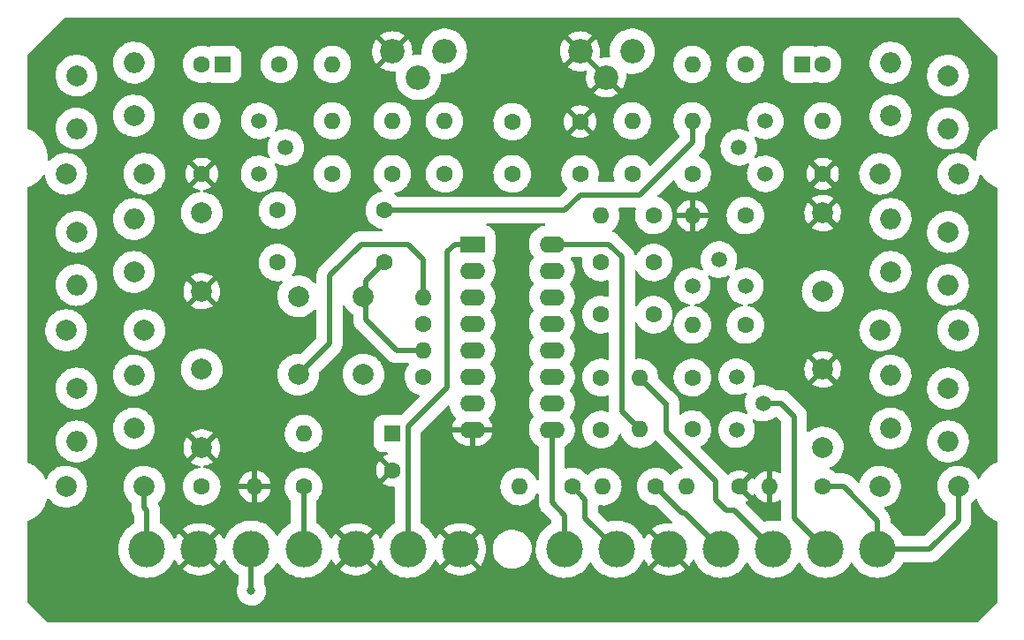
<source format=gbl>
G04 #@! TF.GenerationSoftware,KiCad,Pcbnew,(6.0.10)*
G04 #@! TF.CreationDate,2023-02-04T23:50:25+01:00*
G04 #@! TF.ProjectId,Stereo-Decoder-Modul,53746572-656f-42d4-9465-636f6465722d,rev?*
G04 #@! TF.SameCoordinates,Original*
G04 #@! TF.FileFunction,Copper,L2,Bot*
G04 #@! TF.FilePolarity,Positive*
%FSLAX46Y46*%
G04 Gerber Fmt 4.6, Leading zero omitted, Abs format (unit mm)*
G04 Created by KiCad (PCBNEW (6.0.10)) date 2023-02-04 23:50:25*
%MOMM*%
%LPD*%
G01*
G04 APERTURE LIST*
G04 #@! TA.AperFunction,ComponentPad*
%ADD10C,1.600000*%
G04 #@! TD*
G04 #@! TA.AperFunction,ComponentPad*
%ADD11C,2.000000*%
G04 #@! TD*
G04 #@! TA.AperFunction,ComponentPad*
%ADD12O,2.000000X2.000000*%
G04 #@! TD*
G04 #@! TA.AperFunction,ComponentPad*
%ADD13C,3.500000*%
G04 #@! TD*
G04 #@! TA.AperFunction,ComponentPad*
%ADD14O,1.600000X1.600000*%
G04 #@! TD*
G04 #@! TA.AperFunction,ComponentPad*
%ADD15R,1.600000X1.600000*%
G04 #@! TD*
G04 #@! TA.AperFunction,ComponentPad*
%ADD16C,1.500000*%
G04 #@! TD*
G04 #@! TA.AperFunction,ComponentPad*
%ADD17R,2.400000X1.600000*%
G04 #@! TD*
G04 #@! TA.AperFunction,ComponentPad*
%ADD18O,2.400000X1.600000*%
G04 #@! TD*
G04 #@! TA.AperFunction,ComponentPad*
%ADD19C,2.340000*%
G04 #@! TD*
G04 #@! TA.AperFunction,ViaPad*
%ADD20C,0.800000*%
G04 #@! TD*
G04 #@! TA.AperFunction,Conductor*
%ADD21C,0.500000*%
G04 #@! TD*
G04 APERTURE END LIST*
D10*
X92500000Y-60750000D03*
X92500000Y-55750000D03*
D11*
X128750000Y-85165000D03*
D12*
X128750000Y-80085000D03*
D11*
X128750000Y-70165000D03*
D12*
X128750000Y-65085000D03*
X128750000Y-50085000D03*
D11*
X128750000Y-55165000D03*
X50750000Y-81335000D03*
D12*
X50750000Y-86415000D03*
D11*
X50750000Y-66335000D03*
D12*
X50750000Y-71415000D03*
D11*
X50750000Y-51335000D03*
D12*
X50750000Y-56415000D03*
D11*
X134250000Y-81335000D03*
D12*
X134250000Y-86415000D03*
D11*
X56250000Y-85165000D03*
D12*
X56250000Y-80085000D03*
D11*
X134250000Y-66335000D03*
D12*
X134250000Y-71415000D03*
D11*
X56250000Y-70165000D03*
D12*
X56250000Y-65085000D03*
D11*
X134250000Y-51335000D03*
D12*
X134250000Y-56415000D03*
D11*
X56250000Y-55165000D03*
D12*
X56250000Y-50085000D03*
D13*
X127500000Y-96750000D03*
X122500000Y-96750000D03*
X117500000Y-96750000D03*
X112500000Y-96750000D03*
X107500000Y-96750000D03*
X102500000Y-96750000D03*
X97500000Y-96750000D03*
X87500000Y-96750000D03*
X82500000Y-96750000D03*
X77500000Y-96750000D03*
X72500000Y-96750000D03*
X67500000Y-96750000D03*
X62500000Y-96750000D03*
X57500000Y-96750000D03*
D10*
X84000000Y-75120000D03*
D14*
X84000000Y-72580000D03*
D10*
X109765000Y-80280000D03*
D14*
X104685000Y-80280000D03*
D10*
X80250000Y-69250000D03*
X80250000Y-64250000D03*
X62750000Y-90750000D03*
D14*
X67830000Y-90750000D03*
D10*
X86000000Y-60750000D03*
D14*
X86000000Y-55670000D03*
D11*
X72000000Y-80000000D03*
X72000000Y-72500000D03*
D10*
X75250000Y-60750000D03*
D14*
X75250000Y-55670000D03*
D10*
X114830000Y-50250000D03*
D14*
X109750000Y-50250000D03*
D10*
X114250000Y-90750000D03*
D14*
X109170000Y-90750000D03*
D10*
X106250000Y-90750000D03*
D14*
X101170000Y-90750000D03*
D15*
X120250000Y-50250000D03*
D10*
X122250000Y-50250000D03*
D11*
X62750000Y-79500000D03*
X62750000Y-87000000D03*
D10*
X81000000Y-60750000D03*
D14*
X81000000Y-55670000D03*
D16*
X114000000Y-80210000D03*
X116540000Y-82750000D03*
X114000000Y-85290000D03*
D11*
X127750000Y-75750000D03*
X135250000Y-75750000D03*
D10*
X109765000Y-85250000D03*
D14*
X104685000Y-85250000D03*
D11*
X127750000Y-90750000D03*
X135250000Y-90750000D03*
D17*
X88675000Y-67500000D03*
D18*
X88675000Y-70040000D03*
X88675000Y-72580000D03*
X88675000Y-75120000D03*
X88675000Y-77660000D03*
X88675000Y-80200000D03*
X88675000Y-82740000D03*
X88675000Y-85280000D03*
X96295000Y-85280000D03*
X96295000Y-82740000D03*
X96295000Y-80200000D03*
X96295000Y-77660000D03*
X96295000Y-75120000D03*
X96295000Y-72580000D03*
X96295000Y-70040000D03*
X96295000Y-67500000D03*
D11*
X122250000Y-87000000D03*
X122250000Y-79500000D03*
D19*
X104000000Y-49000000D03*
X101500000Y-51500000D03*
X99000000Y-49000000D03*
D10*
X62750000Y-60750000D03*
D14*
X62750000Y-55670000D03*
D10*
X72500000Y-90750000D03*
D14*
X72500000Y-85670000D03*
D16*
X68250000Y-55670000D03*
X70790000Y-58210000D03*
X68250000Y-60750000D03*
D10*
X109750000Y-60750000D03*
D14*
X109750000Y-55670000D03*
D10*
X98250000Y-90750000D03*
D14*
X93170000Y-90750000D03*
D10*
X70000000Y-69250000D03*
X70000000Y-64250000D03*
D15*
X81000000Y-85670000D03*
D10*
X81000000Y-89170000D03*
D11*
X127750000Y-60750000D03*
X135250000Y-60750000D03*
D10*
X106065000Y-69250000D03*
X106065000Y-74250000D03*
D11*
X49750000Y-75750000D03*
X57250000Y-75750000D03*
D10*
X106065000Y-64750000D03*
D14*
X100985000Y-64750000D03*
D19*
X86000000Y-49000000D03*
X83500000Y-51500000D03*
X81000000Y-49000000D03*
D10*
X101000000Y-74250000D03*
X101000000Y-69250000D03*
X122250000Y-60750000D03*
D14*
X122250000Y-55670000D03*
D10*
X114845000Y-75250000D03*
D14*
X109765000Y-75250000D03*
D11*
X62750000Y-64500000D03*
X62750000Y-72000000D03*
D15*
X64750000Y-50250000D03*
D10*
X62750000Y-50250000D03*
X101000000Y-85280000D03*
X101000000Y-80280000D03*
X114845000Y-64750000D03*
D14*
X109765000Y-64750000D03*
D11*
X49750000Y-90750000D03*
X57250000Y-90750000D03*
D16*
X116750000Y-60750000D03*
X114210000Y-58210000D03*
X116750000Y-55670000D03*
D10*
X122250000Y-90750000D03*
D14*
X117170000Y-90750000D03*
D10*
X99000000Y-55750000D03*
X99000000Y-60750000D03*
X84000000Y-80200000D03*
D14*
X84000000Y-77660000D03*
D16*
X109765000Y-71520000D03*
X112305000Y-68980000D03*
X114845000Y-71520000D03*
D10*
X104000000Y-60750000D03*
D14*
X104000000Y-55670000D03*
D10*
X70170000Y-50250000D03*
D14*
X75250000Y-50250000D03*
D11*
X122250000Y-72000000D03*
X122250000Y-64500000D03*
X78250000Y-72500000D03*
X78250000Y-80000000D03*
X49750000Y-60750000D03*
X57250000Y-60750000D03*
D20*
X67500000Y-100750000D03*
D21*
X101750000Y-67500000D02*
X96295000Y-67500000D01*
X103000000Y-68750000D02*
X101750000Y-67500000D01*
X103000000Y-83565000D02*
X103000000Y-68750000D01*
X104685000Y-85250000D02*
X103000000Y-83565000D01*
X75000000Y-77000000D02*
X72000000Y-80000000D01*
X75000000Y-70500000D02*
X75000000Y-77000000D01*
X78000000Y-67500000D02*
X75000000Y-70500000D01*
X82500000Y-67500000D02*
X78000000Y-67500000D01*
X84000000Y-69000000D02*
X82500000Y-67500000D01*
X84000000Y-72580000D02*
X84000000Y-69000000D01*
X135250000Y-94000000D02*
X135250000Y-90750000D01*
X127500000Y-94000000D02*
X124250000Y-90750000D01*
X127500000Y-96750000D02*
X127500000Y-94000000D01*
X132500000Y-96750000D02*
X135250000Y-94000000D01*
X124250000Y-90750000D02*
X122250000Y-90750000D01*
X127500000Y-96750000D02*
X132500000Y-96750000D01*
X96295000Y-85280000D02*
X96295000Y-92295000D01*
X96295000Y-92295000D02*
X97500000Y-93500000D01*
X97500000Y-93500000D02*
X97500000Y-96750000D01*
X109750000Y-57750000D02*
X109750000Y-55670000D01*
X80250000Y-64250000D02*
X97500000Y-64250000D01*
X97500000Y-64250000D02*
X99000000Y-62750000D01*
X104750000Y-62750000D02*
X109750000Y-57750000D01*
X99000000Y-62750000D02*
X104750000Y-62750000D01*
X78700000Y-80200000D02*
X78500000Y-80000000D01*
X107250000Y-85500000D02*
X107250000Y-82750000D01*
X113750000Y-93000000D02*
X113000000Y-93000000D01*
X107155000Y-82750000D02*
X104685000Y-80280000D01*
X113000000Y-93000000D02*
X112000000Y-92000000D01*
X112000000Y-92000000D02*
X112000000Y-90250000D01*
X117500000Y-96750000D02*
X113750000Y-93000000D01*
X112000000Y-90250000D02*
X107250000Y-85500000D01*
X107250000Y-82750000D02*
X107155000Y-82750000D01*
X106250000Y-90750000D02*
X108750000Y-93250000D01*
X108750000Y-93250000D02*
X109000000Y-93250000D01*
X112500000Y-96750000D02*
X109000000Y-93250000D01*
X72500000Y-96750000D02*
X72500000Y-90750000D01*
X67500000Y-96750000D02*
X67500000Y-100750000D01*
X118250000Y-82750000D02*
X116540000Y-82750000D01*
X122500000Y-96750000D02*
X119500000Y-93750000D01*
X119500000Y-84000000D02*
X118250000Y-82750000D01*
X119500000Y-93750000D02*
X119500000Y-84000000D01*
X57250000Y-92750000D02*
X57500000Y-93000000D01*
X57250000Y-90750000D02*
X57250000Y-92750000D01*
X57500000Y-96750000D02*
X57500000Y-93000000D01*
X99500000Y-92000000D02*
X99500000Y-93750000D01*
X98250000Y-90750000D02*
X99500000Y-92000000D01*
X99500000Y-93750000D02*
X102500000Y-96750000D01*
X78500000Y-74750000D02*
X78500000Y-72500000D01*
X78500000Y-71000000D02*
X80250000Y-69250000D01*
X78500000Y-72500000D02*
X78500000Y-71000000D01*
X84000000Y-77660000D02*
X81410000Y-77660000D01*
X81410000Y-77660000D02*
X78500000Y-74750000D01*
X82500000Y-96750000D02*
X82500000Y-85000000D01*
X86250000Y-81250000D02*
X86250000Y-68250000D01*
X82500000Y-85000000D02*
X86250000Y-81250000D01*
X86250000Y-68250000D02*
X87000000Y-67500000D01*
X87000000Y-67500000D02*
X88675000Y-67500000D01*
G04 #@! TA.AperFunction,Conductor*
G36*
X135354933Y-45771795D02*
G01*
X135368237Y-45783158D01*
X138966842Y-49381763D01*
X138998127Y-49443163D01*
X138999500Y-49460605D01*
X138999500Y-56342200D01*
X138978205Y-56407738D01*
X138930670Y-56445213D01*
X138696080Y-56542383D01*
X138693345Y-56543894D01*
X138693342Y-56543896D01*
X138506727Y-56647035D01*
X138401122Y-56705401D01*
X138126271Y-56900418D01*
X137874983Y-57124983D01*
X137650418Y-57376271D01*
X137455401Y-57651122D01*
X137453885Y-57653865D01*
X137318780Y-57898319D01*
X137292383Y-57946080D01*
X137241142Y-58069786D01*
X137164968Y-58253687D01*
X137163415Y-58257436D01*
X137162548Y-58260444D01*
X137162547Y-58260448D01*
X137072195Y-58574069D01*
X137070119Y-58581274D01*
X137065191Y-58610279D01*
X137014600Y-58908038D01*
X137013668Y-58913521D01*
X136994772Y-59250000D01*
X136994947Y-59253116D01*
X137003904Y-59412619D01*
X136986317Y-59479248D01*
X136932926Y-59522815D01*
X136864123Y-59526679D01*
X136802891Y-59485115D01*
X136777422Y-59450633D01*
X136777417Y-59450627D01*
X136775078Y-59447460D01*
X136744097Y-59415988D01*
X136579104Y-59248384D01*
X136576334Y-59245570D01*
X136573199Y-59243178D01*
X136573194Y-59243173D01*
X136354262Y-59076089D01*
X136354259Y-59076087D01*
X136351126Y-59073696D01*
X136347688Y-59071771D01*
X136347684Y-59071768D01*
X136221706Y-59001218D01*
X136103947Y-58935270D01*
X136100276Y-58933850D01*
X136100270Y-58933847D01*
X135843414Y-58834477D01*
X135843411Y-58834476D01*
X135839730Y-58833052D01*
X135724747Y-58806400D01*
X135567591Y-58769973D01*
X135563747Y-58769082D01*
X135281503Y-58744637D01*
X135277577Y-58744853D01*
X135277574Y-58744853D01*
X135175963Y-58750445D01*
X134998630Y-58760205D01*
X134994771Y-58760973D01*
X134994768Y-58760973D01*
X134859702Y-58787839D01*
X134720774Y-58815474D01*
X134717061Y-58816778D01*
X134717057Y-58816779D01*
X134666661Y-58834477D01*
X134453476Y-58909342D01*
X134202072Y-59039936D01*
X134198874Y-59042221D01*
X134198868Y-59042225D01*
X133986080Y-59194286D01*
X133971576Y-59204651D01*
X133968728Y-59207368D01*
X133968723Y-59207372D01*
X133769441Y-59397477D01*
X133766588Y-59400199D01*
X133764149Y-59403292D01*
X133764147Y-59403295D01*
X133694795Y-59491269D01*
X133591199Y-59622680D01*
X133448907Y-59867654D01*
X133342552Y-60130232D01*
X133274255Y-60405177D01*
X133273852Y-60409107D01*
X133273852Y-60409109D01*
X133250482Y-60637209D01*
X133245380Y-60687002D01*
X133247597Y-60743435D01*
X133255553Y-60945919D01*
X133256502Y-60970084D01*
X133257210Y-60973960D01*
X133257210Y-60973961D01*
X133306691Y-61244896D01*
X133306693Y-61244904D01*
X133307400Y-61248775D01*
X133308647Y-61252511D01*
X133308648Y-61252517D01*
X133342966Y-61355379D01*
X133397058Y-61517514D01*
X133523687Y-61770939D01*
X133541087Y-61796115D01*
X133682408Y-62000588D01*
X133684761Y-62003993D01*
X133877065Y-62212027D01*
X133880114Y-62214509D01*
X133880119Y-62214514D01*
X134073336Y-62371816D01*
X134096764Y-62390889D01*
X134267487Y-62493673D01*
X134320793Y-62525766D01*
X134339472Y-62537012D01*
X134343104Y-62538550D01*
X134343108Y-62538552D01*
X134428384Y-62574661D01*
X134600348Y-62647478D01*
X134688424Y-62670831D01*
X134870376Y-62719075D01*
X134870379Y-62719076D01*
X134874186Y-62720085D01*
X135040181Y-62739732D01*
X135151609Y-62752921D01*
X135151613Y-62752921D01*
X135155523Y-62753384D01*
X135287974Y-62750262D01*
X135434807Y-62746802D01*
X135434810Y-62746802D01*
X135438745Y-62746709D01*
X135442622Y-62746064D01*
X135442629Y-62746063D01*
X135714313Y-62700842D01*
X135718200Y-62700195D01*
X135721951Y-62699009D01*
X135721958Y-62699007D01*
X135984558Y-62615957D01*
X135984560Y-62615956D01*
X135988314Y-62614769D01*
X136243697Y-62492136D01*
X136479253Y-62334743D01*
X136489506Y-62325560D01*
X136687347Y-62148358D01*
X136687348Y-62148357D01*
X136690281Y-62145730D01*
X136697615Y-62137006D01*
X136743926Y-62081912D01*
X136872573Y-61928868D01*
X136946991Y-61809543D01*
X137020402Y-61691832D01*
X137020404Y-61691828D01*
X137022489Y-61688485D01*
X137137040Y-61429376D01*
X137213939Y-61156712D01*
X137214634Y-61151539D01*
X137249555Y-60891549D01*
X137279385Y-60829429D01*
X137340031Y-60796706D01*
X137408328Y-60805880D01*
X137454335Y-60846949D01*
X137455401Y-60848878D01*
X137457209Y-60851425D01*
X137457212Y-60851431D01*
X137636379Y-61103943D01*
X137650418Y-61123729D01*
X137874983Y-61375017D01*
X138126271Y-61599582D01*
X138401122Y-61794599D01*
X138403865Y-61796115D01*
X138649531Y-61931890D01*
X138696080Y-61957617D01*
X138896141Y-62040485D01*
X138930669Y-62054787D01*
X138983069Y-62099541D01*
X138999500Y-62157800D01*
X138999500Y-88342200D01*
X138978205Y-88407738D01*
X138930670Y-88445213D01*
X138696080Y-88542383D01*
X138693345Y-88543894D01*
X138693342Y-88543896D01*
X138418345Y-88695882D01*
X138401122Y-88705401D01*
X138126271Y-88900418D01*
X137874983Y-89124983D01*
X137650418Y-89376271D01*
X137455401Y-89651122D01*
X137453885Y-89653865D01*
X137302177Y-89928360D01*
X137292383Y-89946080D01*
X137291188Y-89948965D01*
X137289826Y-89951793D01*
X137288347Y-89951080D01*
X137247433Y-89999024D01*
X137180432Y-90015139D01*
X137116756Y-89988794D01*
X137084527Y-89942573D01*
X137077920Y-89924663D01*
X137053603Y-89879595D01*
X136945267Y-89678812D01*
X136945263Y-89678806D01*
X136943393Y-89675340D01*
X136927532Y-89653865D01*
X136814993Y-89501500D01*
X136775078Y-89447460D01*
X136766142Y-89438382D01*
X136630703Y-89300800D01*
X136576334Y-89245570D01*
X136573199Y-89243178D01*
X136573194Y-89243173D01*
X136354262Y-89076089D01*
X136354259Y-89076087D01*
X136351126Y-89073696D01*
X136347688Y-89071771D01*
X136347684Y-89071768D01*
X136209421Y-88994338D01*
X136103947Y-88935270D01*
X136100276Y-88933850D01*
X136100270Y-88933847D01*
X135843414Y-88834477D01*
X135843411Y-88834476D01*
X135839730Y-88833052D01*
X135563747Y-88769082D01*
X135281503Y-88744637D01*
X135277577Y-88744853D01*
X135277574Y-88744853D01*
X135175963Y-88750445D01*
X134998630Y-88760205D01*
X134994771Y-88760973D01*
X134994768Y-88760973D01*
X134924170Y-88775016D01*
X134720774Y-88815474D01*
X134717061Y-88816778D01*
X134717057Y-88816779D01*
X134585263Y-88863062D01*
X134453476Y-88909342D01*
X134202072Y-89039936D01*
X134198874Y-89042221D01*
X134198868Y-89042225D01*
X133974783Y-89202359D01*
X133971576Y-89204651D01*
X133968728Y-89207368D01*
X133968723Y-89207372D01*
X133772522Y-89394538D01*
X133766588Y-89400199D01*
X133764149Y-89403292D01*
X133764147Y-89403295D01*
X133687791Y-89500153D01*
X133591199Y-89622680D01*
X133448907Y-89867654D01*
X133415116Y-89951080D01*
X133349138Y-90113973D01*
X133342552Y-90130232D01*
X133274255Y-90405177D01*
X133273852Y-90409107D01*
X133273852Y-90409109D01*
X133263376Y-90511361D01*
X133245380Y-90687002D01*
X133256502Y-90970084D01*
X133257210Y-90973960D01*
X133257210Y-90973961D01*
X133306691Y-91244896D01*
X133306693Y-91244904D01*
X133307400Y-91248775D01*
X133308647Y-91252511D01*
X133308648Y-91252517D01*
X133356163Y-91394937D01*
X133397058Y-91517514D01*
X133523687Y-91770939D01*
X133525925Y-91774177D01*
X133682408Y-92000588D01*
X133684761Y-92003993D01*
X133877065Y-92212027D01*
X133880118Y-92214513D01*
X133880126Y-92214520D01*
X133958395Y-92278240D01*
X133995776Y-92336131D01*
X133999500Y-92364708D01*
X133999500Y-93435842D01*
X133978205Y-93501380D01*
X133966842Y-93514684D01*
X132014684Y-95466842D01*
X131953284Y-95498127D01*
X131935842Y-95499500D01*
X130020706Y-95499500D01*
X129955168Y-95478205D01*
X129925182Y-95445510D01*
X129864350Y-95344468D01*
X129770902Y-95189252D01*
X129752424Y-95165558D01*
X129569017Y-94930386D01*
X129569016Y-94930385D01*
X129566951Y-94927737D01*
X129564588Y-94925362D01*
X129564584Y-94925357D01*
X129440916Y-94801040D01*
X129333060Y-94692618D01*
X129072617Y-94487301D01*
X129069749Y-94485554D01*
X129069745Y-94485551D01*
X128803991Y-94323653D01*
X128759100Y-94271370D01*
X128750500Y-94228431D01*
X128750500Y-94089911D01*
X128751454Y-94075357D01*
X128753805Y-94057500D01*
X128754453Y-94052578D01*
X128750624Y-93971390D01*
X128750500Y-93966137D01*
X128750500Y-93943370D01*
X128748165Y-93917201D01*
X128747850Y-93912573D01*
X128747556Y-93906326D01*
X128743937Y-93829602D01*
X128739752Y-93811329D01*
X128737378Y-93796343D01*
X128737223Y-93794599D01*
X128736709Y-93788848D01*
X128736152Y-93782601D01*
X128736152Y-93782599D01*
X128735711Y-93777661D01*
X128713786Y-93697517D01*
X128712650Y-93692995D01*
X128706788Y-93667397D01*
X128694103Y-93612013D01*
X128686745Y-93594762D01*
X128681757Y-93580440D01*
X128678120Y-93567142D01*
X128678117Y-93567133D01*
X128676808Y-93562349D01*
X128674672Y-93557870D01*
X128674669Y-93557863D01*
X128641037Y-93487353D01*
X128639115Y-93483096D01*
X128608473Y-93411256D01*
X128608472Y-93411254D01*
X128606524Y-93406687D01*
X128603799Y-93402539D01*
X128603796Y-93402533D01*
X128596228Y-93391012D01*
X128588783Y-93377800D01*
X128582848Y-93365357D01*
X128582846Y-93365354D01*
X128580708Y-93360871D01*
X128532218Y-93293390D01*
X128529573Y-93289541D01*
X128486220Y-93223543D01*
X128483969Y-93220116D01*
X128465093Y-93198930D01*
X128457797Y-93189822D01*
X128453347Y-93183628D01*
X128453341Y-93183621D01*
X128450448Y-93179595D01*
X128374144Y-93105651D01*
X128372896Y-93104422D01*
X128157522Y-92889048D01*
X128126237Y-92827648D01*
X128137017Y-92759586D01*
X128185744Y-92710859D01*
X128210685Y-92702628D01*
X128210477Y-92701763D01*
X128214316Y-92700842D01*
X128218200Y-92700195D01*
X128221951Y-92699009D01*
X128221958Y-92699007D01*
X128484558Y-92615957D01*
X128484560Y-92615956D01*
X128488314Y-92614769D01*
X128743697Y-92492136D01*
X128979253Y-92334743D01*
X128986161Y-92328556D01*
X129187347Y-92148358D01*
X129187348Y-92148357D01*
X129190281Y-92145730D01*
X129192827Y-92142702D01*
X129264532Y-92057398D01*
X129372573Y-91928868D01*
X129404894Y-91877043D01*
X129520402Y-91691832D01*
X129520404Y-91691828D01*
X129522489Y-91688485D01*
X129637040Y-91429376D01*
X129713939Y-91156712D01*
X129720218Y-91109969D01*
X129751275Y-90878743D01*
X129751276Y-90878735D01*
X129751652Y-90875933D01*
X129755610Y-90750000D01*
X129752494Y-90705995D01*
X129735880Y-90471341D01*
X129735879Y-90471335D01*
X129735601Y-90467407D01*
X129729605Y-90439553D01*
X129676806Y-90194311D01*
X129676804Y-90194306D01*
X129675975Y-90190453D01*
X129595820Y-89973182D01*
X129579287Y-89928368D01*
X129579286Y-89928366D01*
X129577920Y-89924663D01*
X129553603Y-89879595D01*
X129445267Y-89678812D01*
X129445263Y-89678806D01*
X129443393Y-89675340D01*
X129427532Y-89653865D01*
X129314993Y-89501500D01*
X129275078Y-89447460D01*
X129266142Y-89438382D01*
X129130703Y-89300800D01*
X129076334Y-89245570D01*
X129073199Y-89243178D01*
X129073194Y-89243173D01*
X128854262Y-89076089D01*
X128854259Y-89076087D01*
X128851126Y-89073696D01*
X128847688Y-89071771D01*
X128847684Y-89071768D01*
X128709421Y-88994338D01*
X128603947Y-88935270D01*
X128600276Y-88933850D01*
X128600270Y-88933847D01*
X128343414Y-88834477D01*
X128343411Y-88834476D01*
X128339730Y-88833052D01*
X128063747Y-88769082D01*
X127781503Y-88744637D01*
X127777577Y-88744853D01*
X127777574Y-88744853D01*
X127675963Y-88750445D01*
X127498630Y-88760205D01*
X127494771Y-88760973D01*
X127494768Y-88760973D01*
X127424170Y-88775016D01*
X127220774Y-88815474D01*
X127217061Y-88816778D01*
X127217057Y-88816779D01*
X127085263Y-88863062D01*
X126953476Y-88909342D01*
X126702072Y-89039936D01*
X126698874Y-89042221D01*
X126698868Y-89042225D01*
X126474783Y-89202359D01*
X126471576Y-89204651D01*
X126468728Y-89207368D01*
X126468723Y-89207372D01*
X126272522Y-89394538D01*
X126266588Y-89400199D01*
X126264149Y-89403292D01*
X126264147Y-89403295D01*
X126187791Y-89500153D01*
X126091199Y-89622680D01*
X125948907Y-89867654D01*
X125915116Y-89951080D01*
X125849138Y-90113973D01*
X125842552Y-90130232D01*
X125831669Y-90174044D01*
X125801795Y-90294306D01*
X125765329Y-90352778D01*
X125701458Y-90378648D01*
X125634580Y-90362035D01*
X125614742Y-90346268D01*
X125197816Y-89929342D01*
X125188199Y-89918376D01*
X125177239Y-89904092D01*
X125177232Y-89904085D01*
X125174210Y-89900146D01*
X125114080Y-89845432D01*
X125110279Y-89841805D01*
X125094194Y-89825720D01*
X125092287Y-89824126D01*
X125092281Y-89824120D01*
X125074082Y-89808904D01*
X125070562Y-89805834D01*
X125012777Y-89753253D01*
X125012774Y-89753251D01*
X125009107Y-89749914D01*
X124993213Y-89739943D01*
X124980958Y-89731040D01*
X124966562Y-89719003D01*
X124894369Y-89677825D01*
X124890414Y-89675457D01*
X124820010Y-89631293D01*
X124815403Y-89629441D01*
X124815401Y-89629440D01*
X124811639Y-89627928D01*
X124802603Y-89624296D01*
X124788955Y-89617698D01*
X124772663Y-89608405D01*
X124767982Y-89606747D01*
X124767979Y-89606746D01*
X124694360Y-89580676D01*
X124689993Y-89579026D01*
X124617501Y-89549885D01*
X124617495Y-89549883D01*
X124612895Y-89548034D01*
X124608041Y-89547029D01*
X124608032Y-89547026D01*
X124594527Y-89544229D01*
X124579927Y-89540153D01*
X124566930Y-89535551D01*
X124566927Y-89535550D01*
X124562244Y-89533892D01*
X124480251Y-89520465D01*
X124475678Y-89519618D01*
X124439344Y-89512093D01*
X124398319Y-89503597D01*
X124398316Y-89503597D01*
X124394310Y-89502767D01*
X124390229Y-89502532D01*
X124390224Y-89502531D01*
X124365976Y-89501133D01*
X124354388Y-89499854D01*
X124341954Y-89497818D01*
X124244934Y-89499342D01*
X124235767Y-89499486D01*
X124234016Y-89499500D01*
X123592769Y-89499500D01*
X123527231Y-89478205D01*
X123516371Y-89469213D01*
X123389285Y-89349662D01*
X123389284Y-89349661D01*
X123386269Y-89346825D01*
X123166385Y-89194286D01*
X123065463Y-89144517D01*
X122938458Y-89081884D01*
X122889097Y-89033799D01*
X122877427Y-88965883D01*
X122907906Y-88904079D01*
X122954152Y-88875573D01*
X122988314Y-88864769D01*
X123243697Y-88742136D01*
X123479253Y-88584743D01*
X123542602Y-88528003D01*
X123687347Y-88398358D01*
X123687348Y-88398357D01*
X123690281Y-88395730D01*
X123715949Y-88365195D01*
X123760262Y-88312478D01*
X123872573Y-88178868D01*
X123948002Y-88057921D01*
X124020402Y-87941832D01*
X124020404Y-87941828D01*
X124022489Y-87938485D01*
X124137040Y-87679376D01*
X124213939Y-87406712D01*
X124214690Y-87401125D01*
X124251275Y-87128743D01*
X124251276Y-87128735D01*
X124251652Y-87125933D01*
X124255610Y-87000000D01*
X124255145Y-86993435D01*
X124235880Y-86721341D01*
X124235879Y-86721335D01*
X124235601Y-86717407D01*
X124234162Y-86710720D01*
X124176806Y-86444311D01*
X124176804Y-86444306D01*
X124175975Y-86440453D01*
X124106983Y-86253442D01*
X124079287Y-86178368D01*
X124079286Y-86178366D01*
X124077920Y-86174663D01*
X124055120Y-86132407D01*
X123945267Y-85928812D01*
X123945263Y-85928806D01*
X123943393Y-85925340D01*
X123930847Y-85908353D01*
X123777417Y-85700627D01*
X123775078Y-85697460D01*
X123748644Y-85670607D01*
X123596044Y-85515592D01*
X123576334Y-85495570D01*
X123573199Y-85493178D01*
X123573194Y-85493173D01*
X123354262Y-85326089D01*
X123354259Y-85326087D01*
X123351126Y-85323696D01*
X123347688Y-85321771D01*
X123347684Y-85321768D01*
X123216283Y-85248181D01*
X123103947Y-85185270D01*
X123100276Y-85183850D01*
X123100270Y-85183847D01*
X122888713Y-85102002D01*
X126745380Y-85102002D01*
X126746390Y-85127706D01*
X126754620Y-85337170D01*
X126756502Y-85385084D01*
X126757210Y-85388960D01*
X126757210Y-85388961D01*
X126806691Y-85659896D01*
X126806693Y-85659904D01*
X126807400Y-85663775D01*
X126808647Y-85667511D01*
X126808648Y-85667517D01*
X126872636Y-85859311D01*
X126897058Y-85932514D01*
X127023687Y-86185939D01*
X127039281Y-86208501D01*
X127177181Y-86408025D01*
X127184761Y-86418993D01*
X127377065Y-86627027D01*
X127380114Y-86629509D01*
X127380119Y-86629514D01*
X127593710Y-86803403D01*
X127596764Y-86805889D01*
X127762710Y-86905797D01*
X127835750Y-86949771D01*
X127839472Y-86952012D01*
X127843104Y-86953550D01*
X127843108Y-86953552D01*
X127925009Y-86988232D01*
X128100348Y-87062478D01*
X128181511Y-87083998D01*
X128370376Y-87134075D01*
X128370379Y-87134076D01*
X128374186Y-87135085D01*
X128540181Y-87154732D01*
X128651609Y-87167921D01*
X128651613Y-87167921D01*
X128655523Y-87168384D01*
X128787974Y-87165262D01*
X128934807Y-87161802D01*
X128934810Y-87161802D01*
X128938745Y-87161709D01*
X128942622Y-87161064D01*
X128942629Y-87161063D01*
X129214313Y-87115842D01*
X129218200Y-87115195D01*
X129221951Y-87114009D01*
X129221958Y-87114007D01*
X129484558Y-87030957D01*
X129484560Y-87030956D01*
X129488314Y-87029769D01*
X129743697Y-86907136D01*
X129979253Y-86749743D01*
X130097935Y-86643442D01*
X130187347Y-86563358D01*
X130187348Y-86563357D01*
X130190281Y-86560730D01*
X130203742Y-86544717D01*
X130271131Y-86464547D01*
X130365736Y-86352002D01*
X132245380Y-86352002D01*
X132248126Y-86421892D01*
X132254701Y-86589234D01*
X132256502Y-86635084D01*
X132257210Y-86638960D01*
X132257210Y-86638961D01*
X132306691Y-86909896D01*
X132306693Y-86909904D01*
X132307400Y-86913775D01*
X132308647Y-86917511D01*
X132308648Y-86917517D01*
X132354278Y-87054287D01*
X132397058Y-87182514D01*
X132523687Y-87435939D01*
X132540155Y-87459766D01*
X132634471Y-87596229D01*
X132684761Y-87668993D01*
X132877065Y-87877027D01*
X132880114Y-87879509D01*
X132880119Y-87879514D01*
X133083848Y-88045374D01*
X133096764Y-88055889D01*
X133339472Y-88202012D01*
X133343104Y-88203550D01*
X133343108Y-88203552D01*
X133452280Y-88249780D01*
X133600348Y-88312478D01*
X133647986Y-88325109D01*
X133870376Y-88384075D01*
X133870379Y-88384076D01*
X133874186Y-88385085D01*
X134021187Y-88402484D01*
X134151609Y-88417921D01*
X134151613Y-88417921D01*
X134155523Y-88418384D01*
X134288245Y-88415256D01*
X134434807Y-88411802D01*
X134434810Y-88411802D01*
X134438745Y-88411709D01*
X134442622Y-88411064D01*
X134442629Y-88411063D01*
X134714313Y-88365842D01*
X134718200Y-88365195D01*
X134721951Y-88364009D01*
X134721958Y-88364007D01*
X134984558Y-88280957D01*
X134984560Y-88280956D01*
X134988314Y-88279769D01*
X135243697Y-88157136D01*
X135479253Y-87999743D01*
X135591420Y-87899278D01*
X135687347Y-87813358D01*
X135687348Y-87813357D01*
X135690281Y-87810730D01*
X135710265Y-87786957D01*
X135738907Y-87752883D01*
X135872573Y-87593868D01*
X135947150Y-87474287D01*
X136020402Y-87356832D01*
X136020404Y-87356828D01*
X136022489Y-87353485D01*
X136137040Y-87094376D01*
X136213939Y-86821712D01*
X136214788Y-86815398D01*
X136251275Y-86543743D01*
X136251276Y-86543735D01*
X136251652Y-86540933D01*
X136255610Y-86415000D01*
X136251937Y-86363126D01*
X136235880Y-86136341D01*
X136235879Y-86136335D01*
X136235601Y-86132407D01*
X136231857Y-86115014D01*
X136176806Y-85859311D01*
X136176804Y-85859306D01*
X136175975Y-85855453D01*
X136086876Y-85613940D01*
X136079287Y-85593368D01*
X136079286Y-85593366D01*
X136077920Y-85589663D01*
X136076045Y-85586188D01*
X135945267Y-85343812D01*
X135945263Y-85343806D01*
X135943393Y-85340340D01*
X135929676Y-85321768D01*
X135782594Y-85122636D01*
X135775078Y-85112460D01*
X135759949Y-85097091D01*
X135631363Y-84966470D01*
X135576334Y-84910570D01*
X135573199Y-84908178D01*
X135573194Y-84908173D01*
X135354262Y-84741089D01*
X135354259Y-84741087D01*
X135351126Y-84738696D01*
X135347688Y-84736771D01*
X135347684Y-84736768D01*
X135195688Y-84651647D01*
X135103947Y-84600270D01*
X135100276Y-84598850D01*
X135100270Y-84598847D01*
X134843414Y-84499477D01*
X134843411Y-84499476D01*
X134839730Y-84498052D01*
X134746931Y-84476542D01*
X134567591Y-84434973D01*
X134563747Y-84434082D01*
X134281503Y-84409637D01*
X134277577Y-84409853D01*
X134277574Y-84409853D01*
X134175963Y-84415445D01*
X133998630Y-84425205D01*
X133994771Y-84425973D01*
X133994768Y-84425973D01*
X133873027Y-84450189D01*
X133720774Y-84480474D01*
X133717061Y-84481778D01*
X133717057Y-84481779D01*
X133613986Y-84517975D01*
X133453476Y-84574342D01*
X133202072Y-84704936D01*
X133198874Y-84707221D01*
X133198868Y-84707225D01*
X132987176Y-84858503D01*
X132971576Y-84869651D01*
X132968728Y-84872368D01*
X132968723Y-84872372D01*
X132808353Y-85025357D01*
X132766588Y-85065199D01*
X132764149Y-85068292D01*
X132764147Y-85068295D01*
X132705957Y-85142109D01*
X132591199Y-85287680D01*
X132589220Y-85291086D01*
X132589220Y-85291087D01*
X132558595Y-85343812D01*
X132448907Y-85532654D01*
X132400847Y-85651308D01*
X132362745Y-85745379D01*
X132342552Y-85795232D01*
X132274255Y-86070177D01*
X132273852Y-86074107D01*
X132273852Y-86074109D01*
X132245904Y-86346890D01*
X132245380Y-86352002D01*
X130365736Y-86352002D01*
X130372573Y-86343868D01*
X130431039Y-86250121D01*
X130520402Y-86106832D01*
X130520404Y-86106828D01*
X130522489Y-86103485D01*
X130637040Y-85844376D01*
X130713939Y-85571712D01*
X130717170Y-85547661D01*
X130751275Y-85293743D01*
X130751276Y-85293735D01*
X130751652Y-85290933D01*
X130755610Y-85165000D01*
X130755338Y-85161156D01*
X130735880Y-84886341D01*
X130735879Y-84886335D01*
X130735601Y-84882407D01*
X130732362Y-84867359D01*
X130676806Y-84609311D01*
X130676804Y-84609306D01*
X130675975Y-84605453D01*
X130585501Y-84360212D01*
X130579287Y-84343368D01*
X130579286Y-84343366D01*
X130577920Y-84339663D01*
X130565370Y-84316404D01*
X130445267Y-84093812D01*
X130445263Y-84093806D01*
X130443393Y-84090340D01*
X130437679Y-84082603D01*
X130313396Y-83914338D01*
X130275078Y-83862460D01*
X130262480Y-83849662D01*
X130079104Y-83663384D01*
X130076334Y-83660570D01*
X130073199Y-83658178D01*
X130073194Y-83658173D01*
X129854262Y-83491089D01*
X129854259Y-83491087D01*
X129851126Y-83488696D01*
X129847688Y-83486771D01*
X129847684Y-83486768D01*
X129722708Y-83416779D01*
X129603947Y-83350270D01*
X129600276Y-83348850D01*
X129600270Y-83348847D01*
X129343414Y-83249477D01*
X129343411Y-83249476D01*
X129339730Y-83248052D01*
X129265905Y-83230940D01*
X129067591Y-83184973D01*
X129063747Y-83184082D01*
X128781503Y-83159637D01*
X128777577Y-83159853D01*
X128777574Y-83159853D01*
X128676116Y-83165437D01*
X128498630Y-83175205D01*
X128494771Y-83175973D01*
X128494768Y-83175973D01*
X128383720Y-83198062D01*
X128220774Y-83230474D01*
X128217061Y-83231778D01*
X128217057Y-83231779D01*
X128166661Y-83249477D01*
X127953476Y-83324342D01*
X127702072Y-83454936D01*
X127698874Y-83457221D01*
X127698868Y-83457225D01*
X127482848Y-83611596D01*
X127471576Y-83619651D01*
X127468728Y-83622368D01*
X127468723Y-83622372D01*
X127269441Y-83812477D01*
X127266588Y-83815199D01*
X127264149Y-83818292D01*
X127264147Y-83818295D01*
X127187978Y-83914916D01*
X127091199Y-84037680D01*
X127089220Y-84041086D01*
X127089220Y-84041087D01*
X127074984Y-84065596D01*
X126948907Y-84282654D01*
X126883462Y-84444230D01*
X126844469Y-84540500D01*
X126842552Y-84545232D01*
X126774255Y-84820177D01*
X126773852Y-84824107D01*
X126773852Y-84824109D01*
X126747176Y-85084477D01*
X126745380Y-85102002D01*
X122888713Y-85102002D01*
X122843414Y-85084477D01*
X122843411Y-85084476D01*
X122839730Y-85083052D01*
X122630968Y-85034663D01*
X122567591Y-85019973D01*
X122563747Y-85019082D01*
X122281503Y-84994637D01*
X122277577Y-84994853D01*
X122277574Y-84994853D01*
X122175963Y-85000445D01*
X121998630Y-85010205D01*
X121994771Y-85010973D01*
X121994768Y-85010973D01*
X121916704Y-85026501D01*
X121720774Y-85065474D01*
X121717061Y-85066778D01*
X121717057Y-85066779D01*
X121619297Y-85101110D01*
X121453476Y-85159342D01*
X121202072Y-85289936D01*
X121198874Y-85292221D01*
X121198868Y-85292225D01*
X120990046Y-85441452D01*
X120971576Y-85454651D01*
X120968728Y-85457368D01*
X120968723Y-85457372D01*
X120938963Y-85485762D01*
X120876843Y-85515592D01*
X120809053Y-85503211D01*
X120761488Y-85453349D01*
X120750500Y-85405084D01*
X120750500Y-84089911D01*
X120751454Y-84075357D01*
X120753805Y-84057500D01*
X120754453Y-84052578D01*
X120750624Y-83971390D01*
X120750500Y-83966137D01*
X120750500Y-83943370D01*
X120748165Y-83917201D01*
X120747850Y-83912573D01*
X120747442Y-83903907D01*
X120743937Y-83829602D01*
X120742827Y-83824755D01*
X120739752Y-83811329D01*
X120737378Y-83796343D01*
X120736152Y-83782601D01*
X120736152Y-83782599D01*
X120735711Y-83777661D01*
X120713786Y-83697517D01*
X120712650Y-83692995D01*
X120695213Y-83616859D01*
X120695213Y-83616858D01*
X120694103Y-83612013D01*
X120686745Y-83594762D01*
X120681757Y-83580440D01*
X120678120Y-83567142D01*
X120678117Y-83567133D01*
X120676808Y-83562349D01*
X120674672Y-83557870D01*
X120674669Y-83557863D01*
X120641037Y-83487353D01*
X120639115Y-83483096D01*
X120608473Y-83411256D01*
X120608472Y-83411254D01*
X120606524Y-83406687D01*
X120603799Y-83402539D01*
X120603796Y-83402533D01*
X120596228Y-83391012D01*
X120588783Y-83377800D01*
X120582848Y-83365357D01*
X120582846Y-83365354D01*
X120580708Y-83360871D01*
X120532229Y-83293406D01*
X120529592Y-83289567D01*
X120486221Y-83223541D01*
X120486213Y-83223530D01*
X120483970Y-83220116D01*
X120465091Y-83198926D01*
X120457795Y-83189819D01*
X120453347Y-83183628D01*
X120453341Y-83183622D01*
X120450448Y-83179595D01*
X120374144Y-83105651D01*
X120372896Y-83104422D01*
X119197816Y-81929342D01*
X119188199Y-81918376D01*
X119177239Y-81904092D01*
X119177230Y-81904082D01*
X119174210Y-81900146D01*
X119114080Y-81845432D01*
X119110279Y-81841805D01*
X119094194Y-81825720D01*
X119092287Y-81824126D01*
X119092281Y-81824120D01*
X119074082Y-81808904D01*
X119070562Y-81805834D01*
X119012777Y-81753253D01*
X119012774Y-81753251D01*
X119009107Y-81749914D01*
X118993213Y-81739943D01*
X118980958Y-81731040D01*
X118966562Y-81719003D01*
X118894369Y-81677825D01*
X118890414Y-81675457D01*
X118820010Y-81631293D01*
X118815403Y-81629441D01*
X118815401Y-81629440D01*
X118811639Y-81627928D01*
X118802603Y-81624296D01*
X118788955Y-81617698D01*
X118772663Y-81608405D01*
X118767982Y-81606747D01*
X118767979Y-81606746D01*
X118694360Y-81580676D01*
X118689993Y-81579026D01*
X118617501Y-81549885D01*
X118617495Y-81549883D01*
X118612895Y-81548034D01*
X118608041Y-81547029D01*
X118608032Y-81547026D01*
X118594527Y-81544229D01*
X118579927Y-81540153D01*
X118566930Y-81535551D01*
X118566927Y-81535550D01*
X118562244Y-81533892D01*
X118480251Y-81520465D01*
X118475678Y-81519618D01*
X118439344Y-81512093D01*
X118398319Y-81503597D01*
X118398316Y-81503597D01*
X118394310Y-81502767D01*
X118390229Y-81502532D01*
X118390224Y-81502531D01*
X118365976Y-81501133D01*
X118354388Y-81499854D01*
X118341954Y-81497818D01*
X118244934Y-81499342D01*
X118235767Y-81499486D01*
X118234016Y-81499500D01*
X117809791Y-81499500D01*
X117744253Y-81478205D01*
X117733393Y-81469213D01*
X117647730Y-81388629D01*
X117647729Y-81388628D01*
X117644714Y-81385792D01*
X117567403Y-81332159D01*
X117434340Y-81239849D01*
X117434333Y-81239845D01*
X117430937Y-81237489D01*
X117197587Y-81122414D01*
X116949792Y-81043094D01*
X116692994Y-81001272D01*
X116527785Y-80999109D01*
X116436970Y-80997920D01*
X116436968Y-80997920D01*
X116432835Y-80997866D01*
X116175030Y-81032952D01*
X116171073Y-81034105D01*
X116171070Y-81034106D01*
X116101301Y-81054442D01*
X115925243Y-81105758D01*
X115921495Y-81107486D01*
X115921492Y-81107487D01*
X115692713Y-81212956D01*
X115692710Y-81212958D01*
X115688961Y-81214686D01*
X115685507Y-81216951D01*
X115681882Y-81218960D01*
X115680761Y-81216937D01*
X115622471Y-81232883D01*
X115558009Y-81208524D01*
X115520176Y-81150928D01*
X115523422Y-81082094D01*
X115533948Y-81061188D01*
X115540442Y-81051092D01*
X115542683Y-81047608D01*
X115544717Y-81043094D01*
X115608035Y-80902533D01*
X121207587Y-80902533D01*
X121207800Y-80903882D01*
X121212465Y-80909368D01*
X121316701Y-80985797D01*
X121323704Y-80990173D01*
X121546574Y-81107430D01*
X121554135Y-81110718D01*
X121791890Y-81193746D01*
X121799864Y-81195882D01*
X122047272Y-81242854D01*
X122055473Y-81243788D01*
X122307110Y-81253676D01*
X122315360Y-81253387D01*
X122565686Y-81225972D01*
X122573810Y-81224467D01*
X122817347Y-81160349D01*
X122825141Y-81157665D01*
X123056519Y-81058257D01*
X123063849Y-81054442D01*
X123277995Y-80921924D01*
X123284658Y-80917083D01*
X123286816Y-80915256D01*
X123294720Y-80902484D01*
X123294463Y-80899036D01*
X123292441Y-80895995D01*
X122262488Y-79866041D01*
X122249102Y-79859221D01*
X122243435Y-79860118D01*
X121214407Y-80889147D01*
X121207587Y-80902533D01*
X115608035Y-80902533D01*
X115618146Y-80880087D01*
X115649544Y-80810385D01*
X115686493Y-80679376D01*
X115697606Y-80639969D01*
X115720168Y-80559972D01*
X115722388Y-80542526D01*
X115743763Y-80374495D01*
X115753002Y-80301871D01*
X115753575Y-80280000D01*
X115755335Y-80212801D01*
X115755335Y-80212794D01*
X115755408Y-80210000D01*
X115753132Y-80179376D01*
X115736433Y-79954663D01*
X115736433Y-79954661D01*
X115736126Y-79950534D01*
X115678705Y-79696768D01*
X115585928Y-79458194D01*
X120495892Y-79458194D01*
X120507976Y-79709740D01*
X120508981Y-79717924D01*
X120558112Y-79964926D01*
X120560315Y-79972868D01*
X120645417Y-80209896D01*
X120648770Y-80217427D01*
X120767964Y-80439260D01*
X120772405Y-80446231D01*
X120837854Y-80533876D01*
X120850122Y-80542547D01*
X120851749Y-80542526D01*
X120857492Y-80538954D01*
X121883959Y-79512488D01*
X121889864Y-79500898D01*
X122609221Y-79500898D01*
X122610118Y-79506565D01*
X123642234Y-80538680D01*
X123655371Y-80545374D01*
X123662729Y-80538720D01*
X123790001Y-80340854D01*
X123793946Y-80333587D01*
X123897370Y-80103994D01*
X123900197Y-80096229D01*
X123921131Y-80022002D01*
X126745380Y-80022002D01*
X126747744Y-80082159D01*
X126755627Y-80282801D01*
X126756502Y-80305084D01*
X126757210Y-80308960D01*
X126757210Y-80308961D01*
X126806691Y-80579896D01*
X126806693Y-80579904D01*
X126807400Y-80583775D01*
X126808647Y-80587511D01*
X126808648Y-80587517D01*
X126872636Y-80779311D01*
X126897058Y-80852514D01*
X127023687Y-81105939D01*
X127053812Y-81149526D01*
X127138461Y-81272002D01*
X127184761Y-81338993D01*
X127377065Y-81547027D01*
X127380114Y-81549509D01*
X127380119Y-81549514D01*
X127593710Y-81723403D01*
X127596764Y-81725889D01*
X127762582Y-81825720D01*
X127835750Y-81869771D01*
X127839472Y-81872012D01*
X127843104Y-81873550D01*
X127843108Y-81873552D01*
X127942962Y-81915834D01*
X128100348Y-81982478D01*
X128187806Y-82005667D01*
X128370376Y-82054075D01*
X128370379Y-82054076D01*
X128374186Y-82055085D01*
X128540181Y-82074732D01*
X128651609Y-82087921D01*
X128651613Y-82087921D01*
X128655523Y-82088384D01*
X128787974Y-82085262D01*
X128934807Y-82081802D01*
X128934810Y-82081802D01*
X128938745Y-82081709D01*
X128942622Y-82081064D01*
X128942629Y-82081063D01*
X129214313Y-82035842D01*
X129218200Y-82035195D01*
X129221951Y-82034009D01*
X129221958Y-82034007D01*
X129484558Y-81950957D01*
X129484560Y-81950956D01*
X129488314Y-81949769D01*
X129743697Y-81827136D01*
X129979253Y-81669743D01*
X130014243Y-81638403D01*
X130187347Y-81483358D01*
X130187348Y-81483357D01*
X130190281Y-81480730D01*
X130198121Y-81471404D01*
X130260262Y-81397478D01*
X130365736Y-81272002D01*
X132245380Y-81272002D01*
X132248126Y-81341892D01*
X132256076Y-81544229D01*
X132256502Y-81555084D01*
X132257210Y-81558960D01*
X132257210Y-81558961D01*
X132306691Y-81829896D01*
X132306693Y-81829904D01*
X132307400Y-81833775D01*
X132308647Y-81837511D01*
X132308648Y-81837517D01*
X132357747Y-81984685D01*
X132397058Y-82102514D01*
X132523687Y-82355939D01*
X132684761Y-82588993D01*
X132877065Y-82797027D01*
X132880114Y-82799509D01*
X132880119Y-82799514D01*
X133087055Y-82967985D01*
X133096764Y-82975889D01*
X133339472Y-83122012D01*
X133343104Y-83123550D01*
X133343108Y-83123552D01*
X133442024Y-83165437D01*
X133600348Y-83232478D01*
X133664460Y-83249477D01*
X133870376Y-83304075D01*
X133870379Y-83304076D01*
X133874186Y-83305085D01*
X134025868Y-83323038D01*
X134151609Y-83337921D01*
X134151613Y-83337921D01*
X134155523Y-83338384D01*
X134287974Y-83335262D01*
X134434807Y-83331802D01*
X134434810Y-83331802D01*
X134438745Y-83331709D01*
X134442622Y-83331064D01*
X134442629Y-83331063D01*
X134714313Y-83285842D01*
X134718200Y-83285195D01*
X134721951Y-83284009D01*
X134721958Y-83284007D01*
X134984558Y-83200957D01*
X134984560Y-83200956D01*
X134988314Y-83199769D01*
X135243697Y-83077136D01*
X135479253Y-82919743D01*
X135561484Y-82846091D01*
X135687347Y-82733358D01*
X135687348Y-82733357D01*
X135690281Y-82730730D01*
X135709236Y-82708181D01*
X135771668Y-82633909D01*
X135872573Y-82513868D01*
X135885038Y-82493881D01*
X136020402Y-82276832D01*
X136020404Y-82276828D01*
X136022489Y-82273485D01*
X136137040Y-82014376D01*
X136213939Y-81741712D01*
X136214719Y-81735909D01*
X136251275Y-81463743D01*
X136251276Y-81463735D01*
X136251652Y-81460933D01*
X136255610Y-81335000D01*
X136251429Y-81275944D01*
X136235880Y-81056341D01*
X136235879Y-81056335D01*
X136235601Y-81052407D01*
X136231413Y-81032952D01*
X136176806Y-80779311D01*
X136176804Y-80779306D01*
X136175975Y-80775453D01*
X136094970Y-80555880D01*
X136079287Y-80513368D01*
X136079286Y-80513366D01*
X136077920Y-80509663D01*
X136066131Y-80487814D01*
X135945267Y-80263812D01*
X135945263Y-80263806D01*
X135943393Y-80260340D01*
X135926057Y-80236868D01*
X135782594Y-80042636D01*
X135775078Y-80032460D01*
X135756043Y-80013123D01*
X135631363Y-79886470D01*
X135576334Y-79830570D01*
X135573199Y-79828178D01*
X135573194Y-79828173D01*
X135354262Y-79661089D01*
X135354259Y-79661087D01*
X135351126Y-79658696D01*
X135347688Y-79656771D01*
X135347684Y-79656768D01*
X135236690Y-79594609D01*
X135103947Y-79520270D01*
X135100276Y-79518850D01*
X135100270Y-79518847D01*
X134843414Y-79419477D01*
X134843411Y-79419476D01*
X134839730Y-79418052D01*
X134693089Y-79384062D01*
X134567591Y-79354973D01*
X134563747Y-79354082D01*
X134281503Y-79329637D01*
X134277577Y-79329853D01*
X134277574Y-79329853D01*
X134175963Y-79335445D01*
X133998630Y-79345205D01*
X133994771Y-79345973D01*
X133994768Y-79345973D01*
X133859702Y-79372840D01*
X133720774Y-79400474D01*
X133717061Y-79401778D01*
X133717057Y-79401779D01*
X133577788Y-79450687D01*
X133453476Y-79494342D01*
X133202072Y-79624936D01*
X133198874Y-79627221D01*
X133198868Y-79627225D01*
X132981462Y-79782586D01*
X132971576Y-79789651D01*
X132968728Y-79792368D01*
X132968723Y-79792372D01*
X132786221Y-79966470D01*
X132766588Y-79985199D01*
X132764149Y-79988292D01*
X132764147Y-79988295D01*
X132718042Y-80046779D01*
X132591199Y-80207680D01*
X132589220Y-80211086D01*
X132589220Y-80211087D01*
X132583994Y-80220084D01*
X132448907Y-80452654D01*
X132342552Y-80715232D01*
X132274255Y-80990177D01*
X132273852Y-80994107D01*
X132273852Y-80994109D01*
X132245904Y-81266890D01*
X132245380Y-81272002D01*
X130365736Y-81272002D01*
X130372573Y-81263868D01*
X130385096Y-81243788D01*
X130520402Y-81026832D01*
X130520404Y-81026828D01*
X130522489Y-81023485D01*
X130637040Y-80764376D01*
X130713939Y-80491712D01*
X130719186Y-80452654D01*
X130751275Y-80213743D01*
X130751276Y-80213735D01*
X130751652Y-80210933D01*
X130755610Y-80085000D01*
X130752904Y-80046779D01*
X130735880Y-79806341D01*
X130735879Y-79806335D01*
X130735601Y-79802407D01*
X130732362Y-79787359D01*
X130676806Y-79529311D01*
X130676804Y-79529306D01*
X130675975Y-79525453D01*
X130581863Y-79270350D01*
X130579287Y-79263368D01*
X130579286Y-79263366D01*
X130577920Y-79259663D01*
X130561013Y-79228328D01*
X130445267Y-79013812D01*
X130445263Y-79013806D01*
X130443393Y-79010340D01*
X130428807Y-78990591D01*
X130302876Y-78820095D01*
X130275078Y-78782460D01*
X130271384Y-78778707D01*
X130101293Y-78605924D01*
X130076334Y-78580570D01*
X130073199Y-78578178D01*
X130073194Y-78578173D01*
X129854262Y-78411089D01*
X129854259Y-78411087D01*
X129851126Y-78408696D01*
X129847688Y-78406771D01*
X129847684Y-78406768D01*
X129728615Y-78340087D01*
X129603947Y-78270270D01*
X129600276Y-78268850D01*
X129600270Y-78268847D01*
X129343414Y-78169477D01*
X129343411Y-78169476D01*
X129339730Y-78168052D01*
X129063747Y-78104082D01*
X128781503Y-78079637D01*
X128777577Y-78079853D01*
X128777574Y-78079853D01*
X128693559Y-78084477D01*
X128498630Y-78095205D01*
X128494771Y-78095973D01*
X128494768Y-78095973D01*
X128423682Y-78110113D01*
X128220774Y-78150474D01*
X128217061Y-78151778D01*
X128217057Y-78151779D01*
X128166661Y-78169477D01*
X127953476Y-78244342D01*
X127702072Y-78374936D01*
X127698874Y-78377221D01*
X127698868Y-78377225D01*
X127483494Y-78531134D01*
X127471576Y-78539651D01*
X127468728Y-78542368D01*
X127468723Y-78542372D01*
X127269441Y-78732477D01*
X127266588Y-78735199D01*
X127264149Y-78738292D01*
X127264147Y-78738295D01*
X127216067Y-78799285D01*
X127091199Y-78957680D01*
X126948907Y-79202654D01*
X126881254Y-79369682D01*
X126845403Y-79458194D01*
X126842552Y-79465232D01*
X126774255Y-79740177D01*
X126773852Y-79744107D01*
X126773852Y-79744109D01*
X126745867Y-80017252D01*
X126745380Y-80022002D01*
X123921131Y-80022002D01*
X123968557Y-79853843D01*
X123970198Y-79845780D01*
X124002150Y-79594609D01*
X124002575Y-79589058D01*
X124004834Y-79502801D01*
X124004699Y-79497200D01*
X123985938Y-79244737D01*
X123984718Y-79236575D01*
X123929140Y-78990952D01*
X123926725Y-78983056D01*
X123835451Y-78748345D01*
X123831901Y-78740903D01*
X123706941Y-78522267D01*
X123702316Y-78515410D01*
X123662920Y-78465438D01*
X123650428Y-78457091D01*
X123648015Y-78457185D01*
X123643439Y-78460115D01*
X122616041Y-79487512D01*
X122609221Y-79500898D01*
X121889864Y-79500898D01*
X121890779Y-79499102D01*
X121889882Y-79493435D01*
X120859247Y-78462801D01*
X120845861Y-78455981D01*
X120842705Y-78456480D01*
X120839500Y-78459041D01*
X120823950Y-78477737D01*
X120819157Y-78484457D01*
X120688511Y-78699755D01*
X120684766Y-78707106D01*
X120587384Y-78939334D01*
X120584759Y-78947179D01*
X120522774Y-79191247D01*
X120521339Y-79199386D01*
X120496109Y-79449944D01*
X120495892Y-79458194D01*
X115585928Y-79458194D01*
X115584405Y-79454277D01*
X115513291Y-79329853D01*
X115457353Y-79231981D01*
X115457350Y-79231977D01*
X115455299Y-79228388D01*
X115370877Y-79121299D01*
X115296785Y-79027313D01*
X115296780Y-79027308D01*
X115294223Y-79024064D01*
X115173501Y-78910500D01*
X115107730Y-78848629D01*
X115107729Y-78848628D01*
X115104714Y-78845792D01*
X115013422Y-78782460D01*
X114894340Y-78699849D01*
X114894333Y-78699845D01*
X114890937Y-78697489D01*
X114657587Y-78582414D01*
X114409792Y-78503094D01*
X114152994Y-78461272D01*
X113982585Y-78459041D01*
X113896970Y-78457920D01*
X113896968Y-78457920D01*
X113892835Y-78457866D01*
X113635030Y-78492952D01*
X113631073Y-78494105D01*
X113631070Y-78494106D01*
X113565572Y-78513197D01*
X113385243Y-78565758D01*
X113381495Y-78567486D01*
X113381492Y-78567487D01*
X113152713Y-78672956D01*
X113152710Y-78672958D01*
X113148961Y-78674686D01*
X113145508Y-78676950D01*
X113145506Y-78676951D01*
X112975307Y-78788538D01*
X112931375Y-78817341D01*
X112737265Y-78990591D01*
X112734616Y-78993776D01*
X112603571Y-79151341D01*
X112570895Y-79190629D01*
X112435920Y-79413061D01*
X112374264Y-79560094D01*
X112344485Y-79631110D01*
X112335305Y-79653001D01*
X112334285Y-79657016D01*
X112334284Y-79657020D01*
X112289494Y-79833384D01*
X112271261Y-79905177D01*
X112245194Y-80164049D01*
X112245392Y-80168175D01*
X112245392Y-80168181D01*
X112251680Y-80299084D01*
X112257677Y-80423930D01*
X112308435Y-80679112D01*
X112396355Y-80923989D01*
X112519504Y-81153180D01*
X112675177Y-81361651D01*
X112678106Y-81364555D01*
X112678109Y-81364558D01*
X112728392Y-81414404D01*
X112859954Y-81544823D01*
X112863283Y-81547264D01*
X112863289Y-81547269D01*
X113038101Y-81675446D01*
X113069775Y-81698670D01*
X113300033Y-81819815D01*
X113303936Y-81821178D01*
X113541760Y-81904230D01*
X113541765Y-81904231D01*
X113545667Y-81905594D01*
X113565398Y-81909340D01*
X113797215Y-81953352D01*
X113797217Y-81953352D01*
X113801282Y-81954124D01*
X113925778Y-81959016D01*
X114057128Y-81964177D01*
X114057134Y-81964177D01*
X114061263Y-81964339D01*
X114319898Y-81936014D01*
X114323900Y-81934960D01*
X114323902Y-81934960D01*
X114567509Y-81870823D01*
X114567508Y-81870823D01*
X114571505Y-81869771D01*
X114575304Y-81868139D01*
X114806750Y-81768702D01*
X114806754Y-81768700D01*
X114810557Y-81767066D01*
X114861154Y-81735756D01*
X114928089Y-81719377D01*
X114991869Y-81745469D01*
X115028131Y-81804068D01*
X115023024Y-81872789D01*
X115015149Y-81888413D01*
X114980934Y-81944798D01*
X114975920Y-81953061D01*
X114875305Y-82193001D01*
X114874285Y-82197016D01*
X114874284Y-82197020D01*
X114812281Y-82441160D01*
X114811261Y-82445177D01*
X114785194Y-82704049D01*
X114785392Y-82708175D01*
X114785392Y-82708181D01*
X114792017Y-82846091D01*
X114797677Y-82963930D01*
X114848435Y-83219112D01*
X114936355Y-83463989D01*
X114938312Y-83467631D01*
X115017035Y-83614142D01*
X115029298Y-83681953D01*
X114999360Y-83744021D01*
X114938657Y-83776638D01*
X114869501Y-83766918D01*
X114823070Y-83744021D01*
X114657587Y-83662414D01*
X114409792Y-83583094D01*
X114152994Y-83541272D01*
X113987785Y-83539109D01*
X113896970Y-83537920D01*
X113896968Y-83537920D01*
X113892835Y-83537866D01*
X113635030Y-83572952D01*
X113631073Y-83574105D01*
X113631070Y-83574106D01*
X113580685Y-83588792D01*
X113385243Y-83645758D01*
X113381495Y-83647486D01*
X113381492Y-83647487D01*
X113152713Y-83752956D01*
X113152710Y-83752958D01*
X113148961Y-83754686D01*
X113145508Y-83756950D01*
X113145506Y-83756951D01*
X112934831Y-83895075D01*
X112931375Y-83897341D01*
X112737265Y-84070591D01*
X112734616Y-84073776D01*
X112593090Y-84243943D01*
X112570895Y-84270629D01*
X112435920Y-84493061D01*
X112385932Y-84612269D01*
X112338180Y-84726146D01*
X112335305Y-84733001D01*
X112334285Y-84737016D01*
X112334284Y-84737020D01*
X112289494Y-84913384D01*
X112271261Y-84985177D01*
X112245194Y-85244049D01*
X112245392Y-85248175D01*
X112245392Y-85248181D01*
X112249667Y-85337170D01*
X112257677Y-85503930D01*
X112308435Y-85759112D01*
X112396355Y-86003989D01*
X112519504Y-86233180D01*
X112675177Y-86441651D01*
X112678106Y-86444555D01*
X112678109Y-86444558D01*
X112762097Y-86527816D01*
X112859954Y-86624823D01*
X112863283Y-86627264D01*
X112863289Y-86627269D01*
X113066443Y-86776227D01*
X113069775Y-86778670D01*
X113300033Y-86899815D01*
X113303936Y-86901178D01*
X113541760Y-86984230D01*
X113541765Y-86984231D01*
X113545667Y-86985594D01*
X113673474Y-87009859D01*
X113797215Y-87033352D01*
X113797217Y-87033352D01*
X113801282Y-87034124D01*
X113925778Y-87039016D01*
X114057128Y-87044177D01*
X114057134Y-87044177D01*
X114061263Y-87044339D01*
X114319898Y-87016014D01*
X114323900Y-87014960D01*
X114323902Y-87014960D01*
X114543364Y-86957180D01*
X114571505Y-86949771D01*
X114600858Y-86937160D01*
X114806750Y-86848702D01*
X114806754Y-86848700D01*
X114810557Y-86847066D01*
X114828884Y-86835725D01*
X115028289Y-86712330D01*
X115028293Y-86712327D01*
X115031803Y-86710155D01*
X115034950Y-86707491D01*
X115034954Y-86707488D01*
X115227227Y-86544717D01*
X115227228Y-86544716D01*
X115230382Y-86542046D01*
X115393588Y-86355944D01*
X115399202Y-86349543D01*
X115399203Y-86349542D01*
X115401931Y-86346431D01*
X115542683Y-86127608D01*
X115592047Y-86018025D01*
X115619770Y-85956480D01*
X115649544Y-85890385D01*
X115720168Y-85639972D01*
X115723967Y-85610113D01*
X115739842Y-85485316D01*
X115753002Y-85381871D01*
X115753075Y-85379084D01*
X115755335Y-85292801D01*
X115755335Y-85292794D01*
X115755408Y-85290000D01*
X115752563Y-85251717D01*
X115736433Y-85034663D01*
X115736433Y-85034661D01*
X115736126Y-85030534D01*
X115678705Y-84776768D01*
X115584405Y-84534277D01*
X115521712Y-84424587D01*
X115507679Y-84357120D01*
X115535982Y-84294290D01*
X115595810Y-84260095D01*
X115670431Y-84270583D01*
X115840033Y-84359815D01*
X115843936Y-84361178D01*
X116081760Y-84444230D01*
X116081765Y-84444231D01*
X116085667Y-84445594D01*
X116183220Y-84464115D01*
X116337215Y-84493352D01*
X116337217Y-84493352D01*
X116341282Y-84494124D01*
X116465778Y-84499016D01*
X116597128Y-84504177D01*
X116597134Y-84504177D01*
X116601263Y-84504339D01*
X116859898Y-84476014D01*
X116863900Y-84474960D01*
X116863902Y-84474960D01*
X117107509Y-84410823D01*
X117107508Y-84410823D01*
X117111505Y-84409771D01*
X117123420Y-84404652D01*
X117346750Y-84308702D01*
X117346754Y-84308700D01*
X117350557Y-84307066D01*
X117390007Y-84282654D01*
X117521518Y-84201272D01*
X117571803Y-84170155D01*
X117585482Y-84158575D01*
X117672126Y-84085226D01*
X117735905Y-84059134D01*
X117802841Y-84075513D01*
X117823010Y-84091485D01*
X118216842Y-84485317D01*
X118248127Y-84546717D01*
X118249500Y-84564159D01*
X118249500Y-89394538D01*
X118228205Y-89460076D01*
X118172455Y-89500581D01*
X118103545Y-89500581D01*
X118079741Y-89489607D01*
X117879595Y-89366957D01*
X117871818Y-89362994D01*
X117654503Y-89272980D01*
X117646194Y-89270281D01*
X117437171Y-89220098D01*
X117422870Y-89221224D01*
X117420000Y-89231400D01*
X117420000Y-92266363D01*
X117424434Y-92280009D01*
X117434996Y-92280424D01*
X117646194Y-92229719D01*
X117654503Y-92227020D01*
X117871818Y-92137006D01*
X117879595Y-92133043D01*
X118079741Y-92010393D01*
X118146748Y-91994306D01*
X118210413Y-92020677D01*
X118246419Y-92079433D01*
X118249500Y-92105462D01*
X118249500Y-93660089D01*
X118248546Y-93674643D01*
X118245547Y-93697422D01*
X118245781Y-93702382D01*
X118249376Y-93778610D01*
X118249500Y-93783863D01*
X118249500Y-93806630D01*
X118251835Y-93832799D01*
X118252148Y-93837404D01*
X118256063Y-93920398D01*
X118257171Y-93925237D01*
X118257172Y-93925242D01*
X118259473Y-93935286D01*
X118253350Y-94003924D01*
X118208051Y-94055854D01*
X118140880Y-94071241D01*
X118130182Y-94069761D01*
X117848669Y-94016823D01*
X117848662Y-94016822D01*
X117845359Y-94016201D01*
X117685809Y-94005744D01*
X117517773Y-93994730D01*
X117517769Y-93994730D01*
X117514428Y-93994511D01*
X117348858Y-94003623D01*
X117186629Y-94012551D01*
X117186627Y-94012551D01*
X117183288Y-94012735D01*
X116856735Y-94070608D01*
X116715623Y-94113616D01*
X116646726Y-94112354D01*
X116604276Y-94085802D01*
X114860271Y-92341797D01*
X114828986Y-92280397D01*
X114839766Y-92212335D01*
X114888493Y-92163608D01*
X114896444Y-92159942D01*
X114951818Y-92137006D01*
X114959595Y-92133043D01*
X115142884Y-92020722D01*
X115152202Y-92009813D01*
X115147035Y-92000588D01*
X113975289Y-90828842D01*
X113944004Y-90767442D01*
X113946624Y-90750898D01*
X114609221Y-90750898D01*
X114610118Y-90756565D01*
X115499007Y-91645454D01*
X115511791Y-91651968D01*
X115519553Y-91644793D01*
X115614931Y-91489151D01*
X115667331Y-91444397D01*
X115736030Y-91438991D01*
X115794785Y-91474997D01*
X115805069Y-91489151D01*
X115909856Y-91660147D01*
X115914994Y-91667219D01*
X116067751Y-91846075D01*
X116073925Y-91852249D01*
X116252781Y-92005006D01*
X116259853Y-92010144D01*
X116460405Y-92133043D01*
X116468182Y-92137006D01*
X116685497Y-92227020D01*
X116693806Y-92229719D01*
X116902829Y-92279902D01*
X116917130Y-92278776D01*
X116920000Y-92268600D01*
X116920000Y-89233637D01*
X116915566Y-89219991D01*
X116905004Y-89219576D01*
X116693806Y-89270281D01*
X116685497Y-89272980D01*
X116468182Y-89362994D01*
X116460405Y-89366957D01*
X116259853Y-89489856D01*
X116252781Y-89494994D01*
X116073925Y-89647751D01*
X116067751Y-89653925D01*
X115914994Y-89832781D01*
X115909856Y-89839853D01*
X115805069Y-90010849D01*
X115752669Y-90055603D01*
X115683971Y-90061009D01*
X115625215Y-90025003D01*
X115614931Y-90010849D01*
X115520722Y-89857116D01*
X115509813Y-89847798D01*
X115500588Y-89852965D01*
X114616041Y-90737512D01*
X114609221Y-90750898D01*
X113946624Y-90750898D01*
X113954784Y-90699380D01*
X113975289Y-90671158D01*
X115145454Y-89500993D01*
X115151968Y-89488209D01*
X115144793Y-89480447D01*
X114959595Y-89366957D01*
X114951818Y-89362994D01*
X114734503Y-89272980D01*
X114726194Y-89270281D01*
X114497482Y-89215372D01*
X114488856Y-89214005D01*
X114254371Y-89195551D01*
X114245629Y-89195551D01*
X114011144Y-89214005D01*
X114002518Y-89215372D01*
X113773806Y-89270281D01*
X113765497Y-89272980D01*
X113548182Y-89362994D01*
X113540405Y-89366957D01*
X113339853Y-89489856D01*
X113332789Y-89494989D01*
X113217179Y-89593728D01*
X113153514Y-89620098D01*
X113086507Y-89604011D01*
X113054217Y-89574005D01*
X113032226Y-89543400D01*
X113029583Y-89539554D01*
X112986211Y-89473528D01*
X112983969Y-89470115D01*
X112965085Y-89448921D01*
X112957803Y-89439831D01*
X112950448Y-89429595D01*
X112937949Y-89417482D01*
X112874144Y-89355651D01*
X112872896Y-89354422D01*
X110555083Y-87036609D01*
X110523798Y-86975209D01*
X110534578Y-86907147D01*
X110583305Y-86858420D01*
X110589887Y-86855332D01*
X110598710Y-86851542D01*
X110603300Y-86848702D01*
X110822752Y-86712900D01*
X110826275Y-86710720D01*
X111030526Y-86537809D01*
X111122994Y-86432370D01*
X111204248Y-86339718D01*
X111204250Y-86339716D01*
X111206976Y-86336607D01*
X111243461Y-86279884D01*
X111349509Y-86115014D01*
X111349511Y-86115010D01*
X111351747Y-86111534D01*
X111461661Y-85867534D01*
X111469262Y-85840585D01*
X111511633Y-85690348D01*
X111534302Y-85609969D01*
X111535832Y-85597948D01*
X111567724Y-85347257D01*
X111567725Y-85347250D01*
X111568075Y-85344495D01*
X111569404Y-85293743D01*
X111570476Y-85252797D01*
X111570476Y-85252792D01*
X111570549Y-85250000D01*
X111564233Y-85165000D01*
X111551024Y-84987252D01*
X111551024Y-84987250D01*
X111550717Y-84983123D01*
X111521525Y-84854115D01*
X111492569Y-84726146D01*
X111492567Y-84726140D01*
X111491655Y-84722109D01*
X111422872Y-84545232D01*
X111396160Y-84476542D01*
X111396158Y-84476537D01*
X111394662Y-84472691D01*
X111301287Y-84309319D01*
X111263922Y-84243943D01*
X111263919Y-84243939D01*
X111261868Y-84240350D01*
X111150710Y-84099347D01*
X111098752Y-84033438D01*
X111098747Y-84033433D01*
X111096190Y-84030189D01*
X111093180Y-84027358D01*
X111093175Y-84027352D01*
X110904285Y-83849662D01*
X110904284Y-83849661D01*
X110901269Y-83846825D01*
X110681385Y-83694286D01*
X110441371Y-83575924D01*
X110280217Y-83524338D01*
X110190437Y-83495599D01*
X110190434Y-83495598D01*
X110186497Y-83494338D01*
X109922364Y-83451322D01*
X109751532Y-83449086D01*
X109658909Y-83447873D01*
X109658907Y-83447873D01*
X109654774Y-83447819D01*
X109389605Y-83483907D01*
X109385648Y-83485060D01*
X109385645Y-83485061D01*
X109353817Y-83494338D01*
X109132683Y-83558792D01*
X109128935Y-83560520D01*
X109128932Y-83560521D01*
X108893404Y-83669101D01*
X108893401Y-83669103D01*
X108889652Y-83670831D01*
X108886199Y-83673095D01*
X108886197Y-83673096D01*
X108673135Y-83812786D01*
X108606651Y-83830912D01*
X108542210Y-83806497D01*
X108504426Y-83748868D01*
X108500500Y-83719540D01*
X108500500Y-82790674D01*
X108500685Y-82784256D01*
X108504648Y-82715522D01*
X108504934Y-82710562D01*
X108494098Y-82621025D01*
X108493733Y-82617555D01*
X108491184Y-82588993D01*
X108485711Y-82527661D01*
X108484402Y-82522875D01*
X108484400Y-82522866D01*
X108482654Y-82516485D01*
X108479508Y-82500453D01*
X108478713Y-82493881D01*
X108478713Y-82493880D01*
X108478117Y-82488956D01*
X108451589Y-82402724D01*
X108450612Y-82399361D01*
X108437770Y-82352420D01*
X108426808Y-82312349D01*
X108424673Y-82307873D01*
X108424669Y-82307862D01*
X108421820Y-82301889D01*
X108415892Y-82286684D01*
X108413944Y-82280353D01*
X108413941Y-82280345D01*
X108412481Y-82275600D01*
X108371083Y-82195396D01*
X108369564Y-82192335D01*
X108330708Y-82110871D01*
X108323945Y-82101459D01*
X108315414Y-82087537D01*
X108312382Y-82081663D01*
X108312379Y-82081659D01*
X108310099Y-82077241D01*
X108255165Y-82005649D01*
X108253111Y-82002884D01*
X108200448Y-81929595D01*
X108192127Y-81921531D01*
X108181265Y-81909340D01*
X108177230Y-81904082D01*
X108174210Y-81900146D01*
X108107481Y-81839427D01*
X108104928Y-81837029D01*
X108043711Y-81777706D01*
X108040146Y-81774251D01*
X108031888Y-81768702D01*
X108030524Y-81767785D01*
X108017676Y-81757711D01*
X108012781Y-81753257D01*
X108012776Y-81753253D01*
X108009107Y-81749914D01*
X108004899Y-81747274D01*
X108004896Y-81747272D01*
X107932677Y-81701969D01*
X107929757Y-81700073D01*
X107906392Y-81684372D01*
X107858990Y-81652519D01*
X107858983Y-81652515D01*
X107854868Y-81649750D01*
X107850319Y-81647753D01*
X107844256Y-81645091D01*
X107829823Y-81637449D01*
X107824220Y-81633934D01*
X107820010Y-81631293D01*
X107815400Y-81629440D01*
X107810975Y-81627185D01*
X107811255Y-81626635D01*
X107778406Y-81604932D01*
X106522807Y-80349333D01*
X106491522Y-80287933D01*
X106490456Y-80278754D01*
X106487344Y-80236868D01*
X106487037Y-80232736D01*
X107960070Y-80232736D01*
X107960268Y-80236862D01*
X107960268Y-80236868D01*
X107968239Y-80402814D01*
X107972909Y-80500041D01*
X108025118Y-80762512D01*
X108115549Y-81014383D01*
X108242215Y-81250121D01*
X108402335Y-81464547D01*
X108468958Y-81530591D01*
X108589162Y-81649750D01*
X108592390Y-81652950D01*
X108595719Y-81655391D01*
X108595725Y-81655396D01*
X108804873Y-81808749D01*
X108808205Y-81811192D01*
X109045039Y-81935797D01*
X109048937Y-81937158D01*
X109048941Y-81937160D01*
X109270056Y-82014376D01*
X109297690Y-82024026D01*
X109560606Y-82073943D01*
X109682140Y-82078718D01*
X109823878Y-82084287D01*
X109823884Y-82084287D01*
X109828013Y-82084449D01*
X110094035Y-82055315D01*
X110098037Y-82054261D01*
X110098039Y-82054261D01*
X110348833Y-81988232D01*
X110348832Y-81988232D01*
X110352829Y-81987180D01*
X110358637Y-81984685D01*
X110429392Y-81954286D01*
X110598710Y-81881542D01*
X110617401Y-81869976D01*
X110754758Y-81784976D01*
X110826275Y-81740720D01*
X111030526Y-81567809D01*
X111060975Y-81533089D01*
X111204248Y-81369718D01*
X111204250Y-81369716D01*
X111206976Y-81366607D01*
X111277547Y-81256892D01*
X111349509Y-81145014D01*
X111349511Y-81145010D01*
X111351747Y-81141534D01*
X111461661Y-80897534D01*
X111468743Y-80872425D01*
X111523188Y-80679376D01*
X111534302Y-80639969D01*
X111537172Y-80617414D01*
X111567724Y-80377257D01*
X111567725Y-80377250D01*
X111568075Y-80374495D01*
X111568148Y-80371709D01*
X111570476Y-80282801D01*
X111570476Y-80282794D01*
X111570549Y-80280000D01*
X111569088Y-80260340D01*
X111551024Y-80017252D01*
X111551024Y-80017250D01*
X111550717Y-80013123D01*
X111521149Y-79882453D01*
X111492569Y-79756146D01*
X111492567Y-79756140D01*
X111491655Y-79752109D01*
X111443681Y-79628743D01*
X111396160Y-79506542D01*
X111396158Y-79506537D01*
X111394662Y-79502691D01*
X111295877Y-79329853D01*
X111263922Y-79273943D01*
X111263919Y-79273939D01*
X111261868Y-79270350D01*
X111183695Y-79171188D01*
X111098752Y-79063438D01*
X111098747Y-79063433D01*
X111096190Y-79060189D01*
X111093180Y-79057358D01*
X111093175Y-79057352D01*
X110904285Y-78879662D01*
X110904284Y-78879661D01*
X110901269Y-78876825D01*
X110681385Y-78724286D01*
X110441371Y-78605924D01*
X110242835Y-78542372D01*
X110190437Y-78525599D01*
X110190434Y-78525598D01*
X110186497Y-78524338D01*
X110173781Y-78522267D01*
X110066097Y-78504730D01*
X109922364Y-78481322D01*
X109751532Y-78479086D01*
X109658909Y-78477873D01*
X109658907Y-78477873D01*
X109654774Y-78477819D01*
X109389605Y-78513907D01*
X109385648Y-78515060D01*
X109385645Y-78515061D01*
X109353817Y-78524338D01*
X109132683Y-78588792D01*
X109128935Y-78590520D01*
X109128932Y-78590521D01*
X108893404Y-78699101D01*
X108893401Y-78699103D01*
X108889652Y-78700831D01*
X108886199Y-78703095D01*
X108886197Y-78703096D01*
X108669307Y-78845296D01*
X108665851Y-78847562D01*
X108466197Y-79025760D01*
X108463548Y-79028945D01*
X108300375Y-79225140D01*
X108295075Y-79231512D01*
X108156244Y-79460298D01*
X108102250Y-79589058D01*
X108057084Y-79696768D01*
X108052755Y-79707091D01*
X108051735Y-79711106D01*
X108051734Y-79711110D01*
X107987901Y-79962453D01*
X107986881Y-79966470D01*
X107960070Y-80232736D01*
X106487037Y-80232736D01*
X106470717Y-80013123D01*
X106441149Y-79882453D01*
X106412569Y-79756146D01*
X106412567Y-79756140D01*
X106411655Y-79752109D01*
X106363681Y-79628743D01*
X106316160Y-79506542D01*
X106316158Y-79506537D01*
X106314662Y-79502691D01*
X106215877Y-79329853D01*
X106183922Y-79273943D01*
X106183919Y-79273939D01*
X106181868Y-79270350D01*
X106103695Y-79171188D01*
X106018752Y-79063438D01*
X106018747Y-79063433D01*
X106016190Y-79060189D01*
X106013180Y-79057358D01*
X106013175Y-79057352D01*
X105824285Y-78879662D01*
X105824284Y-78879661D01*
X105821269Y-78876825D01*
X105601385Y-78724286D01*
X105361371Y-78605924D01*
X105162835Y-78542372D01*
X105110437Y-78525599D01*
X105110434Y-78525598D01*
X105106497Y-78524338D01*
X105093781Y-78522267D01*
X104986097Y-78504730D01*
X104842364Y-78481322D01*
X104671532Y-78479086D01*
X104578909Y-78477873D01*
X104578907Y-78477873D01*
X104574774Y-78477819D01*
X104377036Y-78504730D01*
X104309225Y-78492467D01*
X104261572Y-78442689D01*
X104250500Y-78394248D01*
X104250500Y-78097948D01*
X121205009Y-78097948D01*
X121209859Y-78106305D01*
X122237512Y-79133959D01*
X122250898Y-79140779D01*
X122256565Y-79139882D01*
X123286333Y-78110113D01*
X123293153Y-78096727D01*
X123293063Y-78096155D01*
X123287473Y-78089752D01*
X123144086Y-77990282D01*
X123136964Y-77986087D01*
X122911118Y-77874712D01*
X122903455Y-77871616D01*
X122663612Y-77794841D01*
X122655595Y-77792917D01*
X122407037Y-77752437D01*
X122398807Y-77751717D01*
X122147000Y-77748420D01*
X122138774Y-77748923D01*
X121889221Y-77782886D01*
X121881174Y-77784596D01*
X121639383Y-77855072D01*
X121631668Y-77857956D01*
X121402956Y-77963394D01*
X121395749Y-77967389D01*
X121214334Y-78086330D01*
X121205009Y-78097948D01*
X104250500Y-78097948D01*
X104250500Y-75120293D01*
X104271795Y-75054755D01*
X104327545Y-75014250D01*
X104396455Y-75014250D01*
X104452205Y-75054755D01*
X104460218Y-75067516D01*
X104542215Y-75220121D01*
X104702335Y-75434547D01*
X104739452Y-75471341D01*
X104871773Y-75602512D01*
X104892390Y-75622950D01*
X104895719Y-75625391D01*
X104895725Y-75625396D01*
X105073940Y-75756068D01*
X105108205Y-75781192D01*
X105345039Y-75905797D01*
X105348937Y-75907158D01*
X105348941Y-75907160D01*
X105590731Y-75991596D01*
X105597690Y-75994026D01*
X105860606Y-76043943D01*
X105982140Y-76048718D01*
X106123878Y-76054287D01*
X106123884Y-76054287D01*
X106128013Y-76054449D01*
X106394035Y-76025315D01*
X106398037Y-76024261D01*
X106398039Y-76024261D01*
X106581050Y-75976078D01*
X106652829Y-75957180D01*
X106898710Y-75851542D01*
X107126275Y-75710720D01*
X107330526Y-75537809D01*
X107337476Y-75529884D01*
X107504248Y-75339718D01*
X107504250Y-75339716D01*
X107506976Y-75336607D01*
X107553200Y-75264744D01*
X107593085Y-75202736D01*
X107960070Y-75202736D01*
X107960268Y-75206862D01*
X107960268Y-75206868D01*
X107967575Y-75358988D01*
X107972909Y-75470041D01*
X107992071Y-75566372D01*
X108016850Y-75690944D01*
X108025118Y-75732512D01*
X108115549Y-75984383D01*
X108242215Y-76220121D01*
X108402335Y-76434547D01*
X108592390Y-76622950D01*
X108595719Y-76625391D01*
X108595725Y-76625396D01*
X108798638Y-76774177D01*
X108808205Y-76781192D01*
X109045039Y-76905797D01*
X109048937Y-76907158D01*
X109048941Y-76907160D01*
X109279217Y-76987575D01*
X109297690Y-76994026D01*
X109560606Y-77043943D01*
X109682140Y-77048718D01*
X109823878Y-77054287D01*
X109823884Y-77054287D01*
X109828013Y-77054449D01*
X110094035Y-77025315D01*
X110098037Y-77024261D01*
X110098039Y-77024261D01*
X110348833Y-76958232D01*
X110348832Y-76958232D01*
X110352829Y-76957180D01*
X110598710Y-76851542D01*
X110826275Y-76710720D01*
X111030526Y-76537809D01*
X111050806Y-76514684D01*
X111204248Y-76339718D01*
X111204250Y-76339716D01*
X111206976Y-76336607D01*
X111284750Y-76215693D01*
X111349509Y-76115014D01*
X111349511Y-76115010D01*
X111351747Y-76111534D01*
X111461661Y-75867534D01*
X111534302Y-75609969D01*
X111539336Y-75570405D01*
X111567724Y-75347257D01*
X111567725Y-75347250D01*
X111568075Y-75344495D01*
X111569941Y-75273221D01*
X111570476Y-75252801D01*
X111570476Y-75252794D01*
X111570549Y-75250000D01*
X111568772Y-75226091D01*
X111551024Y-74987252D01*
X111551024Y-74987250D01*
X111550717Y-74983123D01*
X111511339Y-74809097D01*
X111492569Y-74726146D01*
X111492567Y-74726140D01*
X111491655Y-74722109D01*
X111446455Y-74605877D01*
X111396160Y-74476542D01*
X111396158Y-74476537D01*
X111394662Y-74472691D01*
X111350795Y-74395940D01*
X111263922Y-74243943D01*
X111263919Y-74243939D01*
X111261868Y-74240350D01*
X111132375Y-74076089D01*
X111098752Y-74033438D01*
X111098747Y-74033433D01*
X111096190Y-74030189D01*
X111093180Y-74027358D01*
X111093175Y-74027352D01*
X110904285Y-73849662D01*
X110904284Y-73849661D01*
X110901269Y-73846825D01*
X110681385Y-73694286D01*
X110441371Y-73575924D01*
X110279714Y-73524177D01*
X110190437Y-73495599D01*
X110190434Y-73495598D01*
X110186497Y-73494338D01*
X110058557Y-73473502D01*
X110042587Y-73470901D01*
X109981324Y-73439349D01*
X109950308Y-73377813D01*
X109961385Y-73309798D01*
X110010324Y-73261284D01*
X110048371Y-73250014D01*
X110084898Y-73246014D01*
X110088900Y-73244960D01*
X110088902Y-73244960D01*
X110324320Y-73182979D01*
X110336505Y-73179771D01*
X110340304Y-73178139D01*
X110571750Y-73078702D01*
X110571754Y-73078700D01*
X110575557Y-73077066D01*
X110599076Y-73062512D01*
X110793289Y-72942330D01*
X110793293Y-72942327D01*
X110796803Y-72940155D01*
X110799950Y-72937491D01*
X110799954Y-72937488D01*
X110992227Y-72774717D01*
X110992228Y-72774716D01*
X110995382Y-72772046D01*
X111166931Y-72576431D01*
X111307683Y-72357608D01*
X111309541Y-72353485D01*
X111378390Y-72200645D01*
X111414544Y-72120385D01*
X111422949Y-72090585D01*
X111484048Y-71873943D01*
X111485168Y-71869972D01*
X111491308Y-71821712D01*
X111506199Y-71704652D01*
X111518002Y-71611871D01*
X111519273Y-71563358D01*
X111520335Y-71522801D01*
X111520335Y-71522794D01*
X111520408Y-71520000D01*
X111517300Y-71478181D01*
X111501433Y-71264663D01*
X111501433Y-71264661D01*
X111501126Y-71260534D01*
X111443705Y-71006768D01*
X111355983Y-70781192D01*
X111350903Y-70768129D01*
X111349405Y-70764277D01*
X111286712Y-70654587D01*
X111272679Y-70587120D01*
X111300982Y-70524290D01*
X111360810Y-70490095D01*
X111435431Y-70500583D01*
X111605033Y-70589815D01*
X111608936Y-70591178D01*
X111846760Y-70674230D01*
X111846765Y-70674231D01*
X111850667Y-70675594D01*
X111965839Y-70697460D01*
X112102215Y-70723352D01*
X112102217Y-70723352D01*
X112106282Y-70724124D01*
X112230778Y-70729016D01*
X112362128Y-70734177D01*
X112362134Y-70734177D01*
X112366263Y-70734339D01*
X112624898Y-70706014D01*
X112628900Y-70704960D01*
X112628902Y-70704960D01*
X112820230Y-70654587D01*
X112876505Y-70639771D01*
X112880304Y-70638139D01*
X113111750Y-70538702D01*
X113111754Y-70538700D01*
X113115557Y-70537066D01*
X113119389Y-70534695D01*
X113151015Y-70515124D01*
X113166154Y-70505756D01*
X113233089Y-70489377D01*
X113296869Y-70515469D01*
X113333131Y-70574068D01*
X113328024Y-70642789D01*
X113320149Y-70658413D01*
X113283065Y-70719526D01*
X113280920Y-70723061D01*
X113228538Y-70847979D01*
X113181966Y-70959041D01*
X113180305Y-70963001D01*
X113179285Y-70967016D01*
X113179284Y-70967020D01*
X113119956Y-71200627D01*
X113116261Y-71215177D01*
X113090194Y-71474049D01*
X113090392Y-71478175D01*
X113090392Y-71478181D01*
X113094484Y-71563358D01*
X113102677Y-71733930D01*
X113153435Y-71989112D01*
X113241355Y-72233989D01*
X113364504Y-72463180D01*
X113520177Y-72671651D01*
X113523106Y-72674555D01*
X113523109Y-72674558D01*
X113545392Y-72696647D01*
X113704954Y-72854823D01*
X113708283Y-72857264D01*
X113708289Y-72857269D01*
X113897168Y-72995760D01*
X113914775Y-73008670D01*
X114145033Y-73129815D01*
X114148936Y-73131178D01*
X114386760Y-73214230D01*
X114386765Y-73214231D01*
X114390667Y-73215594D01*
X114574178Y-73250435D01*
X114634593Y-73283579D01*
X114663989Y-73345906D01*
X114651135Y-73413607D01*
X114600943Y-73460824D01*
X114568416Y-73470458D01*
X114473705Y-73483348D01*
X114473692Y-73483351D01*
X114469605Y-73483907D01*
X114465648Y-73485060D01*
X114465645Y-73485061D01*
X114433817Y-73494338D01*
X114212683Y-73558792D01*
X114208935Y-73560520D01*
X114208932Y-73560521D01*
X113973404Y-73669101D01*
X113973401Y-73669103D01*
X113969652Y-73670831D01*
X113966199Y-73673095D01*
X113966197Y-73673096D01*
X113773873Y-73799190D01*
X113745851Y-73817562D01*
X113546197Y-73995760D01*
X113543548Y-73998945D01*
X113388108Y-74185842D01*
X113375075Y-74201512D01*
X113236244Y-74430298D01*
X113188873Y-74543265D01*
X113134819Y-74672170D01*
X113132755Y-74677091D01*
X113131735Y-74681106D01*
X113131734Y-74681110D01*
X113067901Y-74932453D01*
X113066881Y-74936470D01*
X113040070Y-75202736D01*
X113040268Y-75206862D01*
X113040268Y-75206868D01*
X113047575Y-75358988D01*
X113052909Y-75470041D01*
X113072071Y-75566372D01*
X113096850Y-75690944D01*
X113105118Y-75732512D01*
X113195549Y-75984383D01*
X113322215Y-76220121D01*
X113482335Y-76434547D01*
X113672390Y-76622950D01*
X113675719Y-76625391D01*
X113675725Y-76625396D01*
X113878638Y-76774177D01*
X113888205Y-76781192D01*
X114125039Y-76905797D01*
X114128937Y-76907158D01*
X114128941Y-76907160D01*
X114359217Y-76987575D01*
X114377690Y-76994026D01*
X114640606Y-77043943D01*
X114762140Y-77048718D01*
X114903878Y-77054287D01*
X114903884Y-77054287D01*
X114908013Y-77054449D01*
X115174035Y-77025315D01*
X115178037Y-77024261D01*
X115178039Y-77024261D01*
X115428833Y-76958232D01*
X115428832Y-76958232D01*
X115432829Y-76957180D01*
X115678710Y-76851542D01*
X115906275Y-76710720D01*
X116110526Y-76537809D01*
X116130806Y-76514684D01*
X116284248Y-76339718D01*
X116284250Y-76339716D01*
X116286976Y-76336607D01*
X116364750Y-76215693D01*
X116429509Y-76115014D01*
X116429511Y-76115010D01*
X116431747Y-76111534D01*
X116541661Y-75867534D01*
X116592576Y-75687002D01*
X125745380Y-75687002D01*
X125756502Y-75970084D01*
X125757210Y-75973960D01*
X125757210Y-75973961D01*
X125806691Y-76244896D01*
X125806693Y-76244904D01*
X125807400Y-76248775D01*
X125808647Y-76252511D01*
X125808648Y-76252517D01*
X125868855Y-76432979D01*
X125897058Y-76517514D01*
X126023687Y-76770939D01*
X126025925Y-76774177D01*
X126170687Y-76983629D01*
X126184761Y-77003993D01*
X126377065Y-77212027D01*
X126380114Y-77214509D01*
X126380119Y-77214514D01*
X126568036Y-77367501D01*
X126596764Y-77390889D01*
X126764934Y-77492136D01*
X126815639Y-77522663D01*
X126839472Y-77537012D01*
X126843104Y-77538550D01*
X126843108Y-77538552D01*
X126917400Y-77570010D01*
X127100348Y-77647478D01*
X127151935Y-77661156D01*
X127370376Y-77719075D01*
X127370379Y-77719076D01*
X127374186Y-77720085D01*
X127515256Y-77736782D01*
X127651609Y-77752921D01*
X127651613Y-77752921D01*
X127655523Y-77753384D01*
X127787974Y-77750262D01*
X127934807Y-77746802D01*
X127934810Y-77746802D01*
X127938745Y-77746709D01*
X127942622Y-77746064D01*
X127942629Y-77746063D01*
X128214313Y-77700842D01*
X128218200Y-77700195D01*
X128221951Y-77699009D01*
X128221958Y-77699007D01*
X128484558Y-77615957D01*
X128484560Y-77615956D01*
X128488314Y-77614769D01*
X128743697Y-77492136D01*
X128979253Y-77334743D01*
X129095933Y-77230235D01*
X129187347Y-77148358D01*
X129187348Y-77148357D01*
X129190281Y-77145730D01*
X129231362Y-77096859D01*
X129289510Y-77027683D01*
X129372573Y-76928868D01*
X129462514Y-76784652D01*
X129520402Y-76691832D01*
X129520404Y-76691828D01*
X129522489Y-76688485D01*
X129637040Y-76429376D01*
X129713939Y-76156712D01*
X129720008Y-76111534D01*
X129751275Y-75878743D01*
X129751276Y-75878735D01*
X129751652Y-75875933D01*
X129755610Y-75750000D01*
X129751429Y-75690944D01*
X129751150Y-75687002D01*
X133245380Y-75687002D01*
X133256502Y-75970084D01*
X133257210Y-75973960D01*
X133257210Y-75973961D01*
X133306691Y-76244896D01*
X133306693Y-76244904D01*
X133307400Y-76248775D01*
X133308647Y-76252511D01*
X133308648Y-76252517D01*
X133368855Y-76432979D01*
X133397058Y-76517514D01*
X133523687Y-76770939D01*
X133525925Y-76774177D01*
X133670687Y-76983629D01*
X133684761Y-77003993D01*
X133877065Y-77212027D01*
X133880114Y-77214509D01*
X133880119Y-77214514D01*
X134068036Y-77367501D01*
X134096764Y-77390889D01*
X134264934Y-77492136D01*
X134315639Y-77522663D01*
X134339472Y-77537012D01*
X134343104Y-77538550D01*
X134343108Y-77538552D01*
X134417400Y-77570010D01*
X134600348Y-77647478D01*
X134651935Y-77661156D01*
X134870376Y-77719075D01*
X134870379Y-77719076D01*
X134874186Y-77720085D01*
X135015256Y-77736782D01*
X135151609Y-77752921D01*
X135151613Y-77752921D01*
X135155523Y-77753384D01*
X135287974Y-77750262D01*
X135434807Y-77746802D01*
X135434810Y-77746802D01*
X135438745Y-77746709D01*
X135442622Y-77746064D01*
X135442629Y-77746063D01*
X135714313Y-77700842D01*
X135718200Y-77700195D01*
X135721951Y-77699009D01*
X135721958Y-77699007D01*
X135984558Y-77615957D01*
X135984560Y-77615956D01*
X135988314Y-77614769D01*
X136243697Y-77492136D01*
X136479253Y-77334743D01*
X136595933Y-77230235D01*
X136687347Y-77148358D01*
X136687348Y-77148357D01*
X136690281Y-77145730D01*
X136731362Y-77096859D01*
X136789510Y-77027683D01*
X136872573Y-76928868D01*
X136962514Y-76784652D01*
X137020402Y-76691832D01*
X137020404Y-76691828D01*
X137022489Y-76688485D01*
X137137040Y-76429376D01*
X137213939Y-76156712D01*
X137220008Y-76111534D01*
X137251275Y-75878743D01*
X137251276Y-75878735D01*
X137251652Y-75875933D01*
X137255610Y-75750000D01*
X137251429Y-75690944D01*
X137235880Y-75471341D01*
X137235879Y-75471335D01*
X137235601Y-75467407D01*
X137234106Y-75460459D01*
X137176806Y-75194311D01*
X137176804Y-75194306D01*
X137175975Y-75190453D01*
X137107810Y-75005683D01*
X137079287Y-74928368D01*
X137079286Y-74928366D01*
X137077920Y-74924663D01*
X137049135Y-74871314D01*
X136945267Y-74678812D01*
X136945263Y-74678806D01*
X136943393Y-74675340D01*
X136937527Y-74667397D01*
X136791789Y-74470085D01*
X136775078Y-74447460D01*
X136758184Y-74430298D01*
X136579104Y-74248384D01*
X136576334Y-74245570D01*
X136573199Y-74243178D01*
X136573194Y-74243173D01*
X136354262Y-74076089D01*
X136354259Y-74076087D01*
X136351126Y-74073696D01*
X136347688Y-74071771D01*
X136347684Y-74071768D01*
X136224747Y-74002921D01*
X136103947Y-73935270D01*
X136100276Y-73933850D01*
X136100270Y-73933847D01*
X135843414Y-73834477D01*
X135843411Y-73834476D01*
X135839730Y-73833052D01*
X135563747Y-73769082D01*
X135281503Y-73744637D01*
X135277577Y-73744853D01*
X135277574Y-73744853D01*
X135175963Y-73750445D01*
X134998630Y-73760205D01*
X134994771Y-73760973D01*
X134994768Y-73760973D01*
X134874098Y-73784976D01*
X134720774Y-73815474D01*
X134717061Y-73816778D01*
X134717057Y-73816779D01*
X134626456Y-73848596D01*
X134453476Y-73909342D01*
X134202072Y-74039936D01*
X134198874Y-74042221D01*
X134198868Y-74042225D01*
X133974783Y-74202359D01*
X133971576Y-74204651D01*
X133968728Y-74207368D01*
X133968723Y-74207372D01*
X133769441Y-74397477D01*
X133766588Y-74400199D01*
X133764149Y-74403292D01*
X133764147Y-74403295D01*
X133694497Y-74491647D01*
X133591199Y-74622680D01*
X133448907Y-74867654D01*
X133342552Y-75130232D01*
X133274255Y-75405177D01*
X133273852Y-75409107D01*
X133273852Y-75409109D01*
X133251943Y-75622950D01*
X133245380Y-75687002D01*
X129751150Y-75687002D01*
X129735880Y-75471341D01*
X129735879Y-75471335D01*
X129735601Y-75467407D01*
X129734106Y-75460459D01*
X129676806Y-75194311D01*
X129676804Y-75194306D01*
X129675975Y-75190453D01*
X129607810Y-75005683D01*
X129579287Y-74928368D01*
X129579286Y-74928366D01*
X129577920Y-74924663D01*
X129549135Y-74871314D01*
X129445267Y-74678812D01*
X129445263Y-74678806D01*
X129443393Y-74675340D01*
X129437527Y-74667397D01*
X129291789Y-74470085D01*
X129275078Y-74447460D01*
X129258184Y-74430298D01*
X129079104Y-74248384D01*
X129076334Y-74245570D01*
X129073199Y-74243178D01*
X129073194Y-74243173D01*
X128854262Y-74076089D01*
X128854259Y-74076087D01*
X128851126Y-74073696D01*
X128847688Y-74071771D01*
X128847684Y-74071768D01*
X128724747Y-74002921D01*
X128603947Y-73935270D01*
X128600276Y-73933850D01*
X128600270Y-73933847D01*
X128343414Y-73834477D01*
X128343411Y-73834476D01*
X128339730Y-73833052D01*
X128063747Y-73769082D01*
X127781503Y-73744637D01*
X127777577Y-73744853D01*
X127777574Y-73744853D01*
X127675963Y-73750445D01*
X127498630Y-73760205D01*
X127494771Y-73760973D01*
X127494768Y-73760973D01*
X127374098Y-73784976D01*
X127220774Y-73815474D01*
X127217061Y-73816778D01*
X127217057Y-73816779D01*
X127126456Y-73848596D01*
X126953476Y-73909342D01*
X126702072Y-74039936D01*
X126698874Y-74042221D01*
X126698868Y-74042225D01*
X126474783Y-74202359D01*
X126471576Y-74204651D01*
X126468728Y-74207368D01*
X126468723Y-74207372D01*
X126269441Y-74397477D01*
X126266588Y-74400199D01*
X126264149Y-74403292D01*
X126264147Y-74403295D01*
X126194497Y-74491647D01*
X126091199Y-74622680D01*
X125948907Y-74867654D01*
X125842552Y-75130232D01*
X125774255Y-75405177D01*
X125773852Y-75409107D01*
X125773852Y-75409109D01*
X125751943Y-75622950D01*
X125745380Y-75687002D01*
X116592576Y-75687002D01*
X116614302Y-75609969D01*
X116619336Y-75570405D01*
X116647724Y-75347257D01*
X116647725Y-75347250D01*
X116648075Y-75344495D01*
X116649941Y-75273221D01*
X116650476Y-75252801D01*
X116650476Y-75252794D01*
X116650549Y-75250000D01*
X116648772Y-75226091D01*
X116631024Y-74987252D01*
X116631024Y-74987250D01*
X116630717Y-74983123D01*
X116591339Y-74809097D01*
X116572569Y-74726146D01*
X116572567Y-74726140D01*
X116571655Y-74722109D01*
X116526455Y-74605877D01*
X116476160Y-74476542D01*
X116476158Y-74476537D01*
X116474662Y-74472691D01*
X116430795Y-74395940D01*
X116343922Y-74243943D01*
X116343919Y-74243939D01*
X116341868Y-74240350D01*
X116212375Y-74076089D01*
X116178752Y-74033438D01*
X116178747Y-74033433D01*
X116176190Y-74030189D01*
X116173180Y-74027358D01*
X116173175Y-74027352D01*
X115984285Y-73849662D01*
X115984284Y-73849661D01*
X115981269Y-73846825D01*
X115761385Y-73694286D01*
X115521371Y-73575924D01*
X115359714Y-73524177D01*
X115270437Y-73495599D01*
X115270434Y-73495598D01*
X115266497Y-73494338D01*
X115138557Y-73473502D01*
X115122587Y-73470901D01*
X115061324Y-73439349D01*
X115030308Y-73377813D01*
X115041385Y-73309798D01*
X115090324Y-73261284D01*
X115128371Y-73250014D01*
X115164898Y-73246014D01*
X115168900Y-73244960D01*
X115168902Y-73244960D01*
X115404320Y-73182979D01*
X115416505Y-73179771D01*
X115420304Y-73178139D01*
X115651750Y-73078702D01*
X115651754Y-73078700D01*
X115655557Y-73077066D01*
X115679076Y-73062512D01*
X115873289Y-72942330D01*
X115873293Y-72942327D01*
X115876803Y-72940155D01*
X115879950Y-72937491D01*
X115879954Y-72937488D01*
X116072227Y-72774717D01*
X116072228Y-72774716D01*
X116075382Y-72772046D01*
X116246931Y-72576431D01*
X116387683Y-72357608D01*
X116389541Y-72353485D01*
X116458390Y-72200645D01*
X116494544Y-72120385D01*
X116502949Y-72090585D01*
X116546264Y-71937002D01*
X120245380Y-71937002D01*
X120247427Y-71989112D01*
X120256096Y-72209740D01*
X120256502Y-72220084D01*
X120257210Y-72223960D01*
X120257210Y-72223961D01*
X120306691Y-72494896D01*
X120306693Y-72494904D01*
X120307400Y-72498775D01*
X120308647Y-72502511D01*
X120308648Y-72502517D01*
X120366388Y-72675585D01*
X120397058Y-72767514D01*
X120523687Y-73020939D01*
X120525925Y-73024177D01*
X120616305Y-73154945D01*
X120684761Y-73253993D01*
X120877065Y-73462027D01*
X120880114Y-73464509D01*
X120880119Y-73464514D01*
X121059704Y-73610718D01*
X121096764Y-73640889D01*
X121264934Y-73742136D01*
X121319818Y-73775179D01*
X121339472Y-73787012D01*
X121343104Y-73788550D01*
X121343108Y-73788552D01*
X121446093Y-73832160D01*
X121600348Y-73897478D01*
X121732257Y-73932453D01*
X121870376Y-73969075D01*
X121870379Y-73969076D01*
X121874186Y-73970085D01*
X122018188Y-73987129D01*
X122151609Y-74002921D01*
X122151613Y-74002921D01*
X122155523Y-74003384D01*
X122287974Y-74000262D01*
X122434807Y-73996802D01*
X122434810Y-73996802D01*
X122438745Y-73996709D01*
X122442622Y-73996064D01*
X122442629Y-73996063D01*
X122714313Y-73950842D01*
X122718200Y-73950195D01*
X122721951Y-73949009D01*
X122721958Y-73949007D01*
X122984558Y-73865957D01*
X122984560Y-73865956D01*
X122988314Y-73864769D01*
X123243697Y-73742136D01*
X123479253Y-73584743D01*
X123546873Y-73524177D01*
X123687347Y-73398358D01*
X123687348Y-73398357D01*
X123690281Y-73395730D01*
X123702439Y-73381267D01*
X123760262Y-73312478D01*
X123872573Y-73178868D01*
X123948002Y-73057921D01*
X124020402Y-72941832D01*
X124020404Y-72941828D01*
X124022489Y-72938485D01*
X124137040Y-72679376D01*
X124213939Y-72406712D01*
X124220067Y-72361092D01*
X124251275Y-72128743D01*
X124251276Y-72128735D01*
X124251652Y-72125933D01*
X124255610Y-72000000D01*
X124252212Y-71952012D01*
X124235880Y-71721341D01*
X124235879Y-71721335D01*
X124235601Y-71717407D01*
X124232112Y-71701197D01*
X124176806Y-71444311D01*
X124176804Y-71444306D01*
X124175975Y-71440453D01*
X124092866Y-71215177D01*
X124079287Y-71178368D01*
X124079286Y-71178366D01*
X124077920Y-71174663D01*
X124076045Y-71171188D01*
X123945267Y-70928812D01*
X123945263Y-70928806D01*
X123943393Y-70925340D01*
X123928959Y-70905797D01*
X123801984Y-70733888D01*
X123775078Y-70697460D01*
X123754020Y-70676068D01*
X123579104Y-70498384D01*
X123576334Y-70495570D01*
X123573199Y-70493178D01*
X123573194Y-70493173D01*
X123354262Y-70326089D01*
X123354259Y-70326087D01*
X123351126Y-70323696D01*
X123347688Y-70321771D01*
X123347684Y-70321768D01*
X123210769Y-70245093D01*
X123103947Y-70185270D01*
X123100276Y-70183850D01*
X123100270Y-70183847D01*
X122888713Y-70102002D01*
X126745380Y-70102002D01*
X126745535Y-70105944D01*
X126755190Y-70351681D01*
X126756502Y-70385084D01*
X126757210Y-70388960D01*
X126757210Y-70388961D01*
X126806691Y-70659896D01*
X126806693Y-70659904D01*
X126807400Y-70663775D01*
X126808647Y-70667511D01*
X126808648Y-70667517D01*
X126872636Y-70859311D01*
X126897058Y-70932514D01*
X127023687Y-71185939D01*
X127041118Y-71211160D01*
X127157972Y-71380232D01*
X127184761Y-71418993D01*
X127377065Y-71627027D01*
X127380114Y-71629509D01*
X127380119Y-71629514D01*
X127545452Y-71764115D01*
X127596764Y-71805889D01*
X127764934Y-71907136D01*
X127832282Y-71947683D01*
X127839472Y-71952012D01*
X127843104Y-71953550D01*
X127843108Y-71953552D01*
X127927087Y-71989112D01*
X128100348Y-72062478D01*
X128200595Y-72089058D01*
X128370376Y-72134075D01*
X128370379Y-72134076D01*
X128374186Y-72135085D01*
X128511530Y-72151341D01*
X128651609Y-72167921D01*
X128651613Y-72167921D01*
X128655523Y-72168384D01*
X128787974Y-72165262D01*
X128934807Y-72161802D01*
X128934810Y-72161802D01*
X128938745Y-72161709D01*
X128942622Y-72161064D01*
X128942629Y-72161063D01*
X129214313Y-72115842D01*
X129218200Y-72115195D01*
X129221951Y-72114009D01*
X129221958Y-72114007D01*
X129484558Y-72030957D01*
X129484560Y-72030956D01*
X129488314Y-72029769D01*
X129743697Y-71907136D01*
X129979253Y-71749743D01*
X129984842Y-71744737D01*
X130187347Y-71563358D01*
X130187348Y-71563357D01*
X130190281Y-71560730D01*
X130365736Y-71352002D01*
X132245380Y-71352002D01*
X132246709Y-71385823D01*
X132255699Y-71614635D01*
X132256502Y-71635084D01*
X132257210Y-71638960D01*
X132257210Y-71638961D01*
X132306691Y-71909896D01*
X132306693Y-71909904D01*
X132307400Y-71913775D01*
X132308647Y-71917511D01*
X132308648Y-71917517D01*
X132339873Y-72011110D01*
X132397058Y-72182514D01*
X132523687Y-72435939D01*
X132543721Y-72464926D01*
X132653040Y-72623096D01*
X132684761Y-72668993D01*
X132877065Y-72877027D01*
X132880114Y-72879509D01*
X132880119Y-72879514D01*
X133083848Y-73045374D01*
X133096764Y-73055889D01*
X133339472Y-73202012D01*
X133343104Y-73203550D01*
X133343108Y-73203552D01*
X133373370Y-73216366D01*
X133600348Y-73312478D01*
X133726422Y-73345906D01*
X133870376Y-73384075D01*
X133870379Y-73384076D01*
X133874186Y-73385085D01*
X134021187Y-73402484D01*
X134151609Y-73417921D01*
X134151613Y-73417921D01*
X134155523Y-73418384D01*
X134288245Y-73415256D01*
X134434807Y-73411802D01*
X134434810Y-73411802D01*
X134438745Y-73411709D01*
X134442622Y-73411064D01*
X134442629Y-73411063D01*
X134714313Y-73365842D01*
X134718200Y-73365195D01*
X134721951Y-73364009D01*
X134721958Y-73364007D01*
X134984558Y-73280957D01*
X134984560Y-73280956D01*
X134988314Y-73279769D01*
X135243697Y-73157136D01*
X135479253Y-72999743D01*
X135587472Y-72902814D01*
X135687347Y-72813358D01*
X135687348Y-72813357D01*
X135690281Y-72810730D01*
X135702735Y-72795915D01*
X135766477Y-72720084D01*
X135872573Y-72593868D01*
X135929336Y-72502851D01*
X136020402Y-72356832D01*
X136020404Y-72356828D01*
X136022489Y-72353485D01*
X136137040Y-72094376D01*
X136213939Y-71821712D01*
X136215792Y-71807921D01*
X136251275Y-71543743D01*
X136251276Y-71543735D01*
X136251652Y-71540933D01*
X136255610Y-71415000D01*
X136253473Y-71384821D01*
X136235880Y-71136341D01*
X136235879Y-71136335D01*
X136235601Y-71132407D01*
X136229375Y-71103485D01*
X136176806Y-70859311D01*
X136176804Y-70859306D01*
X136175975Y-70855453D01*
X136089126Y-70620039D01*
X136079287Y-70593368D01*
X136079286Y-70593366D01*
X136077920Y-70589663D01*
X136049540Y-70537066D01*
X135945267Y-70343812D01*
X135945263Y-70343806D01*
X135943393Y-70340340D01*
X135938758Y-70334064D01*
X135807094Y-70155806D01*
X135775078Y-70112460D01*
X135738980Y-70075790D01*
X135612580Y-69947390D01*
X135576334Y-69910570D01*
X135573199Y-69908178D01*
X135573194Y-69908173D01*
X135354262Y-69741089D01*
X135354259Y-69741087D01*
X135351126Y-69738696D01*
X135347688Y-69736771D01*
X135347684Y-69736768D01*
X135203114Y-69655806D01*
X135103947Y-69600270D01*
X135100276Y-69598850D01*
X135100270Y-69598847D01*
X134843414Y-69499477D01*
X134843411Y-69499476D01*
X134839730Y-69498052D01*
X134736361Y-69474092D01*
X134567591Y-69434973D01*
X134563747Y-69434082D01*
X134281503Y-69409637D01*
X134277577Y-69409853D01*
X134277574Y-69409853D01*
X134175963Y-69415445D01*
X133998630Y-69425205D01*
X133994771Y-69425973D01*
X133994768Y-69425973D01*
X133898812Y-69445060D01*
X133720774Y-69480474D01*
X133717061Y-69481778D01*
X133717057Y-69481779D01*
X133666661Y-69499477D01*
X133453476Y-69574342D01*
X133202072Y-69704936D01*
X133198874Y-69707221D01*
X133198868Y-69707225D01*
X132988399Y-69857629D01*
X132971576Y-69869651D01*
X132968728Y-69872368D01*
X132968723Y-69872372D01*
X132770150Y-70061801D01*
X132766588Y-70065199D01*
X132764149Y-70068292D01*
X132764147Y-70068295D01*
X132693651Y-70157719D01*
X132591199Y-70287680D01*
X132448907Y-70532654D01*
X132342552Y-70795232D01*
X132274255Y-71070177D01*
X132273852Y-71074107D01*
X132273852Y-71074109D01*
X132245904Y-71346890D01*
X132245380Y-71352002D01*
X130365736Y-71352002D01*
X130372573Y-71343868D01*
X130385587Y-71323001D01*
X130520402Y-71106832D01*
X130520404Y-71106828D01*
X130522489Y-71103485D01*
X130637040Y-70844376D01*
X130713939Y-70571712D01*
X130715512Y-70560007D01*
X130751275Y-70293743D01*
X130751276Y-70293735D01*
X130751652Y-70290933D01*
X130755610Y-70165000D01*
X130755338Y-70161156D01*
X130735880Y-69886341D01*
X130735879Y-69886335D01*
X130735601Y-69882407D01*
X130732362Y-69867359D01*
X130676806Y-69609311D01*
X130676804Y-69609306D01*
X130675975Y-69605453D01*
X130577920Y-69339663D01*
X130556417Y-69299811D01*
X130445267Y-69093812D01*
X130445263Y-69093806D01*
X130443393Y-69090340D01*
X130393123Y-69022279D01*
X130277417Y-68865627D01*
X130275078Y-68862460D01*
X130238789Y-68825596D01*
X130093959Y-68678474D01*
X130076334Y-68660570D01*
X130073199Y-68658178D01*
X130073194Y-68658173D01*
X129854262Y-68491089D01*
X129854259Y-68491087D01*
X129851126Y-68488696D01*
X129847688Y-68486771D01*
X129847684Y-68486768D01*
X129733818Y-68423001D01*
X129603947Y-68350270D01*
X129600276Y-68348850D01*
X129600270Y-68348847D01*
X129343414Y-68249477D01*
X129343411Y-68249476D01*
X129339730Y-68248052D01*
X129318949Y-68243235D01*
X129067591Y-68184973D01*
X129063747Y-68184082D01*
X128781503Y-68159637D01*
X128777577Y-68159853D01*
X128777574Y-68159853D01*
X128675963Y-68165445D01*
X128498630Y-68175205D01*
X128494771Y-68175973D01*
X128494768Y-68175973D01*
X128383720Y-68198062D01*
X128220774Y-68230474D01*
X128217061Y-68231778D01*
X128217057Y-68231779D01*
X128166661Y-68249477D01*
X127953476Y-68324342D01*
X127702072Y-68454936D01*
X127698874Y-68457221D01*
X127698868Y-68457225D01*
X127474783Y-68617359D01*
X127471576Y-68619651D01*
X127468728Y-68622368D01*
X127468723Y-68622372D01*
X127312497Y-68771404D01*
X127266588Y-68815199D01*
X127264149Y-68818292D01*
X127264147Y-68818295D01*
X127226834Y-68865627D01*
X127091199Y-69037680D01*
X126948907Y-69282654D01*
X126883126Y-69445060D01*
X126853593Y-69517974D01*
X126842552Y-69545232D01*
X126774255Y-69820177D01*
X126773852Y-69824107D01*
X126773852Y-69824109D01*
X126747176Y-70084477D01*
X126745380Y-70102002D01*
X122888713Y-70102002D01*
X122843414Y-70084477D01*
X122843411Y-70084476D01*
X122839730Y-70083052D01*
X122824251Y-70079464D01*
X122567591Y-70019973D01*
X122563747Y-70019082D01*
X122281503Y-69994637D01*
X122277577Y-69994853D01*
X122277574Y-69994853D01*
X122175963Y-70000445D01*
X121998630Y-70010205D01*
X121994771Y-70010973D01*
X121994768Y-70010973D01*
X121866783Y-70036431D01*
X121720774Y-70065474D01*
X121717061Y-70066778D01*
X121717057Y-70066779D01*
X121594973Y-70109652D01*
X121453476Y-70159342D01*
X121202072Y-70289936D01*
X121198874Y-70292221D01*
X121198868Y-70292225D01*
X120974783Y-70452359D01*
X120971576Y-70454651D01*
X120968728Y-70457368D01*
X120968723Y-70457372D01*
X120769441Y-70647477D01*
X120766588Y-70650199D01*
X120764149Y-70653292D01*
X120764147Y-70653295D01*
X120708183Y-70724286D01*
X120591199Y-70872680D01*
X120589220Y-70876086D01*
X120589220Y-70876087D01*
X120573081Y-70903872D01*
X120448907Y-71117654D01*
X120398986Y-71240903D01*
X120347639Y-71367674D01*
X120342552Y-71380232D01*
X120274255Y-71655177D01*
X120273852Y-71659107D01*
X120273852Y-71659109D01*
X120247760Y-71913775D01*
X120245380Y-71937002D01*
X116546264Y-71937002D01*
X116564048Y-71873943D01*
X116565168Y-71869972D01*
X116571308Y-71821712D01*
X116586199Y-71704652D01*
X116598002Y-71611871D01*
X116599273Y-71563358D01*
X116600335Y-71522801D01*
X116600335Y-71522794D01*
X116600408Y-71520000D01*
X116597300Y-71478181D01*
X116581433Y-71264663D01*
X116581433Y-71264661D01*
X116581126Y-71260534D01*
X116523705Y-71006768D01*
X116435983Y-70781192D01*
X116430903Y-70768129D01*
X116429405Y-70764277D01*
X116383436Y-70683847D01*
X116302353Y-70541981D01*
X116302350Y-70541977D01*
X116300299Y-70538388D01*
X116191325Y-70400155D01*
X116141785Y-70337313D01*
X116141780Y-70337308D01*
X116139223Y-70334064D01*
X115981050Y-70185270D01*
X115952730Y-70158629D01*
X115952729Y-70158628D01*
X115949714Y-70155792D01*
X115883204Y-70109652D01*
X115739340Y-70009849D01*
X115739333Y-70009845D01*
X115735937Y-70007489D01*
X115502587Y-69892414D01*
X115254792Y-69813094D01*
X114997994Y-69771272D01*
X114832785Y-69769109D01*
X114741970Y-69767920D01*
X114741968Y-69767920D01*
X114737835Y-69767866D01*
X114480030Y-69802952D01*
X114476073Y-69804105D01*
X114476070Y-69804106D01*
X114434094Y-69816341D01*
X114230243Y-69875758D01*
X114226495Y-69877486D01*
X114226492Y-69877487D01*
X113997713Y-69982956D01*
X113997710Y-69982958D01*
X113993961Y-69984686D01*
X113990507Y-69986951D01*
X113986882Y-69988960D01*
X113985761Y-69986937D01*
X113927471Y-70002883D01*
X113863009Y-69978524D01*
X113825176Y-69920928D01*
X113828422Y-69852094D01*
X113838948Y-69831188D01*
X113845442Y-69821092D01*
X113847683Y-69817608D01*
X113849717Y-69813094D01*
X113939148Y-69614563D01*
X113954544Y-69580385D01*
X113977363Y-69499477D01*
X114024048Y-69333943D01*
X114025168Y-69329972D01*
X114026753Y-69317517D01*
X114046199Y-69164652D01*
X114058002Y-69071871D01*
X114058808Y-69041087D01*
X114060335Y-68982801D01*
X114060335Y-68982794D01*
X114060408Y-68980000D01*
X114057300Y-68938181D01*
X114041433Y-68724663D01*
X114041433Y-68724661D01*
X114041126Y-68720534D01*
X113983705Y-68466768D01*
X113889405Y-68224277D01*
X113841153Y-68139854D01*
X113762353Y-68001981D01*
X113762350Y-68001977D01*
X113760299Y-67998388D01*
X113660117Y-67871308D01*
X113601785Y-67797313D01*
X113601780Y-67797308D01*
X113599223Y-67794064D01*
X113409714Y-67615792D01*
X113325884Y-67557637D01*
X113199340Y-67469849D01*
X113199333Y-67469845D01*
X113195937Y-67467489D01*
X112962587Y-67352414D01*
X112714792Y-67273094D01*
X112457994Y-67231272D01*
X112292785Y-67229109D01*
X112201970Y-67227920D01*
X112201968Y-67227920D01*
X112197835Y-67227866D01*
X111940030Y-67262952D01*
X111936073Y-67264105D01*
X111936070Y-67264106D01*
X111847145Y-67290025D01*
X111690243Y-67335758D01*
X111686495Y-67337486D01*
X111686492Y-67337487D01*
X111457713Y-67442956D01*
X111457710Y-67442958D01*
X111453961Y-67444686D01*
X111450508Y-67446950D01*
X111450506Y-67446951D01*
X111277282Y-67560521D01*
X111236375Y-67587341D01*
X111042265Y-67760591D01*
X111039616Y-67763776D01*
X110893203Y-67939819D01*
X110875895Y-67960629D01*
X110740920Y-68183061D01*
X110690175Y-68304075D01*
X110660288Y-68375348D01*
X110640305Y-68423001D01*
X110639285Y-68427016D01*
X110639284Y-68427020D01*
X110577281Y-68671160D01*
X110576261Y-68675177D01*
X110550194Y-68934049D01*
X110550392Y-68938175D01*
X110550392Y-68938181D01*
X110553460Y-69002040D01*
X110562677Y-69193930D01*
X110613435Y-69449112D01*
X110701355Y-69693989D01*
X110703312Y-69697631D01*
X110782035Y-69844142D01*
X110794298Y-69911953D01*
X110764360Y-69974021D01*
X110703657Y-70006638D01*
X110634501Y-69996918D01*
X110601196Y-69980494D01*
X110422587Y-69892414D01*
X110174792Y-69813094D01*
X109917994Y-69771272D01*
X109752785Y-69769109D01*
X109661970Y-69767920D01*
X109661968Y-69767920D01*
X109657835Y-69767866D01*
X109400030Y-69802952D01*
X109396073Y-69804105D01*
X109396070Y-69804106D01*
X109354094Y-69816341D01*
X109150243Y-69875758D01*
X109146495Y-69877486D01*
X109146492Y-69877487D01*
X108917713Y-69982956D01*
X108917710Y-69982958D01*
X108913961Y-69984686D01*
X108910508Y-69986950D01*
X108910506Y-69986951D01*
X108729011Y-70105944D01*
X108696375Y-70127341D01*
X108622563Y-70193221D01*
X108509938Y-70293743D01*
X108502265Y-70300591D01*
X108499616Y-70303776D01*
X108340103Y-70495570D01*
X108335895Y-70500629D01*
X108200920Y-70723061D01*
X108148538Y-70847979D01*
X108101966Y-70959041D01*
X108100305Y-70963001D01*
X108099285Y-70967016D01*
X108099284Y-70967020D01*
X108039956Y-71200627D01*
X108036261Y-71215177D01*
X108010194Y-71474049D01*
X108010392Y-71478175D01*
X108010392Y-71478181D01*
X108014484Y-71563358D01*
X108022677Y-71733930D01*
X108073435Y-71989112D01*
X108161355Y-72233989D01*
X108284504Y-72463180D01*
X108440177Y-72671651D01*
X108443106Y-72674555D01*
X108443109Y-72674558D01*
X108465392Y-72696647D01*
X108624954Y-72854823D01*
X108628283Y-72857264D01*
X108628289Y-72857269D01*
X108817168Y-72995760D01*
X108834775Y-73008670D01*
X109065033Y-73129815D01*
X109068936Y-73131178D01*
X109306760Y-73214230D01*
X109306765Y-73214231D01*
X109310667Y-73215594D01*
X109494178Y-73250435D01*
X109554593Y-73283579D01*
X109583989Y-73345906D01*
X109571135Y-73413607D01*
X109520943Y-73460824D01*
X109488416Y-73470458D01*
X109393705Y-73483348D01*
X109393692Y-73483351D01*
X109389605Y-73483907D01*
X109385648Y-73485060D01*
X109385645Y-73485061D01*
X109353817Y-73494338D01*
X109132683Y-73558792D01*
X109128935Y-73560520D01*
X109128932Y-73560521D01*
X108893404Y-73669101D01*
X108893401Y-73669103D01*
X108889652Y-73670831D01*
X108886199Y-73673095D01*
X108886197Y-73673096D01*
X108693873Y-73799190D01*
X108665851Y-73817562D01*
X108466197Y-73995760D01*
X108463548Y-73998945D01*
X108308108Y-74185842D01*
X108295075Y-74201512D01*
X108156244Y-74430298D01*
X108108873Y-74543265D01*
X108054819Y-74672170D01*
X108052755Y-74677091D01*
X108051735Y-74681106D01*
X108051734Y-74681110D01*
X107987901Y-74932453D01*
X107986881Y-74936470D01*
X107960070Y-75202736D01*
X107593085Y-75202736D01*
X107649509Y-75115014D01*
X107649511Y-75115010D01*
X107651747Y-75111534D01*
X107761661Y-74867534D01*
X107797448Y-74740645D01*
X107833182Y-74613940D01*
X107834302Y-74609969D01*
X107842302Y-74547091D01*
X107867724Y-74347257D01*
X107867725Y-74347250D01*
X107868075Y-74344495D01*
X107869580Y-74287012D01*
X107870476Y-74252801D01*
X107870476Y-74252794D01*
X107870549Y-74250000D01*
X107867102Y-74203615D01*
X107851024Y-73987252D01*
X107851024Y-73987250D01*
X107850717Y-73983123D01*
X107820276Y-73848596D01*
X107792569Y-73726146D01*
X107792567Y-73726140D01*
X107791655Y-73722109D01*
X107739087Y-73586931D01*
X107696160Y-73476542D01*
X107696158Y-73476537D01*
X107694662Y-73472691D01*
X107606263Y-73318025D01*
X107563922Y-73243943D01*
X107563919Y-73243939D01*
X107561868Y-73240350D01*
X107474729Y-73129815D01*
X107398752Y-73033438D01*
X107398747Y-73033433D01*
X107396190Y-73030189D01*
X107393180Y-73027358D01*
X107393175Y-73027352D01*
X107204285Y-72849662D01*
X107204284Y-72849661D01*
X107201269Y-72846825D01*
X106981385Y-72694286D01*
X106741371Y-72575924D01*
X106606452Y-72532736D01*
X106490437Y-72495599D01*
X106490434Y-72495598D01*
X106486497Y-72494338D01*
X106222364Y-72451322D01*
X106051532Y-72449086D01*
X105958909Y-72447873D01*
X105958907Y-72447873D01*
X105954774Y-72447819D01*
X105689605Y-72483907D01*
X105685648Y-72485060D01*
X105685645Y-72485061D01*
X105625756Y-72502517D01*
X105432683Y-72558792D01*
X105428935Y-72560520D01*
X105428932Y-72560521D01*
X105193404Y-72669101D01*
X105193401Y-72669103D01*
X105189652Y-72670831D01*
X105186199Y-72673095D01*
X105186197Y-72673096D01*
X105035274Y-72772046D01*
X104965851Y-72817562D01*
X104766197Y-72995760D01*
X104763548Y-72998945D01*
X104630562Y-73158844D01*
X104595075Y-73201512D01*
X104457323Y-73428520D01*
X104405118Y-73473502D01*
X104336444Y-73479209D01*
X104277531Y-73443460D01*
X104250883Y-73379910D01*
X104250500Y-73370677D01*
X104250500Y-70120293D01*
X104271795Y-70054755D01*
X104327545Y-70014250D01*
X104396455Y-70014250D01*
X104452205Y-70054755D01*
X104460218Y-70067516D01*
X104542215Y-70220121D01*
X104702335Y-70434547D01*
X104779431Y-70510973D01*
X104867169Y-70597948D01*
X104892390Y-70622950D01*
X104895719Y-70625391D01*
X104895725Y-70625396D01*
X105068062Y-70751758D01*
X105108205Y-70781192D01*
X105345039Y-70905797D01*
X105348937Y-70907158D01*
X105348941Y-70907160D01*
X105570288Y-70984457D01*
X105597690Y-70994026D01*
X105860606Y-71043943D01*
X105982140Y-71048718D01*
X106123878Y-71054287D01*
X106123884Y-71054287D01*
X106128013Y-71054449D01*
X106394035Y-71025315D01*
X106398037Y-71024261D01*
X106398039Y-71024261D01*
X106648833Y-70958232D01*
X106648832Y-70958232D01*
X106652829Y-70957180D01*
X106658716Y-70954651D01*
X106726939Y-70925340D01*
X106898710Y-70851542D01*
X106939842Y-70826089D01*
X107039728Y-70764277D01*
X107126275Y-70710720D01*
X107330526Y-70537809D01*
X107358636Y-70505756D01*
X107504248Y-70339718D01*
X107504250Y-70339716D01*
X107506976Y-70336607D01*
X107522527Y-70312431D01*
X107649509Y-70115014D01*
X107649511Y-70115010D01*
X107651747Y-70111534D01*
X107761661Y-69867534D01*
X107834302Y-69609969D01*
X107835348Y-69601751D01*
X107867724Y-69347257D01*
X107867725Y-69347250D01*
X107868075Y-69344495D01*
X107868202Y-69339663D01*
X107870476Y-69252801D01*
X107870476Y-69252794D01*
X107870549Y-69250000D01*
X107866076Y-69189801D01*
X107851024Y-68987252D01*
X107851024Y-68987250D01*
X107850717Y-68983123D01*
X107824112Y-68865548D01*
X107792569Y-68726146D01*
X107792567Y-68726140D01*
X107791655Y-68722109D01*
X107701817Y-68491089D01*
X107696160Y-68476542D01*
X107696158Y-68476537D01*
X107694662Y-68472691D01*
X107630417Y-68360285D01*
X107563922Y-68243943D01*
X107563919Y-68243939D01*
X107561868Y-68240350D01*
X107482643Y-68139854D01*
X107398752Y-68033438D01*
X107398747Y-68033433D01*
X107396190Y-68030189D01*
X107393180Y-68027358D01*
X107393175Y-68027352D01*
X107204285Y-67849662D01*
X107204284Y-67849661D01*
X107201269Y-67846825D01*
X106981385Y-67694286D01*
X106741371Y-67575924D01*
X106596771Y-67529637D01*
X106490437Y-67495599D01*
X106490434Y-67495598D01*
X106486497Y-67494338D01*
X106442809Y-67487223D01*
X106419033Y-67483351D01*
X106222364Y-67451322D01*
X106051532Y-67449086D01*
X105958909Y-67447873D01*
X105958907Y-67447873D01*
X105954774Y-67447819D01*
X105689605Y-67483907D01*
X105685648Y-67485060D01*
X105685645Y-67485061D01*
X105653817Y-67494338D01*
X105432683Y-67558792D01*
X105428935Y-67560520D01*
X105428932Y-67560521D01*
X105193404Y-67669101D01*
X105193401Y-67669103D01*
X105189652Y-67670831D01*
X105186199Y-67673095D01*
X105186197Y-67673096D01*
X104984035Y-67805640D01*
X104965851Y-67817562D01*
X104766197Y-67995760D01*
X104763548Y-67998945D01*
X104610421Y-68183061D01*
X104595075Y-68201512D01*
X104456244Y-68430298D01*
X104434066Y-68483186D01*
X104431708Y-68488810D01*
X104386726Y-68541014D01*
X104319649Y-68556808D01*
X104256100Y-68530159D01*
X104221335Y-68475112D01*
X104213788Y-68447524D01*
X104212650Y-68442995D01*
X104195213Y-68366859D01*
X104195213Y-68366858D01*
X104194103Y-68362013D01*
X104186745Y-68344762D01*
X104181757Y-68330440D01*
X104178120Y-68317142D01*
X104178117Y-68317133D01*
X104176808Y-68312349D01*
X104174672Y-68307870D01*
X104174669Y-68307863D01*
X104141037Y-68237353D01*
X104139115Y-68233096D01*
X104108473Y-68161256D01*
X104108472Y-68161254D01*
X104106524Y-68156687D01*
X104103799Y-68152539D01*
X104103796Y-68152533D01*
X104096228Y-68141012D01*
X104088783Y-68127800D01*
X104082848Y-68115357D01*
X104082846Y-68115354D01*
X104080708Y-68110871D01*
X104032229Y-68043406D01*
X104029592Y-68039567D01*
X103986221Y-67973541D01*
X103986213Y-67973530D01*
X103983970Y-67970116D01*
X103975518Y-67960629D01*
X103965093Y-67948929D01*
X103957795Y-67939819D01*
X103953347Y-67933628D01*
X103953341Y-67933622D01*
X103950448Y-67929595D01*
X103874144Y-67855651D01*
X103872896Y-67854422D01*
X102697816Y-66679342D01*
X102688199Y-66668376D01*
X102677239Y-66654092D01*
X102677232Y-66654085D01*
X102674210Y-66650146D01*
X102614080Y-66595432D01*
X102610279Y-66591805D01*
X102594194Y-66575720D01*
X102592287Y-66574126D01*
X102592281Y-66574120D01*
X102574082Y-66558904D01*
X102570562Y-66555834D01*
X102567580Y-66553120D01*
X102547564Y-66534907D01*
X102512777Y-66503253D01*
X102512774Y-66503251D01*
X102509107Y-66499914D01*
X102493213Y-66489943D01*
X102480958Y-66481040D01*
X102466562Y-66469003D01*
X102394369Y-66427825D01*
X102390414Y-66425457D01*
X102320010Y-66381293D01*
X102315403Y-66379441D01*
X102315401Y-66379440D01*
X102311639Y-66377928D01*
X102302603Y-66374296D01*
X102288955Y-66367698D01*
X102272663Y-66358405D01*
X102267982Y-66356747D01*
X102267979Y-66356746D01*
X102194360Y-66330676D01*
X102189995Y-66329027D01*
X102169463Y-66320774D01*
X102116596Y-66276573D01*
X102099806Y-66209739D01*
X102125507Y-66145800D01*
X102139005Y-66132219D01*
X102247365Y-66040485D01*
X102250526Y-66037809D01*
X102258728Y-66028457D01*
X102424248Y-65839718D01*
X102424250Y-65839716D01*
X102426976Y-65836607D01*
X102457367Y-65789359D01*
X102569509Y-65615014D01*
X102569511Y-65615010D01*
X102571747Y-65611534D01*
X102681661Y-65367534D01*
X102684217Y-65358473D01*
X102753182Y-65113940D01*
X102754302Y-65109969D01*
X102755063Y-65103994D01*
X102787724Y-64847257D01*
X102787725Y-64847250D01*
X102788075Y-64844495D01*
X102790549Y-64750000D01*
X102789534Y-64736341D01*
X102771024Y-64487252D01*
X102771024Y-64487250D01*
X102770717Y-64483123D01*
X102720153Y-64259663D01*
X102712569Y-64226146D01*
X102712567Y-64226140D01*
X102711655Y-64222109D01*
X102684551Y-64152411D01*
X102680644Y-64083612D01*
X102717923Y-64025656D01*
X102788470Y-64000500D01*
X104259144Y-64000500D01*
X104324682Y-64021795D01*
X104365187Y-64077545D01*
X104365187Y-64146455D01*
X104361969Y-64155118D01*
X104360296Y-64159109D01*
X104352755Y-64177091D01*
X104351735Y-64181106D01*
X104351734Y-64181110D01*
X104287901Y-64432453D01*
X104286881Y-64436470D01*
X104286466Y-64440590D01*
X104286466Y-64440591D01*
X104285524Y-64449944D01*
X104260070Y-64702736D01*
X104260268Y-64706862D01*
X104260268Y-64706868D01*
X104267328Y-64853843D01*
X104272909Y-64970041D01*
X104285325Y-65032460D01*
X104321654Y-65215095D01*
X104325118Y-65232512D01*
X104415549Y-65484383D01*
X104542215Y-65720121D01*
X104702335Y-65934547D01*
X104773412Y-66005006D01*
X104880051Y-66110718D01*
X104892390Y-66122950D01*
X104895719Y-66125391D01*
X104895725Y-66125396D01*
X105101905Y-66276573D01*
X105108205Y-66281192D01*
X105345039Y-66405797D01*
X105348937Y-66407158D01*
X105348941Y-66407160D01*
X105560483Y-66481033D01*
X105597690Y-66494026D01*
X105860606Y-66543943D01*
X105982140Y-66548718D01*
X106123878Y-66554287D01*
X106123884Y-66554287D01*
X106128013Y-66554449D01*
X106394035Y-66525315D01*
X106398037Y-66524261D01*
X106398039Y-66524261D01*
X106602054Y-66470548D01*
X106652829Y-66457180D01*
X106667582Y-66450842D01*
X106708170Y-66433404D01*
X106898710Y-66351542D01*
X106925442Y-66335000D01*
X107053003Y-66256062D01*
X107126275Y-66210720D01*
X107330526Y-66037809D01*
X107338728Y-66028457D01*
X107504248Y-65839718D01*
X107504250Y-65839716D01*
X107506976Y-65836607D01*
X107537367Y-65789359D01*
X107649509Y-65615014D01*
X107649511Y-65615010D01*
X107651747Y-65611534D01*
X107761661Y-65367534D01*
X107764217Y-65358473D01*
X107833182Y-65113940D01*
X107834302Y-65109969D01*
X107835063Y-65103994D01*
X107846385Y-65014996D01*
X108234576Y-65014996D01*
X108285281Y-65226194D01*
X108287980Y-65234503D01*
X108377994Y-65451818D01*
X108381957Y-65459595D01*
X108504856Y-65660147D01*
X108509994Y-65667219D01*
X108662751Y-65846075D01*
X108668925Y-65852249D01*
X108847781Y-66005006D01*
X108854853Y-66010144D01*
X109055405Y-66133043D01*
X109063182Y-66137006D01*
X109280497Y-66227020D01*
X109288806Y-66229719D01*
X109497829Y-66279902D01*
X109512130Y-66278776D01*
X109515000Y-66268600D01*
X109515000Y-66266363D01*
X110015000Y-66266363D01*
X110019434Y-66280009D01*
X110029996Y-66280424D01*
X110241194Y-66229719D01*
X110249503Y-66227020D01*
X110466818Y-66137006D01*
X110474595Y-66133043D01*
X110675147Y-66010144D01*
X110682219Y-66005006D01*
X110861075Y-65852249D01*
X110867249Y-65846075D01*
X111020006Y-65667219D01*
X111025144Y-65660147D01*
X111148043Y-65459595D01*
X111152006Y-65451818D01*
X111242020Y-65234503D01*
X111244719Y-65226194D01*
X111294902Y-65017171D01*
X111293776Y-65002870D01*
X111283600Y-65000000D01*
X110032661Y-65000000D01*
X110018372Y-65004643D01*
X110015000Y-65009284D01*
X110015000Y-66266363D01*
X109515000Y-66266363D01*
X109515000Y-65017661D01*
X109510357Y-65003372D01*
X109505716Y-65000000D01*
X108248637Y-65000000D01*
X108234991Y-65004434D01*
X108234576Y-65014996D01*
X107846385Y-65014996D01*
X107867724Y-64847257D01*
X107867725Y-64847250D01*
X107868075Y-64844495D01*
X107870549Y-64750000D01*
X107869534Y-64736341D01*
X107867037Y-64702736D01*
X113040070Y-64702736D01*
X113040268Y-64706862D01*
X113040268Y-64706868D01*
X113047328Y-64853843D01*
X113052909Y-64970041D01*
X113065325Y-65032460D01*
X113101654Y-65215095D01*
X113105118Y-65232512D01*
X113195549Y-65484383D01*
X113322215Y-65720121D01*
X113482335Y-65934547D01*
X113553412Y-66005006D01*
X113660051Y-66110718D01*
X113672390Y-66122950D01*
X113675719Y-66125391D01*
X113675725Y-66125396D01*
X113881905Y-66276573D01*
X113888205Y-66281192D01*
X114125039Y-66405797D01*
X114128937Y-66407158D01*
X114128941Y-66407160D01*
X114340483Y-66481033D01*
X114377690Y-66494026D01*
X114640606Y-66543943D01*
X114762140Y-66548718D01*
X114903878Y-66554287D01*
X114903884Y-66554287D01*
X114908013Y-66554449D01*
X115174035Y-66525315D01*
X115178037Y-66524261D01*
X115178039Y-66524261D01*
X115382054Y-66470548D01*
X115432829Y-66457180D01*
X115447582Y-66450842D01*
X115488170Y-66433404D01*
X115678710Y-66351542D01*
X115705442Y-66335000D01*
X115833003Y-66256062D01*
X115906275Y-66210720D01*
X116110526Y-66037809D01*
X116118728Y-66028457D01*
X116229161Y-65902533D01*
X121207587Y-65902533D01*
X121207800Y-65903882D01*
X121212465Y-65909368D01*
X121316701Y-65985797D01*
X121323704Y-65990173D01*
X121546574Y-66107430D01*
X121554135Y-66110718D01*
X121791890Y-66193746D01*
X121799864Y-66195882D01*
X122047272Y-66242854D01*
X122055473Y-66243788D01*
X122307110Y-66253676D01*
X122315360Y-66253387D01*
X122565686Y-66225972D01*
X122573810Y-66224467D01*
X122817347Y-66160349D01*
X122825141Y-66157665D01*
X123056519Y-66058257D01*
X123063849Y-66054442D01*
X123277995Y-65921924D01*
X123284658Y-65917083D01*
X123286816Y-65915256D01*
X123294720Y-65902484D01*
X123294463Y-65899036D01*
X123292441Y-65895995D01*
X122262488Y-64866041D01*
X122249102Y-64859221D01*
X122243435Y-64860118D01*
X121214407Y-65889147D01*
X121207587Y-65902533D01*
X116229161Y-65902533D01*
X116284248Y-65839718D01*
X116284250Y-65839716D01*
X116286976Y-65836607D01*
X116317367Y-65789359D01*
X116429509Y-65615014D01*
X116429511Y-65615010D01*
X116431747Y-65611534D01*
X116541661Y-65367534D01*
X116544217Y-65358473D01*
X116613182Y-65113940D01*
X116614302Y-65109969D01*
X116615063Y-65103994D01*
X116647724Y-64847257D01*
X116647725Y-64847250D01*
X116648075Y-64844495D01*
X116650549Y-64750000D01*
X116649534Y-64736341D01*
X116631024Y-64487252D01*
X116631024Y-64487250D01*
X116630717Y-64483123D01*
X116625076Y-64458194D01*
X120495892Y-64458194D01*
X120507976Y-64709740D01*
X120508981Y-64717924D01*
X120558112Y-64964926D01*
X120560315Y-64972868D01*
X120645417Y-65209896D01*
X120648770Y-65217427D01*
X120767964Y-65439260D01*
X120772405Y-65446231D01*
X120837854Y-65533876D01*
X120850122Y-65542547D01*
X120851749Y-65542526D01*
X120857492Y-65538954D01*
X121883959Y-64512488D01*
X121889864Y-64500898D01*
X122609221Y-64500898D01*
X122610118Y-64506565D01*
X123642234Y-65538680D01*
X123655371Y-65545374D01*
X123662729Y-65538720D01*
X123790001Y-65340854D01*
X123793946Y-65333587D01*
X123897370Y-65103994D01*
X123900197Y-65096229D01*
X123921131Y-65022002D01*
X126745380Y-65022002D01*
X126745535Y-65025944D01*
X126755604Y-65282218D01*
X126756502Y-65305084D01*
X126757210Y-65308960D01*
X126757210Y-65308961D01*
X126806691Y-65579896D01*
X126806693Y-65579904D01*
X126807400Y-65583775D01*
X126808647Y-65587511D01*
X126808648Y-65587517D01*
X126872448Y-65778749D01*
X126897058Y-65852514D01*
X127023687Y-66105939D01*
X127025925Y-66109177D01*
X127181529Y-66334316D01*
X127184761Y-66338993D01*
X127377065Y-66547027D01*
X127380114Y-66549509D01*
X127380119Y-66549514D01*
X127593710Y-66723403D01*
X127596764Y-66725889D01*
X127839472Y-66872012D01*
X127843104Y-66873550D01*
X127843108Y-66873552D01*
X127952280Y-66919780D01*
X128100348Y-66982478D01*
X128206354Y-67010585D01*
X128370376Y-67054075D01*
X128370379Y-67054076D01*
X128374186Y-67055085D01*
X128538752Y-67074563D01*
X128651609Y-67087921D01*
X128651613Y-67087921D01*
X128655523Y-67088384D01*
X128787974Y-67085262D01*
X128934807Y-67081802D01*
X128934810Y-67081802D01*
X128938745Y-67081709D01*
X128942622Y-67081064D01*
X128942629Y-67081063D01*
X129214313Y-67035842D01*
X129218200Y-67035195D01*
X129221951Y-67034009D01*
X129221958Y-67034007D01*
X129484558Y-66950957D01*
X129484560Y-66950956D01*
X129488314Y-66949769D01*
X129743697Y-66827136D01*
X129979253Y-66669743D01*
X130108479Y-66553998D01*
X130187347Y-66483358D01*
X130187348Y-66483357D01*
X130190281Y-66480730D01*
X130197467Y-66472182D01*
X130261333Y-66396204D01*
X130365736Y-66272002D01*
X132245380Y-66272002D01*
X132247685Y-66330676D01*
X132256285Y-66549552D01*
X132256502Y-66555084D01*
X132257210Y-66558960D01*
X132257210Y-66558961D01*
X132306691Y-66829896D01*
X132306693Y-66829904D01*
X132307400Y-66833775D01*
X132308647Y-66837511D01*
X132308648Y-66837517D01*
X132345529Y-66948062D01*
X132397058Y-67102514D01*
X132523687Y-67355939D01*
X132547035Y-67389721D01*
X132674856Y-67574661D01*
X132684761Y-67588993D01*
X132877065Y-67797027D01*
X132880114Y-67799509D01*
X132880119Y-67799514D01*
X133085924Y-67967064D01*
X133096764Y-67975889D01*
X133339472Y-68122012D01*
X133343104Y-68123550D01*
X133343108Y-68123552D01*
X133384342Y-68141012D01*
X133600348Y-68232478D01*
X133664460Y-68249477D01*
X133870376Y-68304075D01*
X133870379Y-68304076D01*
X133874186Y-68305085D01*
X134025868Y-68323038D01*
X134151609Y-68337921D01*
X134151613Y-68337921D01*
X134155523Y-68338384D01*
X134287974Y-68335262D01*
X134434807Y-68331802D01*
X134434810Y-68331802D01*
X134438745Y-68331709D01*
X134442622Y-68331064D01*
X134442629Y-68331063D01*
X134714313Y-68285842D01*
X134718200Y-68285195D01*
X134721951Y-68284009D01*
X134721958Y-68284007D01*
X134984558Y-68200957D01*
X134984560Y-68200956D01*
X134988314Y-68199769D01*
X135243697Y-68077136D01*
X135479253Y-67919743D01*
X135606646Y-67805640D01*
X135687347Y-67733358D01*
X135687348Y-67733357D01*
X135690281Y-67730730D01*
X135696760Y-67723023D01*
X135784512Y-67618629D01*
X135872573Y-67513868D01*
X135885168Y-67493673D01*
X136020402Y-67276832D01*
X136020404Y-67276828D01*
X136022489Y-67273485D01*
X136137040Y-67014376D01*
X136213939Y-66741712D01*
X136215792Y-66727921D01*
X136251275Y-66463743D01*
X136251276Y-66463735D01*
X136251652Y-66460933D01*
X136255610Y-66335000D01*
X136255304Y-66330676D01*
X136235880Y-66056341D01*
X136235879Y-66056335D01*
X136235601Y-66052407D01*
X136234609Y-66047795D01*
X136176806Y-65779311D01*
X136176804Y-65779306D01*
X136175975Y-65775453D01*
X136092672Y-65549650D01*
X136079287Y-65513368D01*
X136079286Y-65513366D01*
X136077920Y-65509663D01*
X136050905Y-65459595D01*
X135945267Y-65263812D01*
X135945263Y-65263806D01*
X135943393Y-65260340D01*
X135924310Y-65234503D01*
X135777417Y-65035627D01*
X135775078Y-65032460D01*
X135747695Y-65004643D01*
X135608799Y-64863549D01*
X135576334Y-64830570D01*
X135573199Y-64828178D01*
X135573194Y-64828173D01*
X135354262Y-64661089D01*
X135354259Y-64661087D01*
X135351126Y-64658696D01*
X135347688Y-64656771D01*
X135347684Y-64656768D01*
X135236690Y-64594609D01*
X135103947Y-64520270D01*
X135100276Y-64518850D01*
X135100270Y-64518847D01*
X134843414Y-64419477D01*
X134843411Y-64419476D01*
X134839730Y-64418052D01*
X134563747Y-64354082D01*
X134281503Y-64329637D01*
X134277577Y-64329853D01*
X134277574Y-64329853D01*
X134175963Y-64335445D01*
X133998630Y-64345205D01*
X133994771Y-64345973D01*
X133994768Y-64345973D01*
X133859702Y-64372840D01*
X133720774Y-64400474D01*
X133717061Y-64401778D01*
X133717057Y-64401779D01*
X133574945Y-64451685D01*
X133453476Y-64494342D01*
X133202072Y-64624936D01*
X133198874Y-64627221D01*
X133198868Y-64627225D01*
X132974783Y-64787359D01*
X132971576Y-64789651D01*
X132968728Y-64792368D01*
X132968723Y-64792372D01*
X132779514Y-64972868D01*
X132766588Y-64985199D01*
X132764149Y-64988292D01*
X132764147Y-64988295D01*
X132726834Y-65035627D01*
X132591199Y-65207680D01*
X132589220Y-65211086D01*
X132589220Y-65211087D01*
X132583973Y-65220121D01*
X132448907Y-65452654D01*
X132398321Y-65577545D01*
X132344380Y-65710720D01*
X132342552Y-65715232D01*
X132274255Y-65990177D01*
X132273852Y-65994107D01*
X132273852Y-65994109D01*
X132245904Y-66266890D01*
X132245380Y-66272002D01*
X130365736Y-66272002D01*
X130372573Y-66263868D01*
X130381611Y-66249376D01*
X130520402Y-66026832D01*
X130520404Y-66026828D01*
X130522489Y-66023485D01*
X130637040Y-65764376D01*
X130713939Y-65491712D01*
X130714522Y-65487378D01*
X130751275Y-65213743D01*
X130751276Y-65213735D01*
X130751652Y-65210933D01*
X130755610Y-65085000D01*
X130751429Y-65025944D01*
X130735880Y-64806341D01*
X130735879Y-64806335D01*
X130735601Y-64802407D01*
X130732362Y-64787359D01*
X130676806Y-64529311D01*
X130676804Y-64529306D01*
X130675975Y-64525453D01*
X130577920Y-64259663D01*
X130553036Y-64213545D01*
X130445267Y-64013812D01*
X130445263Y-64013806D01*
X130443393Y-64010340D01*
X130423291Y-63983123D01*
X130277417Y-63785627D01*
X130275078Y-63782460D01*
X130228554Y-63735199D01*
X130079104Y-63583384D01*
X130076334Y-63580570D01*
X130073199Y-63578178D01*
X130073194Y-63578173D01*
X129854262Y-63411089D01*
X129854259Y-63411087D01*
X129851126Y-63408696D01*
X129847688Y-63406771D01*
X129847684Y-63406768D01*
X129684347Y-63315296D01*
X129603947Y-63270270D01*
X129600276Y-63268850D01*
X129600270Y-63268847D01*
X129343414Y-63169477D01*
X129343411Y-63169476D01*
X129339730Y-63168052D01*
X129063747Y-63104082D01*
X128781503Y-63079637D01*
X128777577Y-63079853D01*
X128777574Y-63079853D01*
X128675963Y-63085445D01*
X128498630Y-63095205D01*
X128494771Y-63095973D01*
X128494768Y-63095973D01*
X128423682Y-63110113D01*
X128220774Y-63150474D01*
X128217061Y-63151778D01*
X128217057Y-63151779D01*
X128101238Y-63192452D01*
X127953476Y-63244342D01*
X127702072Y-63374936D01*
X127698874Y-63377221D01*
X127698868Y-63377225D01*
X127480270Y-63533438D01*
X127471576Y-63539651D01*
X127468728Y-63542368D01*
X127468723Y-63542372D01*
X127276078Y-63726146D01*
X127266588Y-63735199D01*
X127264149Y-63738292D01*
X127264147Y-63738295D01*
X127226834Y-63785627D01*
X127091199Y-63957680D01*
X126948907Y-64202654D01*
X126881254Y-64369682D01*
X126845403Y-64458194D01*
X126842552Y-64465232D01*
X126774255Y-64740177D01*
X126773852Y-64744107D01*
X126773852Y-64744109D01*
X126745825Y-65017661D01*
X126745380Y-65022002D01*
X123921131Y-65022002D01*
X123968557Y-64853843D01*
X123970198Y-64845780D01*
X124002150Y-64594609D01*
X124002575Y-64589058D01*
X124004834Y-64502801D01*
X124004699Y-64497200D01*
X123985938Y-64244737D01*
X123984718Y-64236575D01*
X123929140Y-63990952D01*
X123926725Y-63983056D01*
X123835451Y-63748345D01*
X123831901Y-63740903D01*
X123706941Y-63522267D01*
X123702316Y-63515410D01*
X123662920Y-63465438D01*
X123650428Y-63457091D01*
X123648015Y-63457185D01*
X123643439Y-63460115D01*
X122616041Y-64487512D01*
X122609221Y-64500898D01*
X121889864Y-64500898D01*
X121890779Y-64499102D01*
X121889882Y-64493435D01*
X120859247Y-63462801D01*
X120845861Y-63455981D01*
X120842705Y-63456480D01*
X120839500Y-63459041D01*
X120823950Y-63477737D01*
X120819157Y-63484457D01*
X120688511Y-63699755D01*
X120684766Y-63707106D01*
X120587384Y-63939334D01*
X120584759Y-63947179D01*
X120522774Y-64191247D01*
X120521339Y-64199386D01*
X120496109Y-64449944D01*
X120495892Y-64458194D01*
X116625076Y-64458194D01*
X116580153Y-64259663D01*
X116572569Y-64226146D01*
X116572567Y-64226140D01*
X116571655Y-64222109D01*
X116504019Y-64048182D01*
X116476160Y-63976542D01*
X116476158Y-63976537D01*
X116474662Y-63972691D01*
X116341868Y-63740350D01*
X116218126Y-63583384D01*
X116178752Y-63533438D01*
X116178747Y-63533433D01*
X116176190Y-63530189D01*
X116173180Y-63527358D01*
X116173175Y-63527352D01*
X115984285Y-63349662D01*
X115984284Y-63349661D01*
X115981269Y-63346825D01*
X115761385Y-63194286D01*
X115566031Y-63097948D01*
X121205009Y-63097948D01*
X121209859Y-63106305D01*
X122237512Y-64133959D01*
X122250898Y-64140779D01*
X122256565Y-64139882D01*
X123286333Y-63110113D01*
X123293153Y-63096727D01*
X123293063Y-63096155D01*
X123287473Y-63089752D01*
X123144086Y-62990282D01*
X123136964Y-62986087D01*
X122911118Y-62874712D01*
X122903455Y-62871616D01*
X122663612Y-62794841D01*
X122655595Y-62792917D01*
X122407037Y-62752437D01*
X122398807Y-62751717D01*
X122147000Y-62748420D01*
X122138774Y-62748923D01*
X121889221Y-62782886D01*
X121881174Y-62784596D01*
X121639383Y-62855072D01*
X121631668Y-62857956D01*
X121402956Y-62963394D01*
X121395749Y-62967389D01*
X121214334Y-63086330D01*
X121205009Y-63097948D01*
X115566031Y-63097948D01*
X115521371Y-63075924D01*
X115378495Y-63030189D01*
X115270437Y-62995599D01*
X115270434Y-62995598D01*
X115266497Y-62994338D01*
X115002364Y-62951322D01*
X114831532Y-62949086D01*
X114738909Y-62947873D01*
X114738907Y-62947873D01*
X114734774Y-62947819D01*
X114469605Y-62983907D01*
X114465648Y-62985060D01*
X114465645Y-62985061D01*
X114418011Y-62998945D01*
X114212683Y-63058792D01*
X114208935Y-63060520D01*
X114208932Y-63060521D01*
X113973404Y-63169101D01*
X113973401Y-63169103D01*
X113969652Y-63170831D01*
X113966199Y-63173095D01*
X113966197Y-63173096D01*
X113749307Y-63315296D01*
X113745851Y-63317562D01*
X113546197Y-63495760D01*
X113543548Y-63498945D01*
X113419788Y-63647751D01*
X113375075Y-63701512D01*
X113236244Y-63930298D01*
X113210810Y-63990952D01*
X113143104Y-64152412D01*
X113132755Y-64177091D01*
X113131735Y-64181106D01*
X113131734Y-64181110D01*
X113067901Y-64432453D01*
X113066881Y-64436470D01*
X113066466Y-64440590D01*
X113066466Y-64440591D01*
X113065524Y-64449944D01*
X113040070Y-64702736D01*
X107867037Y-64702736D01*
X107851024Y-64487252D01*
X107851024Y-64487250D01*
X107850717Y-64483123D01*
X107850650Y-64482829D01*
X108235098Y-64482829D01*
X108236224Y-64497130D01*
X108246400Y-64500000D01*
X109497339Y-64500000D01*
X109511628Y-64495357D01*
X109515000Y-64490716D01*
X109515000Y-64482339D01*
X110015000Y-64482339D01*
X110019643Y-64496628D01*
X110024284Y-64500000D01*
X111281363Y-64500000D01*
X111295009Y-64495566D01*
X111295424Y-64485004D01*
X111244719Y-64273806D01*
X111242020Y-64265497D01*
X111152006Y-64048182D01*
X111148043Y-64040405D01*
X111025144Y-63839853D01*
X111020006Y-63832781D01*
X110867249Y-63653925D01*
X110861075Y-63647751D01*
X110682219Y-63494994D01*
X110675147Y-63489856D01*
X110474595Y-63366957D01*
X110466818Y-63362994D01*
X110249503Y-63272980D01*
X110241194Y-63270281D01*
X110032171Y-63220098D01*
X110017870Y-63221224D01*
X110015000Y-63231400D01*
X110015000Y-64482339D01*
X109515000Y-64482339D01*
X109515000Y-63233637D01*
X109510566Y-63219991D01*
X109500004Y-63219576D01*
X109288806Y-63270281D01*
X109280497Y-63272980D01*
X109063182Y-63362994D01*
X109055405Y-63366957D01*
X108854853Y-63489856D01*
X108847781Y-63494994D01*
X108668925Y-63647751D01*
X108662751Y-63653925D01*
X108509994Y-63832781D01*
X108504856Y-63839853D01*
X108381957Y-64040405D01*
X108377994Y-64048182D01*
X108287980Y-64265497D01*
X108285281Y-64273806D01*
X108235098Y-64482829D01*
X107850650Y-64482829D01*
X107800153Y-64259663D01*
X107792569Y-64226146D01*
X107792567Y-64226140D01*
X107791655Y-64222109D01*
X107724019Y-64048182D01*
X107696160Y-63976542D01*
X107696158Y-63976537D01*
X107694662Y-63972691D01*
X107561868Y-63740350D01*
X107438126Y-63583384D01*
X107398752Y-63533438D01*
X107398747Y-63533433D01*
X107396190Y-63530189D01*
X107393180Y-63527358D01*
X107393175Y-63527352D01*
X107204285Y-63349662D01*
X107204284Y-63349661D01*
X107201269Y-63346825D01*
X106981385Y-63194286D01*
X106741371Y-63075924D01*
X106499771Y-62998587D01*
X106443844Y-62958326D01*
X106422264Y-62892881D01*
X106443273Y-62827251D01*
X106454921Y-62813553D01*
X107892590Y-61375884D01*
X107953990Y-61344599D01*
X108022052Y-61355379D01*
X108070779Y-61404106D01*
X108076373Y-61417048D01*
X108082093Y-61432979D01*
X108100549Y-61484383D01*
X108227215Y-61720121D01*
X108387335Y-61934547D01*
X108455426Y-62002046D01*
X108553776Y-62099541D01*
X108577390Y-62122950D01*
X108580719Y-62125391D01*
X108580725Y-62125396D01*
X108789873Y-62278749D01*
X108793205Y-62281192D01*
X109030039Y-62405797D01*
X109033937Y-62407158D01*
X109033941Y-62407160D01*
X109277278Y-62492136D01*
X109282690Y-62494026D01*
X109545606Y-62543943D01*
X109667140Y-62548718D01*
X109808878Y-62554287D01*
X109808884Y-62554287D01*
X109813013Y-62554449D01*
X110079035Y-62525315D01*
X110083037Y-62524261D01*
X110083039Y-62524261D01*
X110333833Y-62458232D01*
X110333832Y-62458232D01*
X110337829Y-62457180D01*
X110359618Y-62447819D01*
X110393170Y-62433404D01*
X110583710Y-62351542D01*
X110811275Y-62210720D01*
X111015526Y-62037809D01*
X111045182Y-62003993D01*
X111189248Y-61839718D01*
X111189250Y-61839716D01*
X111191976Y-61836607D01*
X111314929Y-61645454D01*
X111334509Y-61615014D01*
X111334511Y-61615010D01*
X111336747Y-61611534D01*
X111446661Y-61367534D01*
X111450432Y-61354165D01*
X111516143Y-61121171D01*
X111519302Y-61109969D01*
X111521095Y-61095880D01*
X111552724Y-60847257D01*
X111552725Y-60847250D01*
X111553075Y-60844495D01*
X111553217Y-60839084D01*
X111555476Y-60752801D01*
X111555476Y-60752794D01*
X111555549Y-60750000D01*
X111551731Y-60698617D01*
X111536024Y-60487252D01*
X111536024Y-60487250D01*
X111535717Y-60483123D01*
X111501577Y-60332246D01*
X111477569Y-60226146D01*
X111477567Y-60226140D01*
X111476655Y-60222109D01*
X111409019Y-60048182D01*
X111381160Y-59976542D01*
X111381158Y-59976537D01*
X111379662Y-59972691D01*
X111312514Y-59855207D01*
X111248922Y-59743943D01*
X111248919Y-59743939D01*
X111246868Y-59740350D01*
X111125566Y-59586479D01*
X111083752Y-59533438D01*
X111083747Y-59533433D01*
X111081190Y-59530189D01*
X111078180Y-59527358D01*
X111078175Y-59527352D01*
X110889285Y-59349662D01*
X110889284Y-59349661D01*
X110886269Y-59346825D01*
X110666385Y-59194286D01*
X110426371Y-59075924D01*
X110422427Y-59074661D01*
X110418592Y-59073112D01*
X110419091Y-59071877D01*
X110367460Y-59034704D01*
X110345882Y-58969259D01*
X110366893Y-58903629D01*
X110378539Y-58889935D01*
X110570658Y-58697816D01*
X110581624Y-58688199D01*
X110595908Y-58677239D01*
X110595915Y-58677232D01*
X110599854Y-58674210D01*
X110654568Y-58614080D01*
X110658195Y-58610279D01*
X110674281Y-58594193D01*
X110675868Y-58592294D01*
X110675878Y-58592284D01*
X110691108Y-58574069D01*
X110694178Y-58570549D01*
X110746747Y-58512777D01*
X110746749Y-58512774D01*
X110750086Y-58509107D01*
X110760057Y-58493213D01*
X110768960Y-58480958D01*
X110780997Y-58466562D01*
X110822175Y-58394369D01*
X110824543Y-58390414D01*
X110868707Y-58320010D01*
X110875704Y-58302603D01*
X110882305Y-58288949D01*
X110887542Y-58279769D01*
X110891595Y-58272663D01*
X110895921Y-58260448D01*
X110919326Y-58194355D01*
X110920976Y-58189988D01*
X110931403Y-58164049D01*
X112455194Y-58164049D01*
X112455392Y-58168175D01*
X112455392Y-58168181D01*
X112461193Y-58288949D01*
X112467677Y-58423930D01*
X112518435Y-58679112D01*
X112606355Y-58923989D01*
X112729504Y-59153180D01*
X112885177Y-59361651D01*
X112888106Y-59364555D01*
X112888109Y-59364558D01*
X112939990Y-59415988D01*
X113069954Y-59544823D01*
X113073283Y-59547264D01*
X113073289Y-59547269D01*
X113247957Y-59675340D01*
X113279775Y-59698670D01*
X113510033Y-59819815D01*
X113513936Y-59821178D01*
X113751760Y-59904230D01*
X113751765Y-59904231D01*
X113755667Y-59905594D01*
X113867173Y-59926764D01*
X114007215Y-59953352D01*
X114007217Y-59953352D01*
X114011282Y-59954124D01*
X114135778Y-59959016D01*
X114267128Y-59964177D01*
X114267134Y-59964177D01*
X114271263Y-59964339D01*
X114529898Y-59936014D01*
X114533900Y-59934960D01*
X114533902Y-59934960D01*
X114777509Y-59870823D01*
X114777508Y-59870823D01*
X114781505Y-59869771D01*
X114785304Y-59868139D01*
X115016750Y-59768702D01*
X115016754Y-59768700D01*
X115020557Y-59767066D01*
X115071154Y-59735756D01*
X115138089Y-59719377D01*
X115201869Y-59745469D01*
X115238131Y-59804068D01*
X115233024Y-59872789D01*
X115225149Y-59888413D01*
X115205261Y-59921188D01*
X115185920Y-59953061D01*
X115149294Y-60040405D01*
X115087926Y-60186751D01*
X115085305Y-60193001D01*
X115084285Y-60197016D01*
X115084284Y-60197020D01*
X115027533Y-60420480D01*
X115021261Y-60445177D01*
X115020846Y-60449298D01*
X115019411Y-60463545D01*
X114995194Y-60704049D01*
X114995392Y-60708175D01*
X114995392Y-60708181D01*
X114999886Y-60801732D01*
X115007677Y-60963930D01*
X115058435Y-61219112D01*
X115146355Y-61463989D01*
X115269504Y-61693180D01*
X115425177Y-61901651D01*
X115428106Y-61904555D01*
X115428109Y-61904558D01*
X115480107Y-61956104D01*
X115609954Y-62084823D01*
X115613283Y-62087264D01*
X115613289Y-62087269D01*
X115784629Y-62212900D01*
X115819775Y-62238670D01*
X116050033Y-62359815D01*
X116053936Y-62361178D01*
X116291760Y-62444230D01*
X116291765Y-62444231D01*
X116295667Y-62445594D01*
X116423475Y-62469859D01*
X116547215Y-62493352D01*
X116547217Y-62493352D01*
X116551282Y-62494124D01*
X116675778Y-62499016D01*
X116807128Y-62504177D01*
X116807134Y-62504177D01*
X116811263Y-62504339D01*
X117069898Y-62476014D01*
X117073900Y-62474960D01*
X117073902Y-62474960D01*
X117317509Y-62410823D01*
X117317508Y-62410823D01*
X117321505Y-62409771D01*
X117325304Y-62408139D01*
X117556750Y-62308702D01*
X117556754Y-62308700D01*
X117560557Y-62307066D01*
X117593488Y-62286688D01*
X117778289Y-62172330D01*
X117778293Y-62172327D01*
X117781803Y-62170155D01*
X117784950Y-62167491D01*
X117784954Y-62167488D01*
X117968871Y-62011791D01*
X121348032Y-62011791D01*
X121355207Y-62019553D01*
X121540405Y-62133043D01*
X121548182Y-62137006D01*
X121765497Y-62227020D01*
X121773806Y-62229719D01*
X122002518Y-62284628D01*
X122011144Y-62285995D01*
X122245629Y-62304449D01*
X122254371Y-62304449D01*
X122488856Y-62285995D01*
X122497482Y-62284628D01*
X122726194Y-62229719D01*
X122734503Y-62227020D01*
X122951818Y-62137006D01*
X122959595Y-62133043D01*
X123142884Y-62020722D01*
X123152202Y-62009813D01*
X123147035Y-62000588D01*
X122262488Y-61116041D01*
X122249102Y-61109221D01*
X122243435Y-61110118D01*
X121354546Y-61999007D01*
X121348032Y-62011791D01*
X117968871Y-62011791D01*
X117977227Y-62004717D01*
X117977228Y-62004716D01*
X117980382Y-62002046D01*
X118122739Y-61839718D01*
X118149202Y-61809543D01*
X118149203Y-61809542D01*
X118151931Y-61806431D01*
X118292683Y-61587608D01*
X118399544Y-61350385D01*
X118470168Y-61099972D01*
X118484304Y-60988856D01*
X118498992Y-60873393D01*
X118503002Y-60841871D01*
X118505081Y-60762488D01*
X118505294Y-60754371D01*
X120695551Y-60754371D01*
X120714005Y-60988856D01*
X120715372Y-60997482D01*
X120770281Y-61226194D01*
X120772980Y-61234503D01*
X120862994Y-61451818D01*
X120866957Y-61459595D01*
X120979278Y-61642884D01*
X120990187Y-61652202D01*
X120999412Y-61647035D01*
X121883959Y-60762488D01*
X121889864Y-60750898D01*
X122609221Y-60750898D01*
X122610118Y-60756565D01*
X123499007Y-61645454D01*
X123511791Y-61651968D01*
X123519553Y-61644793D01*
X123633043Y-61459595D01*
X123637006Y-61451818D01*
X123727020Y-61234503D01*
X123729719Y-61226194D01*
X123784628Y-60997482D01*
X123785995Y-60988856D01*
X123804449Y-60754371D01*
X123804449Y-60745629D01*
X123799835Y-60687002D01*
X125745380Y-60687002D01*
X125747597Y-60743435D01*
X125755553Y-60945919D01*
X125756502Y-60970084D01*
X125757210Y-60973960D01*
X125757210Y-60973961D01*
X125806691Y-61244896D01*
X125806693Y-61244904D01*
X125807400Y-61248775D01*
X125808647Y-61252511D01*
X125808648Y-61252517D01*
X125842966Y-61355379D01*
X125897058Y-61517514D01*
X126023687Y-61770939D01*
X126041087Y-61796115D01*
X126182408Y-62000588D01*
X126184761Y-62003993D01*
X126377065Y-62212027D01*
X126380114Y-62214509D01*
X126380119Y-62214514D01*
X126573336Y-62371816D01*
X126596764Y-62390889D01*
X126767487Y-62493673D01*
X126820793Y-62525766D01*
X126839472Y-62537012D01*
X126843104Y-62538550D01*
X126843108Y-62538552D01*
X126928384Y-62574661D01*
X127100348Y-62647478D01*
X127188424Y-62670831D01*
X127370376Y-62719075D01*
X127370379Y-62719076D01*
X127374186Y-62720085D01*
X127540181Y-62739732D01*
X127651609Y-62752921D01*
X127651613Y-62752921D01*
X127655523Y-62753384D01*
X127787974Y-62750262D01*
X127934807Y-62746802D01*
X127934810Y-62746802D01*
X127938745Y-62746709D01*
X127942622Y-62746064D01*
X127942629Y-62746063D01*
X128214313Y-62700842D01*
X128218200Y-62700195D01*
X128221951Y-62699009D01*
X128221958Y-62699007D01*
X128484558Y-62615957D01*
X128484560Y-62615956D01*
X128488314Y-62614769D01*
X128743697Y-62492136D01*
X128979253Y-62334743D01*
X128989506Y-62325560D01*
X129187347Y-62148358D01*
X129187348Y-62148357D01*
X129190281Y-62145730D01*
X129197615Y-62137006D01*
X129243926Y-62081912D01*
X129372573Y-61928868D01*
X129446991Y-61809543D01*
X129520402Y-61691832D01*
X129520404Y-61691828D01*
X129522489Y-61688485D01*
X129637040Y-61429376D01*
X129713939Y-61156712D01*
X129715529Y-61144880D01*
X129751275Y-60878743D01*
X129751276Y-60878735D01*
X129751652Y-60875933D01*
X129755610Y-60750000D01*
X129752556Y-60706868D01*
X129735880Y-60471341D01*
X129735879Y-60471335D01*
X129735601Y-60467407D01*
X129731703Y-60449298D01*
X129676806Y-60194311D01*
X129676804Y-60194306D01*
X129675975Y-60190453D01*
X129597059Y-59976542D01*
X129579287Y-59928368D01*
X129579286Y-59928366D01*
X129577920Y-59924663D01*
X129556296Y-59884587D01*
X129445267Y-59678812D01*
X129445263Y-59678806D01*
X129443393Y-59675340D01*
X129411626Y-59632330D01*
X129285851Y-59462046D01*
X129275078Y-59447460D01*
X129244097Y-59415988D01*
X129079104Y-59248384D01*
X129076334Y-59245570D01*
X129073199Y-59243178D01*
X129073194Y-59243173D01*
X128854262Y-59076089D01*
X128854259Y-59076087D01*
X128851126Y-59073696D01*
X128847688Y-59071771D01*
X128847684Y-59071768D01*
X128721706Y-59001218D01*
X128603947Y-58935270D01*
X128600276Y-58933850D01*
X128600270Y-58933847D01*
X128343414Y-58834477D01*
X128343411Y-58834476D01*
X128339730Y-58833052D01*
X128224747Y-58806400D01*
X128067591Y-58769973D01*
X128063747Y-58769082D01*
X127781503Y-58744637D01*
X127777577Y-58744853D01*
X127777574Y-58744853D01*
X127675963Y-58750445D01*
X127498630Y-58760205D01*
X127494771Y-58760973D01*
X127494768Y-58760973D01*
X127359702Y-58787839D01*
X127220774Y-58815474D01*
X127217061Y-58816778D01*
X127217057Y-58816779D01*
X127166661Y-58834477D01*
X126953476Y-58909342D01*
X126702072Y-59039936D01*
X126698874Y-59042221D01*
X126698868Y-59042225D01*
X126486080Y-59194286D01*
X126471576Y-59204651D01*
X126468728Y-59207368D01*
X126468723Y-59207372D01*
X126269441Y-59397477D01*
X126266588Y-59400199D01*
X126264149Y-59403292D01*
X126264147Y-59403295D01*
X126194795Y-59491269D01*
X126091199Y-59622680D01*
X125948907Y-59867654D01*
X125842552Y-60130232D01*
X125774255Y-60405177D01*
X125773852Y-60409107D01*
X125773852Y-60409109D01*
X125750482Y-60637209D01*
X125745380Y-60687002D01*
X123799835Y-60687002D01*
X123785995Y-60511144D01*
X123784628Y-60502518D01*
X123729719Y-60273806D01*
X123727020Y-60265497D01*
X123637006Y-60048182D01*
X123633043Y-60040405D01*
X123520722Y-59857116D01*
X123509813Y-59847798D01*
X123500588Y-59852965D01*
X122616041Y-60737512D01*
X122609221Y-60750898D01*
X121889864Y-60750898D01*
X121890779Y-60749102D01*
X121889882Y-60743435D01*
X121000993Y-59854546D01*
X120988209Y-59848032D01*
X120980447Y-59855207D01*
X120866957Y-60040405D01*
X120862994Y-60048182D01*
X120772980Y-60265497D01*
X120770281Y-60273806D01*
X120715372Y-60502518D01*
X120714005Y-60511144D01*
X120695551Y-60745629D01*
X120695551Y-60754371D01*
X118505294Y-60754371D01*
X118505335Y-60752801D01*
X118505335Y-60752794D01*
X118505408Y-60750000D01*
X118504480Y-60737512D01*
X118486433Y-60494663D01*
X118486433Y-60494661D01*
X118486126Y-60490534D01*
X118428705Y-60236768D01*
X118334405Y-59994277D01*
X118264969Y-59872789D01*
X118207353Y-59771981D01*
X118207350Y-59771977D01*
X118205299Y-59768388D01*
X118096325Y-59630155D01*
X118046785Y-59567313D01*
X118046780Y-59567308D01*
X118044223Y-59564064D01*
X117965689Y-59490187D01*
X121347798Y-59490187D01*
X121352965Y-59499412D01*
X122237512Y-60383959D01*
X122250898Y-60390779D01*
X122256565Y-60389882D01*
X123145454Y-59500993D01*
X123151968Y-59488209D01*
X123144793Y-59480447D01*
X122959595Y-59366957D01*
X122951818Y-59362994D01*
X122734503Y-59272980D01*
X122726194Y-59270281D01*
X122497482Y-59215372D01*
X122488856Y-59214005D01*
X122254371Y-59195551D01*
X122245629Y-59195551D01*
X122011144Y-59214005D01*
X122002518Y-59215372D01*
X121773806Y-59270281D01*
X121765497Y-59272980D01*
X121548182Y-59362994D01*
X121540405Y-59366957D01*
X121357116Y-59479278D01*
X121347798Y-59490187D01*
X117965689Y-59490187D01*
X117854714Y-59385792D01*
X117760331Y-59320316D01*
X117644340Y-59239849D01*
X117644333Y-59239845D01*
X117640937Y-59237489D01*
X117407587Y-59122414D01*
X117159792Y-59043094D01*
X116902994Y-59001272D01*
X116737785Y-58999109D01*
X116646970Y-58997920D01*
X116646968Y-58997920D01*
X116642835Y-58997866D01*
X116385030Y-59032952D01*
X116381073Y-59034105D01*
X116381070Y-59034106D01*
X116334747Y-59047608D01*
X116135243Y-59105758D01*
X116131495Y-59107486D01*
X116131492Y-59107487D01*
X115902713Y-59212956D01*
X115902710Y-59212958D01*
X115898961Y-59214686D01*
X115895507Y-59216951D01*
X115891882Y-59218960D01*
X115890761Y-59216937D01*
X115832471Y-59232883D01*
X115768009Y-59208524D01*
X115730176Y-59150928D01*
X115733422Y-59082094D01*
X115743948Y-59061188D01*
X115750442Y-59051092D01*
X115752683Y-59047608D01*
X115754717Y-59043094D01*
X115849735Y-58832160D01*
X115859544Y-58810385D01*
X115930168Y-58559972D01*
X115941568Y-58470363D01*
X115951489Y-58392371D01*
X115963002Y-58301871D01*
X115964223Y-58255243D01*
X115965335Y-58212801D01*
X115965335Y-58212794D01*
X115965408Y-58210000D01*
X115961606Y-58158844D01*
X115946433Y-57954663D01*
X115946433Y-57954661D01*
X115946126Y-57950534D01*
X115888705Y-57696768D01*
X115804591Y-57480470D01*
X115795903Y-57458129D01*
X115794405Y-57454277D01*
X115731712Y-57344587D01*
X115717679Y-57277120D01*
X115745982Y-57214290D01*
X115805810Y-57180095D01*
X115880431Y-57190583D01*
X116050033Y-57279815D01*
X116053936Y-57281178D01*
X116291760Y-57364230D01*
X116291765Y-57364231D01*
X116295667Y-57365594D01*
X116365378Y-57378829D01*
X116547215Y-57413352D01*
X116547217Y-57413352D01*
X116551282Y-57414124D01*
X116675778Y-57419016D01*
X116807128Y-57424177D01*
X116807134Y-57424177D01*
X116811263Y-57424339D01*
X117069898Y-57396014D01*
X117073900Y-57394960D01*
X117073902Y-57394960D01*
X117317509Y-57330823D01*
X117317508Y-57330823D01*
X117321505Y-57329771D01*
X117325304Y-57328139D01*
X117556750Y-57228702D01*
X117556754Y-57228700D01*
X117560557Y-57227066D01*
X117591298Y-57208043D01*
X117778289Y-57092330D01*
X117778293Y-57092327D01*
X117781803Y-57090155D01*
X117784950Y-57087491D01*
X117784954Y-57087488D01*
X117977227Y-56924717D01*
X117977228Y-56924716D01*
X117980382Y-56922046D01*
X118122739Y-56759718D01*
X118149202Y-56729543D01*
X118149203Y-56729542D01*
X118151931Y-56726431D01*
X118292683Y-56507608D01*
X118294717Y-56503094D01*
X118367194Y-56342200D01*
X118399544Y-56270385D01*
X118470168Y-56019972D01*
X118474127Y-55988856D01*
X118492506Y-55844376D01*
X118503002Y-55761871D01*
X118503640Y-55737512D01*
X118505335Y-55672801D01*
X118505335Y-55672794D01*
X118505408Y-55670000D01*
X118501896Y-55622736D01*
X120445070Y-55622736D01*
X120445268Y-55626862D01*
X120445268Y-55626868D01*
X120453180Y-55791580D01*
X120457909Y-55890041D01*
X120473001Y-55965915D01*
X120507453Y-56139112D01*
X120510118Y-56152512D01*
X120600549Y-56404383D01*
X120727215Y-56640121D01*
X120887335Y-56854547D01*
X120970968Y-56937453D01*
X121072204Y-57037809D01*
X121077390Y-57042950D01*
X121080719Y-57045391D01*
X121080725Y-57045396D01*
X121274456Y-57187445D01*
X121293205Y-57201192D01*
X121530039Y-57325797D01*
X121533937Y-57327158D01*
X121533941Y-57327160D01*
X121769804Y-57409526D01*
X121782690Y-57414026D01*
X122045606Y-57463943D01*
X122167140Y-57468718D01*
X122308878Y-57474287D01*
X122308884Y-57474287D01*
X122313013Y-57474449D01*
X122579035Y-57445315D01*
X122583037Y-57444261D01*
X122583039Y-57444261D01*
X122770296Y-57394960D01*
X122837829Y-57377180D01*
X122863000Y-57366366D01*
X122893698Y-57353177D01*
X123083710Y-57271542D01*
X123094793Y-57264684D01*
X123261047Y-57161802D01*
X123311275Y-57130720D01*
X123515526Y-56957809D01*
X123544547Y-56924717D01*
X123689248Y-56759718D01*
X123689250Y-56759716D01*
X123691976Y-56756607D01*
X123717795Y-56716467D01*
X123834509Y-56535014D01*
X123834511Y-56535010D01*
X123836747Y-56531534D01*
X123946661Y-56287534D01*
X123950432Y-56274165D01*
X124018182Y-56033940D01*
X124019302Y-56029969D01*
X124021095Y-56015880D01*
X124052724Y-55767257D01*
X124052725Y-55767250D01*
X124053075Y-55764495D01*
X124053431Y-55750898D01*
X124055476Y-55672801D01*
X124055476Y-55672794D01*
X124055549Y-55670000D01*
X124049321Y-55586188D01*
X124036024Y-55407252D01*
X124036024Y-55407250D01*
X124035717Y-55403123D01*
X123995671Y-55226146D01*
X123977569Y-55146146D01*
X123977567Y-55146140D01*
X123976655Y-55142109D01*
X123961058Y-55102002D01*
X126745380Y-55102002D01*
X126745535Y-55105944D01*
X126754620Y-55337170D01*
X126756502Y-55385084D01*
X126757210Y-55388960D01*
X126757210Y-55388961D01*
X126806691Y-55659896D01*
X126806693Y-55659904D01*
X126807400Y-55663775D01*
X126808647Y-55667511D01*
X126808648Y-55667517D01*
X126872636Y-55859311D01*
X126897058Y-55932514D01*
X127023687Y-56185939D01*
X127025925Y-56189177D01*
X127177181Y-56408025D01*
X127184761Y-56418993D01*
X127377065Y-56627027D01*
X127380114Y-56629509D01*
X127380119Y-56629514D01*
X127531954Y-56753126D01*
X127596764Y-56805889D01*
X127764934Y-56907136D01*
X127825153Y-56943391D01*
X127839472Y-56952012D01*
X127843104Y-56953550D01*
X127843108Y-56953552D01*
X127930580Y-56990591D01*
X128100348Y-57062478D01*
X128204732Y-57090155D01*
X128370376Y-57134075D01*
X128370379Y-57134076D01*
X128374186Y-57135085D01*
X128540181Y-57154732D01*
X128651609Y-57167921D01*
X128651613Y-57167921D01*
X128655523Y-57168384D01*
X128787974Y-57165262D01*
X128934807Y-57161802D01*
X128934810Y-57161802D01*
X128938745Y-57161709D01*
X128942622Y-57161064D01*
X128942629Y-57161063D01*
X129214313Y-57115842D01*
X129218200Y-57115195D01*
X129221951Y-57114009D01*
X129221958Y-57114007D01*
X129484558Y-57030957D01*
X129484560Y-57030956D01*
X129488314Y-57029769D01*
X129743697Y-56907136D01*
X129979253Y-56749743D01*
X130111667Y-56631143D01*
X130187347Y-56563358D01*
X130187348Y-56563357D01*
X130190281Y-56560730D01*
X130204432Y-56543896D01*
X130246284Y-56494106D01*
X130365736Y-56352002D01*
X132245380Y-56352002D01*
X132245535Y-56355944D01*
X132252849Y-56542094D01*
X132256502Y-56635084D01*
X132257210Y-56638960D01*
X132257210Y-56638961D01*
X132306691Y-56909896D01*
X132306693Y-56909904D01*
X132307400Y-56913775D01*
X132308647Y-56917511D01*
X132308648Y-56917517D01*
X132350496Y-57042950D01*
X132397058Y-57182514D01*
X132523687Y-57435939D01*
X132539095Y-57458232D01*
X132672410Y-57651122D01*
X132684761Y-57668993D01*
X132877065Y-57877027D01*
X132880114Y-57879509D01*
X132880119Y-57879514D01*
X133093710Y-58053403D01*
X133096764Y-58055889D01*
X133339472Y-58202012D01*
X133343104Y-58203550D01*
X133343108Y-58203552D01*
X133420534Y-58236337D01*
X133600348Y-58312478D01*
X133737267Y-58348782D01*
X133870376Y-58384075D01*
X133870379Y-58384076D01*
X133874186Y-58385085D01*
X134040181Y-58404732D01*
X134151609Y-58417921D01*
X134151613Y-58417921D01*
X134155523Y-58418384D01*
X134287974Y-58415262D01*
X134434807Y-58411802D01*
X134434810Y-58411802D01*
X134438745Y-58411709D01*
X134442622Y-58411064D01*
X134442629Y-58411063D01*
X134714313Y-58365842D01*
X134718200Y-58365195D01*
X134721951Y-58364009D01*
X134721958Y-58364007D01*
X134984558Y-58280957D01*
X134984560Y-58280956D01*
X134988314Y-58279769D01*
X135243697Y-58157136D01*
X135479253Y-57999743D01*
X135603534Y-57888427D01*
X135687347Y-57813358D01*
X135687348Y-57813357D01*
X135690281Y-57810730D01*
X135698891Y-57800488D01*
X135789320Y-57692909D01*
X135872573Y-57593868D01*
X135903709Y-57543943D01*
X136020402Y-57356832D01*
X136020404Y-57356828D01*
X136022489Y-57353485D01*
X136137040Y-57094376D01*
X136213939Y-56821712D01*
X136214527Y-56817341D01*
X136251275Y-56543743D01*
X136251276Y-56543735D01*
X136251652Y-56540933D01*
X136255610Y-56415000D01*
X136254583Y-56400494D01*
X136235880Y-56136341D01*
X136235879Y-56136335D01*
X136235601Y-56132407D01*
X136231626Y-56113940D01*
X136176806Y-55859311D01*
X136176804Y-55859306D01*
X136175975Y-55855453D01*
X136077920Y-55589663D01*
X136066131Y-55567814D01*
X135945267Y-55343812D01*
X135945263Y-55343806D01*
X135943393Y-55340340D01*
X135906901Y-55290933D01*
X135777417Y-55115627D01*
X135775078Y-55112460D01*
X135759949Y-55097091D01*
X135599512Y-54934115D01*
X135576334Y-54910570D01*
X135573199Y-54908178D01*
X135573194Y-54908173D01*
X135354262Y-54741089D01*
X135354259Y-54741087D01*
X135351126Y-54738696D01*
X135347688Y-54736771D01*
X135347684Y-54736768D01*
X135193870Y-54650629D01*
X135103947Y-54600270D01*
X135100276Y-54598850D01*
X135100270Y-54598847D01*
X134843414Y-54499477D01*
X134843411Y-54499476D01*
X134839730Y-54498052D01*
X134805799Y-54490187D01*
X134567591Y-54434973D01*
X134563747Y-54434082D01*
X134281503Y-54409637D01*
X134277577Y-54409853D01*
X134277574Y-54409853D01*
X134175963Y-54415445D01*
X133998630Y-54425205D01*
X133994771Y-54425973D01*
X133994768Y-54425973D01*
X133884871Y-54447833D01*
X133720774Y-54480474D01*
X133717061Y-54481778D01*
X133717057Y-54481779D01*
X133666846Y-54499412D01*
X133453476Y-54574342D01*
X133202072Y-54704936D01*
X133198874Y-54707221D01*
X133198868Y-54707225D01*
X132993316Y-54854115D01*
X132971576Y-54869651D01*
X132968728Y-54872368D01*
X132968723Y-54872372D01*
X132784426Y-55048182D01*
X132766588Y-55065199D01*
X132764149Y-55068292D01*
X132764147Y-55068295D01*
X132705957Y-55142109D01*
X132591199Y-55287680D01*
X132448907Y-55532654D01*
X132410215Y-55628181D01*
X132356065Y-55761871D01*
X132342552Y-55795232D01*
X132274255Y-56070177D01*
X132273852Y-56074107D01*
X132273852Y-56074109D01*
X132245904Y-56346890D01*
X132245380Y-56352002D01*
X130365736Y-56352002D01*
X130372573Y-56343868D01*
X130473261Y-56182420D01*
X130520402Y-56106832D01*
X130520404Y-56106828D01*
X130522489Y-56103485D01*
X130637040Y-55844376D01*
X130713939Y-55571712D01*
X130719186Y-55532654D01*
X130751275Y-55293743D01*
X130751276Y-55293735D01*
X130751652Y-55290933D01*
X130755610Y-55165000D01*
X130751691Y-55109652D01*
X130735880Y-54886341D01*
X130735879Y-54886335D01*
X130735601Y-54882407D01*
X130732362Y-54867359D01*
X130676806Y-54609311D01*
X130676804Y-54609306D01*
X130675975Y-54605453D01*
X130577920Y-54339663D01*
X130559644Y-54305792D01*
X130445267Y-54093812D01*
X130445263Y-54093806D01*
X130443393Y-54090340D01*
X130432746Y-54075924D01*
X130313396Y-53914338D01*
X130275078Y-53862460D01*
X130228554Y-53815199D01*
X130088167Y-53672590D01*
X130076334Y-53660570D01*
X130073199Y-53658178D01*
X130073194Y-53658173D01*
X129854262Y-53491089D01*
X129854259Y-53491087D01*
X129851126Y-53488696D01*
X129847688Y-53486771D01*
X129847684Y-53486768D01*
X129720105Y-53415321D01*
X129603947Y-53350270D01*
X129600276Y-53348850D01*
X129600270Y-53348847D01*
X129343414Y-53249477D01*
X129343411Y-53249476D01*
X129339730Y-53248052D01*
X129265905Y-53230940D01*
X129067591Y-53184973D01*
X129063747Y-53184082D01*
X128781503Y-53159637D01*
X128777577Y-53159853D01*
X128777574Y-53159853D01*
X128675963Y-53165445D01*
X128498630Y-53175205D01*
X128494771Y-53175973D01*
X128494768Y-53175973D01*
X128383720Y-53198062D01*
X128220774Y-53230474D01*
X128217061Y-53231778D01*
X128217057Y-53231779D01*
X128166661Y-53249477D01*
X127953476Y-53324342D01*
X127702072Y-53454936D01*
X127698874Y-53457221D01*
X127698868Y-53457225D01*
X127552337Y-53561938D01*
X127471576Y-53619651D01*
X127468728Y-53622368D01*
X127468723Y-53622372D01*
X127416560Y-53672133D01*
X127266588Y-53815199D01*
X127264149Y-53818292D01*
X127264147Y-53818295D01*
X127187439Y-53915599D01*
X127091199Y-54037680D01*
X126948907Y-54282654D01*
X126882197Y-54447352D01*
X126864848Y-54490187D01*
X126842552Y-54545232D01*
X126774255Y-54820177D01*
X126773852Y-54824107D01*
X126773852Y-54824109D01*
X126748834Y-55068295D01*
X126745380Y-55102002D01*
X123961058Y-55102002D01*
X123894287Y-54930298D01*
X123881160Y-54896542D01*
X123881158Y-54896537D01*
X123879662Y-54892691D01*
X123836024Y-54816341D01*
X123748922Y-54663943D01*
X123748919Y-54663939D01*
X123746868Y-54660350D01*
X123678037Y-54573038D01*
X123583752Y-54453438D01*
X123583747Y-54453433D01*
X123581190Y-54450189D01*
X123578180Y-54447358D01*
X123578175Y-54447352D01*
X123389285Y-54269662D01*
X123389284Y-54269661D01*
X123386269Y-54266825D01*
X123166385Y-54114286D01*
X122926371Y-53995924D01*
X122786866Y-53951268D01*
X122675437Y-53915599D01*
X122675434Y-53915598D01*
X122671497Y-53914338D01*
X122407364Y-53871322D01*
X122236532Y-53869086D01*
X122143909Y-53867873D01*
X122143907Y-53867873D01*
X122139774Y-53867819D01*
X121874605Y-53903907D01*
X121870648Y-53905060D01*
X121870645Y-53905061D01*
X121780193Y-53931425D01*
X121617683Y-53978792D01*
X121613935Y-53980520D01*
X121613932Y-53980521D01*
X121378404Y-54089101D01*
X121378401Y-54089103D01*
X121374652Y-54090831D01*
X121371199Y-54093095D01*
X121371197Y-54093096D01*
X121214928Y-54195551D01*
X121150851Y-54237562D01*
X120951197Y-54415760D01*
X120948548Y-54418945D01*
X120880310Y-54500993D01*
X120780075Y-54621512D01*
X120641244Y-54850298D01*
X120537755Y-55097091D01*
X120536735Y-55101106D01*
X120536734Y-55101110D01*
X120475096Y-55343812D01*
X120471881Y-55356470D01*
X120445070Y-55622736D01*
X118501896Y-55622736D01*
X118491827Y-55487252D01*
X118486433Y-55414663D01*
X118486433Y-55414661D01*
X118486126Y-55410534D01*
X118428705Y-55156768D01*
X118334405Y-54914277D01*
X118278430Y-54816341D01*
X118207353Y-54691981D01*
X118207350Y-54691977D01*
X118205299Y-54688388D01*
X118134711Y-54598847D01*
X118046785Y-54487313D01*
X118046780Y-54487308D01*
X118044223Y-54484064D01*
X117901349Y-54349662D01*
X117857730Y-54308629D01*
X117857729Y-54308628D01*
X117854714Y-54305792D01*
X117760331Y-54240316D01*
X117644340Y-54159849D01*
X117644333Y-54159845D01*
X117640937Y-54157489D01*
X117407587Y-54042414D01*
X117159792Y-53963094D01*
X116902994Y-53921272D01*
X116737785Y-53919109D01*
X116646970Y-53917920D01*
X116646968Y-53917920D01*
X116642835Y-53917866D01*
X116385030Y-53952952D01*
X116381073Y-53954105D01*
X116381070Y-53954106D01*
X116300339Y-53977637D01*
X116135243Y-54025758D01*
X116131495Y-54027486D01*
X116131492Y-54027487D01*
X115902713Y-54132956D01*
X115902710Y-54132958D01*
X115898961Y-54134686D01*
X115895508Y-54136950D01*
X115895506Y-54136951D01*
X115684831Y-54275075D01*
X115681375Y-54277341D01*
X115487265Y-54450591D01*
X115484616Y-54453776D01*
X115358468Y-54605453D01*
X115320895Y-54650629D01*
X115185920Y-54873061D01*
X115163401Y-54926764D01*
X115091977Y-55097091D01*
X115085305Y-55113001D01*
X115084285Y-55117016D01*
X115084284Y-55117020D01*
X115040837Y-55288096D01*
X115021261Y-55365177D01*
X114995194Y-55624049D01*
X114995392Y-55628175D01*
X114995392Y-55628181D01*
X115001034Y-55745629D01*
X115007677Y-55883930D01*
X115058435Y-56139112D01*
X115146355Y-56383989D01*
X115157313Y-56404383D01*
X115227035Y-56534142D01*
X115239298Y-56601953D01*
X115209360Y-56664021D01*
X115148657Y-56696638D01*
X115079501Y-56686918D01*
X115051189Y-56672956D01*
X114867587Y-56582414D01*
X114619792Y-56503094D01*
X114362994Y-56461272D01*
X114197785Y-56459109D01*
X114106970Y-56457920D01*
X114106968Y-56457920D01*
X114102835Y-56457866D01*
X113845030Y-56492952D01*
X113841073Y-56494105D01*
X113841070Y-56494106D01*
X113794747Y-56507608D01*
X113595243Y-56565758D01*
X113591495Y-56567486D01*
X113591492Y-56567487D01*
X113362713Y-56672956D01*
X113362710Y-56672958D01*
X113358961Y-56674686D01*
X113355508Y-56676950D01*
X113355506Y-56676951D01*
X113234010Y-56756607D01*
X113141375Y-56817341D01*
X112947265Y-56990591D01*
X112944616Y-56993776D01*
X112804948Y-57161709D01*
X112780895Y-57190629D01*
X112645920Y-57413061D01*
X112591037Y-57543943D01*
X112548169Y-57646172D01*
X112545305Y-57653001D01*
X112544285Y-57657016D01*
X112544284Y-57657020D01*
X112485515Y-57888427D01*
X112481261Y-57905177D01*
X112455194Y-58164049D01*
X110931403Y-58164049D01*
X110950115Y-58117501D01*
X110950117Y-58117495D01*
X110951966Y-58112895D01*
X110952971Y-58108043D01*
X110952973Y-58108036D01*
X110955768Y-58094537D01*
X110959847Y-58079928D01*
X110964451Y-58066927D01*
X110964453Y-58066920D01*
X110966109Y-58062243D01*
X110966910Y-58057352D01*
X110966914Y-58057336D01*
X110979539Y-57980235D01*
X110980390Y-57975642D01*
X110996403Y-57898319D01*
X110996403Y-57898316D01*
X110997233Y-57894310D01*
X110997573Y-57888427D01*
X110998866Y-57865986D01*
X111000147Y-57854384D01*
X111001379Y-57846859D01*
X111001379Y-57846857D01*
X111002182Y-57841954D01*
X111000514Y-57735767D01*
X111000500Y-57734016D01*
X111000500Y-57016908D01*
X111021795Y-56951370D01*
X111028170Y-56943391D01*
X111037265Y-56933021D01*
X111136298Y-56820095D01*
X111189248Y-56759718D01*
X111189250Y-56759716D01*
X111191976Y-56756607D01*
X111217795Y-56716467D01*
X111334509Y-56535014D01*
X111334511Y-56535010D01*
X111336747Y-56531534D01*
X111446661Y-56287534D01*
X111450432Y-56274165D01*
X111518182Y-56033940D01*
X111519302Y-56029969D01*
X111521095Y-56015880D01*
X111552724Y-55767257D01*
X111552725Y-55767250D01*
X111553075Y-55764495D01*
X111553431Y-55750898D01*
X111555476Y-55672801D01*
X111555476Y-55672794D01*
X111555549Y-55670000D01*
X111549321Y-55586188D01*
X111536024Y-55407252D01*
X111536024Y-55407250D01*
X111535717Y-55403123D01*
X111495671Y-55226146D01*
X111477569Y-55146146D01*
X111477567Y-55146140D01*
X111476655Y-55142109D01*
X111394287Y-54930298D01*
X111381160Y-54896542D01*
X111381158Y-54896537D01*
X111379662Y-54892691D01*
X111336024Y-54816341D01*
X111248922Y-54663943D01*
X111248919Y-54663939D01*
X111246868Y-54660350D01*
X111178037Y-54573038D01*
X111083752Y-54453438D01*
X111083747Y-54453433D01*
X111081190Y-54450189D01*
X111078180Y-54447358D01*
X111078175Y-54447352D01*
X110889285Y-54269662D01*
X110889284Y-54269661D01*
X110886269Y-54266825D01*
X110666385Y-54114286D01*
X110426371Y-53995924D01*
X110286866Y-53951268D01*
X110175437Y-53915599D01*
X110175434Y-53915598D01*
X110171497Y-53914338D01*
X109907364Y-53871322D01*
X109736532Y-53869086D01*
X109643909Y-53867873D01*
X109643907Y-53867873D01*
X109639774Y-53867819D01*
X109374605Y-53903907D01*
X109370648Y-53905060D01*
X109370645Y-53905061D01*
X109280193Y-53931425D01*
X109117683Y-53978792D01*
X109113935Y-53980520D01*
X109113932Y-53980521D01*
X108878404Y-54089101D01*
X108878401Y-54089103D01*
X108874652Y-54090831D01*
X108871199Y-54093095D01*
X108871197Y-54093096D01*
X108714928Y-54195551D01*
X108650851Y-54237562D01*
X108451197Y-54415760D01*
X108448548Y-54418945D01*
X108380310Y-54500993D01*
X108280075Y-54621512D01*
X108141244Y-54850298D01*
X108037755Y-55097091D01*
X108036735Y-55101106D01*
X108036734Y-55101110D01*
X107975096Y-55343812D01*
X107971881Y-55356470D01*
X107945070Y-55622736D01*
X107945268Y-55626862D01*
X107945268Y-55626868D01*
X107953180Y-55791580D01*
X107957909Y-55890041D01*
X107973001Y-55965915D01*
X108007453Y-56139112D01*
X108010118Y-56152512D01*
X108100549Y-56404383D01*
X108227215Y-56640121D01*
X108229695Y-56643442D01*
X108373939Y-56836607D01*
X108387335Y-56854547D01*
X108466499Y-56933023D01*
X108498050Y-56994284D01*
X108499500Y-57012207D01*
X108499500Y-57185842D01*
X108478205Y-57251380D01*
X108466842Y-57264684D01*
X105779855Y-59951671D01*
X105718455Y-59982956D01*
X105650393Y-59972176D01*
X105604209Y-59928157D01*
X105498922Y-59743943D01*
X105498919Y-59743939D01*
X105496868Y-59740350D01*
X105375566Y-59586479D01*
X105333752Y-59533438D01*
X105333747Y-59533433D01*
X105331190Y-59530189D01*
X105328180Y-59527358D01*
X105328175Y-59527352D01*
X105139285Y-59349662D01*
X105139284Y-59349661D01*
X105136269Y-59346825D01*
X104916385Y-59194286D01*
X104676371Y-59075924D01*
X104499247Y-59019226D01*
X104425437Y-58995599D01*
X104425434Y-58995598D01*
X104421497Y-58994338D01*
X104157364Y-58951322D01*
X103986532Y-58949086D01*
X103893909Y-58947873D01*
X103893907Y-58947873D01*
X103889774Y-58947819D01*
X103624605Y-58983907D01*
X103620648Y-58985060D01*
X103620645Y-58985061D01*
X103530193Y-59011425D01*
X103367683Y-59058792D01*
X103363935Y-59060520D01*
X103363932Y-59060521D01*
X103128404Y-59169101D01*
X103128401Y-59169103D01*
X103124652Y-59170831D01*
X103121199Y-59173095D01*
X103121197Y-59173096D01*
X102904307Y-59315296D01*
X102900851Y-59317562D01*
X102794349Y-59412619D01*
X102719664Y-59479278D01*
X102701197Y-59495760D01*
X102698548Y-59498945D01*
X102669861Y-59533438D01*
X102530075Y-59701512D01*
X102391244Y-59930298D01*
X102362800Y-59998129D01*
X102305799Y-60134062D01*
X102287755Y-60177091D01*
X102286735Y-60181106D01*
X102286734Y-60181110D01*
X102229828Y-60405177D01*
X102221881Y-60436470D01*
X102195070Y-60702736D01*
X102195268Y-60706862D01*
X102195268Y-60706868D01*
X102202024Y-60847513D01*
X102207909Y-60970041D01*
X102220655Y-61034118D01*
X102257453Y-61219112D01*
X102260118Y-61232512D01*
X102267301Y-61252517D01*
X102302416Y-61350322D01*
X102304521Y-61419201D01*
X102265737Y-61476162D01*
X102197475Y-61499500D01*
X100806739Y-61499500D01*
X100741201Y-61478205D01*
X100700696Y-61422455D01*
X100699425Y-61357734D01*
X100766143Y-61121171D01*
X100769302Y-61109969D01*
X100771095Y-61095880D01*
X100802724Y-60847257D01*
X100802725Y-60847250D01*
X100803075Y-60844495D01*
X100803217Y-60839084D01*
X100805476Y-60752801D01*
X100805476Y-60752794D01*
X100805549Y-60750000D01*
X100801731Y-60698617D01*
X100786024Y-60487252D01*
X100786024Y-60487250D01*
X100785717Y-60483123D01*
X100751577Y-60332246D01*
X100727569Y-60226146D01*
X100727567Y-60226140D01*
X100726655Y-60222109D01*
X100659019Y-60048182D01*
X100631160Y-59976542D01*
X100631158Y-59976537D01*
X100629662Y-59972691D01*
X100562514Y-59855207D01*
X100498922Y-59743943D01*
X100498919Y-59743939D01*
X100496868Y-59740350D01*
X100375566Y-59586479D01*
X100333752Y-59533438D01*
X100333747Y-59533433D01*
X100331190Y-59530189D01*
X100328180Y-59527358D01*
X100328175Y-59527352D01*
X100139285Y-59349662D01*
X100139284Y-59349661D01*
X100136269Y-59346825D01*
X99916385Y-59194286D01*
X99676371Y-59075924D01*
X99499247Y-59019226D01*
X99425437Y-58995599D01*
X99425434Y-58995598D01*
X99421497Y-58994338D01*
X99157364Y-58951322D01*
X98986532Y-58949086D01*
X98893909Y-58947873D01*
X98893907Y-58947873D01*
X98889774Y-58947819D01*
X98624605Y-58983907D01*
X98620648Y-58985060D01*
X98620645Y-58985061D01*
X98530193Y-59011425D01*
X98367683Y-59058792D01*
X98363935Y-59060520D01*
X98363932Y-59060521D01*
X98128404Y-59169101D01*
X98128401Y-59169103D01*
X98124652Y-59170831D01*
X98121199Y-59173095D01*
X98121197Y-59173096D01*
X97904307Y-59315296D01*
X97900851Y-59317562D01*
X97794349Y-59412619D01*
X97719664Y-59479278D01*
X97701197Y-59495760D01*
X97698548Y-59498945D01*
X97669861Y-59533438D01*
X97530075Y-59701512D01*
X97391244Y-59930298D01*
X97362800Y-59998129D01*
X97305799Y-60134062D01*
X97287755Y-60177091D01*
X97286735Y-60181106D01*
X97286734Y-60181110D01*
X97229828Y-60405177D01*
X97221881Y-60436470D01*
X97195070Y-60702736D01*
X97195268Y-60706862D01*
X97195268Y-60706868D01*
X97202024Y-60847513D01*
X97207909Y-60970041D01*
X97220655Y-61034118D01*
X97257453Y-61219112D01*
X97260118Y-61232512D01*
X97350549Y-61484383D01*
X97477215Y-61720121D01*
X97637335Y-61934547D01*
X97640264Y-61937450D01*
X97640267Y-61937454D01*
X97763519Y-62059635D01*
X97795071Y-62120898D01*
X97784588Y-62189007D01*
X97763863Y-62217663D01*
X97014684Y-62966842D01*
X96953284Y-62998127D01*
X96935842Y-62999500D01*
X81592769Y-62999500D01*
X81527231Y-62978205D01*
X81516371Y-62969213D01*
X81389285Y-62849662D01*
X81389284Y-62849661D01*
X81386269Y-62846825D01*
X81285638Y-62777015D01*
X81223232Y-62733722D01*
X81181521Y-62678868D01*
X81180018Y-62609974D01*
X81219297Y-62553354D01*
X81274648Y-62531271D01*
X81329035Y-62525315D01*
X81333037Y-62524261D01*
X81333039Y-62524261D01*
X81583833Y-62458232D01*
X81583832Y-62458232D01*
X81587829Y-62457180D01*
X81609618Y-62447819D01*
X81643170Y-62433404D01*
X81833710Y-62351542D01*
X82061275Y-62210720D01*
X82265526Y-62037809D01*
X82295182Y-62003993D01*
X82439248Y-61839718D01*
X82439250Y-61839716D01*
X82441976Y-61836607D01*
X82564929Y-61645454D01*
X82584509Y-61615014D01*
X82584511Y-61615010D01*
X82586747Y-61611534D01*
X82696661Y-61367534D01*
X82700432Y-61354165D01*
X82766143Y-61121171D01*
X82769302Y-61109969D01*
X82771095Y-61095880D01*
X82802724Y-60847257D01*
X82802725Y-60847250D01*
X82803075Y-60844495D01*
X82803217Y-60839084D01*
X82805476Y-60752801D01*
X82805476Y-60752794D01*
X82805549Y-60750000D01*
X82802037Y-60702736D01*
X84195070Y-60702736D01*
X84195268Y-60706862D01*
X84195268Y-60706868D01*
X84202024Y-60847513D01*
X84207909Y-60970041D01*
X84220655Y-61034118D01*
X84257453Y-61219112D01*
X84260118Y-61232512D01*
X84350549Y-61484383D01*
X84477215Y-61720121D01*
X84637335Y-61934547D01*
X84705426Y-62002046D01*
X84803776Y-62099541D01*
X84827390Y-62122950D01*
X84830719Y-62125391D01*
X84830725Y-62125396D01*
X85039873Y-62278749D01*
X85043205Y-62281192D01*
X85280039Y-62405797D01*
X85283937Y-62407158D01*
X85283941Y-62407160D01*
X85527278Y-62492136D01*
X85532690Y-62494026D01*
X85795606Y-62543943D01*
X85917140Y-62548718D01*
X86058878Y-62554287D01*
X86058884Y-62554287D01*
X86063013Y-62554449D01*
X86329035Y-62525315D01*
X86333037Y-62524261D01*
X86333039Y-62524261D01*
X86583833Y-62458232D01*
X86583832Y-62458232D01*
X86587829Y-62457180D01*
X86609618Y-62447819D01*
X86643170Y-62433404D01*
X86833710Y-62351542D01*
X87061275Y-62210720D01*
X87265526Y-62037809D01*
X87295182Y-62003993D01*
X87439248Y-61839718D01*
X87439250Y-61839716D01*
X87441976Y-61836607D01*
X87564929Y-61645454D01*
X87584509Y-61615014D01*
X87584511Y-61615010D01*
X87586747Y-61611534D01*
X87696661Y-61367534D01*
X87700432Y-61354165D01*
X87766143Y-61121171D01*
X87769302Y-61109969D01*
X87771095Y-61095880D01*
X87802724Y-60847257D01*
X87802725Y-60847250D01*
X87803075Y-60844495D01*
X87803217Y-60839084D01*
X87805476Y-60752801D01*
X87805476Y-60752794D01*
X87805549Y-60750000D01*
X87802037Y-60702736D01*
X90695070Y-60702736D01*
X90695268Y-60706862D01*
X90695268Y-60706868D01*
X90702024Y-60847513D01*
X90707909Y-60970041D01*
X90720655Y-61034118D01*
X90757453Y-61219112D01*
X90760118Y-61232512D01*
X90850549Y-61484383D01*
X90977215Y-61720121D01*
X91137335Y-61934547D01*
X91205426Y-62002046D01*
X91303776Y-62099541D01*
X91327390Y-62122950D01*
X91330719Y-62125391D01*
X91330725Y-62125396D01*
X91539873Y-62278749D01*
X91543205Y-62281192D01*
X91780039Y-62405797D01*
X91783937Y-62407158D01*
X91783941Y-62407160D01*
X92027278Y-62492136D01*
X92032690Y-62494026D01*
X92295606Y-62543943D01*
X92417140Y-62548718D01*
X92558878Y-62554287D01*
X92558884Y-62554287D01*
X92563013Y-62554449D01*
X92829035Y-62525315D01*
X92833037Y-62524261D01*
X92833039Y-62524261D01*
X93083833Y-62458232D01*
X93083832Y-62458232D01*
X93087829Y-62457180D01*
X93109618Y-62447819D01*
X93143170Y-62433404D01*
X93333710Y-62351542D01*
X93561275Y-62210720D01*
X93765526Y-62037809D01*
X93795182Y-62003993D01*
X93939248Y-61839718D01*
X93939250Y-61839716D01*
X93941976Y-61836607D01*
X94064929Y-61645454D01*
X94084509Y-61615014D01*
X94084511Y-61615010D01*
X94086747Y-61611534D01*
X94196661Y-61367534D01*
X94200432Y-61354165D01*
X94266143Y-61121171D01*
X94269302Y-61109969D01*
X94271095Y-61095880D01*
X94302724Y-60847257D01*
X94302725Y-60847250D01*
X94303075Y-60844495D01*
X94303217Y-60839084D01*
X94305476Y-60752801D01*
X94305476Y-60752794D01*
X94305549Y-60750000D01*
X94301731Y-60698617D01*
X94286024Y-60487252D01*
X94286024Y-60487250D01*
X94285717Y-60483123D01*
X94251577Y-60332246D01*
X94227569Y-60226146D01*
X94227567Y-60226140D01*
X94226655Y-60222109D01*
X94159019Y-60048182D01*
X94131160Y-59976542D01*
X94131158Y-59976537D01*
X94129662Y-59972691D01*
X94062514Y-59855207D01*
X93998922Y-59743943D01*
X93998919Y-59743939D01*
X93996868Y-59740350D01*
X93875566Y-59586479D01*
X93833752Y-59533438D01*
X93833747Y-59533433D01*
X93831190Y-59530189D01*
X93828180Y-59527358D01*
X93828175Y-59527352D01*
X93639285Y-59349662D01*
X93639284Y-59349661D01*
X93636269Y-59346825D01*
X93416385Y-59194286D01*
X93176371Y-59075924D01*
X92999247Y-59019226D01*
X92925437Y-58995599D01*
X92925434Y-58995598D01*
X92921497Y-58994338D01*
X92657364Y-58951322D01*
X92486532Y-58949086D01*
X92393909Y-58947873D01*
X92393907Y-58947873D01*
X92389774Y-58947819D01*
X92124605Y-58983907D01*
X92120648Y-58985060D01*
X92120645Y-58985061D01*
X92030193Y-59011425D01*
X91867683Y-59058792D01*
X91863935Y-59060520D01*
X91863932Y-59060521D01*
X91628404Y-59169101D01*
X91628401Y-59169103D01*
X91624652Y-59170831D01*
X91621199Y-59173095D01*
X91621197Y-59173096D01*
X91404307Y-59315296D01*
X91400851Y-59317562D01*
X91294349Y-59412619D01*
X91219664Y-59479278D01*
X91201197Y-59495760D01*
X91198548Y-59498945D01*
X91169861Y-59533438D01*
X91030075Y-59701512D01*
X90891244Y-59930298D01*
X90862800Y-59998129D01*
X90805799Y-60134062D01*
X90787755Y-60177091D01*
X90786735Y-60181106D01*
X90786734Y-60181110D01*
X90729828Y-60405177D01*
X90721881Y-60436470D01*
X90695070Y-60702736D01*
X87802037Y-60702736D01*
X87801731Y-60698617D01*
X87786024Y-60487252D01*
X87786024Y-60487250D01*
X87785717Y-60483123D01*
X87751577Y-60332246D01*
X87727569Y-60226146D01*
X87727567Y-60226140D01*
X87726655Y-60222109D01*
X87659019Y-60048182D01*
X87631160Y-59976542D01*
X87631158Y-59976537D01*
X87629662Y-59972691D01*
X87562514Y-59855207D01*
X87498922Y-59743943D01*
X87498919Y-59743939D01*
X87496868Y-59740350D01*
X87375566Y-59586479D01*
X87333752Y-59533438D01*
X87333747Y-59533433D01*
X87331190Y-59530189D01*
X87328180Y-59527358D01*
X87328175Y-59527352D01*
X87139285Y-59349662D01*
X87139284Y-59349661D01*
X87136269Y-59346825D01*
X86916385Y-59194286D01*
X86676371Y-59075924D01*
X86499247Y-59019226D01*
X86425437Y-58995599D01*
X86425434Y-58995598D01*
X86421497Y-58994338D01*
X86157364Y-58951322D01*
X85986532Y-58949086D01*
X85893909Y-58947873D01*
X85893907Y-58947873D01*
X85889774Y-58947819D01*
X85624605Y-58983907D01*
X85620648Y-58985060D01*
X85620645Y-58985061D01*
X85530193Y-59011425D01*
X85367683Y-59058792D01*
X85363935Y-59060520D01*
X85363932Y-59060521D01*
X85128404Y-59169101D01*
X85128401Y-59169103D01*
X85124652Y-59170831D01*
X85121199Y-59173095D01*
X85121197Y-59173096D01*
X84904307Y-59315296D01*
X84900851Y-59317562D01*
X84794349Y-59412619D01*
X84719664Y-59479278D01*
X84701197Y-59495760D01*
X84698548Y-59498945D01*
X84669861Y-59533438D01*
X84530075Y-59701512D01*
X84391244Y-59930298D01*
X84362800Y-59998129D01*
X84305799Y-60134062D01*
X84287755Y-60177091D01*
X84286735Y-60181106D01*
X84286734Y-60181110D01*
X84229828Y-60405177D01*
X84221881Y-60436470D01*
X84195070Y-60702736D01*
X82802037Y-60702736D01*
X82801731Y-60698617D01*
X82786024Y-60487252D01*
X82786024Y-60487250D01*
X82785717Y-60483123D01*
X82751577Y-60332246D01*
X82727569Y-60226146D01*
X82727567Y-60226140D01*
X82726655Y-60222109D01*
X82659019Y-60048182D01*
X82631160Y-59976542D01*
X82631158Y-59976537D01*
X82629662Y-59972691D01*
X82562514Y-59855207D01*
X82498922Y-59743943D01*
X82498919Y-59743939D01*
X82496868Y-59740350D01*
X82375566Y-59586479D01*
X82333752Y-59533438D01*
X82333747Y-59533433D01*
X82331190Y-59530189D01*
X82328180Y-59527358D01*
X82328175Y-59527352D01*
X82139285Y-59349662D01*
X82139284Y-59349661D01*
X82136269Y-59346825D01*
X81916385Y-59194286D01*
X81676371Y-59075924D01*
X81499247Y-59019226D01*
X81425437Y-58995599D01*
X81425434Y-58995598D01*
X81421497Y-58994338D01*
X81157364Y-58951322D01*
X80986532Y-58949086D01*
X80893909Y-58947873D01*
X80893907Y-58947873D01*
X80889774Y-58947819D01*
X80624605Y-58983907D01*
X80620648Y-58985060D01*
X80620645Y-58985061D01*
X80530193Y-59011425D01*
X80367683Y-59058792D01*
X80363935Y-59060520D01*
X80363932Y-59060521D01*
X80128404Y-59169101D01*
X80128401Y-59169103D01*
X80124652Y-59170831D01*
X80121199Y-59173095D01*
X80121197Y-59173096D01*
X79904307Y-59315296D01*
X79900851Y-59317562D01*
X79794349Y-59412619D01*
X79719664Y-59479278D01*
X79701197Y-59495760D01*
X79698548Y-59498945D01*
X79669861Y-59533438D01*
X79530075Y-59701512D01*
X79391244Y-59930298D01*
X79362800Y-59998129D01*
X79305799Y-60134062D01*
X79287755Y-60177091D01*
X79286735Y-60181106D01*
X79286734Y-60181110D01*
X79229828Y-60405177D01*
X79221881Y-60436470D01*
X79195070Y-60702736D01*
X79195268Y-60706862D01*
X79195268Y-60706868D01*
X79202024Y-60847513D01*
X79207909Y-60970041D01*
X79220655Y-61034118D01*
X79257453Y-61219112D01*
X79260118Y-61232512D01*
X79350549Y-61484383D01*
X79477215Y-61720121D01*
X79637335Y-61934547D01*
X79705426Y-62002046D01*
X79803776Y-62099541D01*
X79827390Y-62122950D01*
X79830726Y-62125396D01*
X80027440Y-62269633D01*
X80067701Y-62325560D01*
X80067400Y-62394470D01*
X80026653Y-62450043D01*
X79976545Y-62470034D01*
X79944079Y-62474452D01*
X79878693Y-62483350D01*
X79878685Y-62483352D01*
X79874605Y-62483907D01*
X79870648Y-62485060D01*
X79870645Y-62485061D01*
X79784139Y-62510275D01*
X79617683Y-62558792D01*
X79613935Y-62560520D01*
X79613932Y-62560521D01*
X79378404Y-62669101D01*
X79378401Y-62669103D01*
X79374652Y-62670831D01*
X79371199Y-62673095D01*
X79371197Y-62673096D01*
X79185506Y-62794841D01*
X79150851Y-62817562D01*
X78951197Y-62995760D01*
X78948548Y-62998945D01*
X78822752Y-63150199D01*
X78780075Y-63201512D01*
X78641244Y-63430298D01*
X78579235Y-63578173D01*
X78561151Y-63621299D01*
X78537755Y-63677091D01*
X78536735Y-63681106D01*
X78536734Y-63681110D01*
X78485191Y-63884062D01*
X78471881Y-63936470D01*
X78445070Y-64202736D01*
X78445268Y-64206862D01*
X78445268Y-64206868D01*
X78452323Y-64353742D01*
X78457909Y-64470041D01*
X78465174Y-64506565D01*
X78503376Y-64698616D01*
X78510118Y-64732512D01*
X78600549Y-64984383D01*
X78727215Y-65220121D01*
X78887335Y-65434547D01*
X78954829Y-65501454D01*
X79065874Y-65611534D01*
X79077390Y-65622950D01*
X79080719Y-65625391D01*
X79080725Y-65625396D01*
X79270271Y-65764376D01*
X79293205Y-65781192D01*
X79530039Y-65905797D01*
X79533937Y-65907158D01*
X79533941Y-65907160D01*
X79771668Y-65990177D01*
X79782690Y-65994026D01*
X79937852Y-66023485D01*
X79964040Y-66028457D01*
X80024456Y-66061602D01*
X80053851Y-66123929D01*
X80040997Y-66191631D01*
X79990804Y-66238847D01*
X79943242Y-66249500D01*
X78089911Y-66249500D01*
X78075357Y-66248546D01*
X78057500Y-66246195D01*
X78052578Y-66245547D01*
X77988983Y-66248546D01*
X77971382Y-66249376D01*
X77966130Y-66249500D01*
X77943370Y-66249500D01*
X77940905Y-66249720D01*
X77940882Y-66249721D01*
X77917245Y-66251831D01*
X77912599Y-66252148D01*
X77829602Y-66256062D01*
X77811312Y-66260251D01*
X77796352Y-66262621D01*
X77777661Y-66264289D01*
X77697525Y-66286212D01*
X77693011Y-66287346D01*
X77662958Y-66294229D01*
X77616859Y-66304787D01*
X77616858Y-66304787D01*
X77612013Y-66305897D01*
X77594762Y-66313255D01*
X77580440Y-66318243D01*
X77567142Y-66321880D01*
X77567133Y-66321883D01*
X77562349Y-66323192D01*
X77557870Y-66325328D01*
X77557863Y-66325331D01*
X77487353Y-66358963D01*
X77483096Y-66360885D01*
X77439594Y-66379440D01*
X77406687Y-66393476D01*
X77402539Y-66396201D01*
X77402533Y-66396204D01*
X77391012Y-66403772D01*
X77377800Y-66411217D01*
X77365357Y-66417152D01*
X77365354Y-66417154D01*
X77360871Y-66419292D01*
X77293416Y-66467764D01*
X77289567Y-66470408D01*
X77223541Y-66513779D01*
X77223530Y-66513787D01*
X77220116Y-66516030D01*
X77217066Y-66518748D01*
X77217064Y-66518749D01*
X77198929Y-66534907D01*
X77189819Y-66542205D01*
X77183628Y-66546653D01*
X77183622Y-66546659D01*
X77179595Y-66549552D01*
X77146586Y-66583615D01*
X77105651Y-66625856D01*
X77104422Y-66627104D01*
X74179342Y-69552184D01*
X74168376Y-69561801D01*
X74154092Y-69572761D01*
X74154085Y-69572768D01*
X74150146Y-69575790D01*
X74146803Y-69579464D01*
X74095432Y-69635920D01*
X74091805Y-69639721D01*
X74075720Y-69655806D01*
X74074126Y-69657713D01*
X74074120Y-69657719D01*
X74058904Y-69675918D01*
X74055834Y-69679438D01*
X74011231Y-69728456D01*
X73999914Y-69740893D01*
X73989943Y-69756787D01*
X73981040Y-69769042D01*
X73969003Y-69783438D01*
X73927825Y-69855631D01*
X73925457Y-69859586D01*
X73881293Y-69929990D01*
X73874296Y-69947397D01*
X73867698Y-69961045D01*
X73858405Y-69977337D01*
X73856747Y-69982018D01*
X73856746Y-69982021D01*
X73830676Y-70055640D01*
X73829026Y-70060007D01*
X73799885Y-70132499D01*
X73799883Y-70132505D01*
X73798034Y-70137105D01*
X73797028Y-70141960D01*
X73797027Y-70141965D01*
X73794229Y-70155473D01*
X73790153Y-70170073D01*
X73787446Y-70177719D01*
X73783892Y-70187756D01*
X73770467Y-70269739D01*
X73769618Y-70274322D01*
X73767490Y-70284596D01*
X73757246Y-70334064D01*
X73752767Y-70355690D01*
X73752532Y-70359771D01*
X73752531Y-70359776D01*
X73751133Y-70384024D01*
X73749854Y-70395612D01*
X73747818Y-70408046D01*
X73748651Y-70461051D01*
X73749486Y-70514233D01*
X73749500Y-70515984D01*
X73749500Y-71162671D01*
X73728205Y-71228209D01*
X73672455Y-71268714D01*
X73603545Y-71268714D01*
X73548312Y-71228916D01*
X73527417Y-71200627D01*
X73525078Y-71197460D01*
X73510273Y-71182420D01*
X73386787Y-71056980D01*
X73326334Y-70995570D01*
X73323199Y-70993178D01*
X73323194Y-70993173D01*
X73104262Y-70826089D01*
X73104259Y-70826087D01*
X73101126Y-70823696D01*
X73097688Y-70821771D01*
X73097684Y-70821768D01*
X72974856Y-70752982D01*
X72853947Y-70685270D01*
X72850276Y-70683850D01*
X72850270Y-70683847D01*
X72593414Y-70584477D01*
X72593411Y-70584476D01*
X72589730Y-70583052D01*
X72540807Y-70571712D01*
X72317591Y-70519973D01*
X72313747Y-70519082D01*
X72031503Y-70494637D01*
X72027577Y-70494853D01*
X72027574Y-70494853D01*
X71925963Y-70500445D01*
X71748630Y-70510205D01*
X71744774Y-70510972D01*
X71744766Y-70510973D01*
X71514926Y-70556691D01*
X71446493Y-70548591D01*
X71395891Y-70501814D01*
X71382447Y-70434227D01*
X71409345Y-70373815D01*
X71439247Y-70339719D01*
X71439248Y-70339718D01*
X71441976Y-70336607D01*
X71457527Y-70312431D01*
X71584509Y-70115014D01*
X71584511Y-70115010D01*
X71586747Y-70111534D01*
X71696661Y-69867534D01*
X71769302Y-69609969D01*
X71770348Y-69601751D01*
X71802724Y-69347257D01*
X71802725Y-69347250D01*
X71803075Y-69344495D01*
X71803202Y-69339663D01*
X71805476Y-69252801D01*
X71805476Y-69252794D01*
X71805549Y-69250000D01*
X71801076Y-69189801D01*
X71786024Y-68987252D01*
X71786024Y-68987250D01*
X71785717Y-68983123D01*
X71759112Y-68865548D01*
X71727569Y-68726146D01*
X71727567Y-68726140D01*
X71726655Y-68722109D01*
X71636817Y-68491089D01*
X71631160Y-68476542D01*
X71631158Y-68476537D01*
X71629662Y-68472691D01*
X71565417Y-68360285D01*
X71498922Y-68243943D01*
X71498919Y-68243939D01*
X71496868Y-68240350D01*
X71417643Y-68139854D01*
X71333752Y-68033438D01*
X71333747Y-68033433D01*
X71331190Y-68030189D01*
X71328180Y-68027358D01*
X71328175Y-68027352D01*
X71139285Y-67849662D01*
X71139284Y-67849661D01*
X71136269Y-67846825D01*
X70916385Y-67694286D01*
X70676371Y-67575924D01*
X70531771Y-67529637D01*
X70425437Y-67495599D01*
X70425434Y-67495598D01*
X70421497Y-67494338D01*
X70377809Y-67487223D01*
X70354033Y-67483351D01*
X70157364Y-67451322D01*
X69986532Y-67449086D01*
X69893909Y-67447873D01*
X69893907Y-67447873D01*
X69889774Y-67447819D01*
X69624605Y-67483907D01*
X69620648Y-67485060D01*
X69620645Y-67485061D01*
X69588817Y-67494338D01*
X69367683Y-67558792D01*
X69363935Y-67560520D01*
X69363932Y-67560521D01*
X69128404Y-67669101D01*
X69128401Y-67669103D01*
X69124652Y-67670831D01*
X69121199Y-67673095D01*
X69121197Y-67673096D01*
X68919035Y-67805640D01*
X68900851Y-67817562D01*
X68701197Y-67995760D01*
X68698548Y-67998945D01*
X68545421Y-68183061D01*
X68530075Y-68201512D01*
X68391244Y-68430298D01*
X68350416Y-68527661D01*
X68293503Y-68663384D01*
X68287755Y-68677091D01*
X68286735Y-68681106D01*
X68286734Y-68681110D01*
X68223542Y-68929930D01*
X68221881Y-68936470D01*
X68195070Y-69202736D01*
X68195268Y-69206862D01*
X68195268Y-69206868D01*
X68202619Y-69359913D01*
X68207909Y-69470041D01*
X68228656Y-69574342D01*
X68240905Y-69635920D01*
X68260118Y-69732512D01*
X68350549Y-69984383D01*
X68477215Y-70220121D01*
X68637335Y-70434547D01*
X68714431Y-70510973D01*
X68802169Y-70597948D01*
X68827390Y-70622950D01*
X68830719Y-70625391D01*
X68830725Y-70625396D01*
X69003062Y-70751758D01*
X69043205Y-70781192D01*
X69280039Y-70905797D01*
X69283937Y-70907158D01*
X69283941Y-70907160D01*
X69505288Y-70984457D01*
X69532690Y-70994026D01*
X69795606Y-71043943D01*
X69917140Y-71048718D01*
X70058878Y-71054287D01*
X70058884Y-71054287D01*
X70063013Y-71054449D01*
X70329035Y-71025315D01*
X70333041Y-71024260D01*
X70333048Y-71024259D01*
X70367688Y-71015139D01*
X70436488Y-71019045D01*
X70489852Y-71062645D01*
X70507398Y-71129285D01*
X70483640Y-71191993D01*
X70343640Y-71369583D01*
X70343637Y-71369587D01*
X70341199Y-71372680D01*
X70198907Y-71617654D01*
X70144519Y-71751931D01*
X70114722Y-71825498D01*
X70092552Y-71880232D01*
X70024255Y-72155177D01*
X70023852Y-72159107D01*
X70023852Y-72159109D01*
X69997271Y-72418548D01*
X69995380Y-72437002D01*
X69995943Y-72451322D01*
X70004609Y-72671892D01*
X70006502Y-72720084D01*
X70007210Y-72723960D01*
X70007210Y-72723961D01*
X70056691Y-72994896D01*
X70056693Y-72994904D01*
X70057400Y-72998775D01*
X70058647Y-73002511D01*
X70058648Y-73002517D01*
X70116388Y-73175585D01*
X70147058Y-73267514D01*
X70273687Y-73520939D01*
X70275925Y-73524177D01*
X70428530Y-73744977D01*
X70434761Y-73753993D01*
X70627065Y-73962027D01*
X70630114Y-73964509D01*
X70630119Y-73964514D01*
X70843710Y-74138403D01*
X70846764Y-74140889D01*
X71023345Y-74247200D01*
X71052386Y-74264684D01*
X71089472Y-74287012D01*
X71093104Y-74288550D01*
X71093108Y-74288552D01*
X71110374Y-74295863D01*
X71350348Y-74397478D01*
X71474129Y-74430298D01*
X71620376Y-74469075D01*
X71620379Y-74469076D01*
X71624186Y-74470085D01*
X71790181Y-74489732D01*
X71901609Y-74502921D01*
X71901613Y-74502921D01*
X71905523Y-74503384D01*
X72037974Y-74500262D01*
X72184807Y-74496802D01*
X72184810Y-74496802D01*
X72188745Y-74496709D01*
X72192622Y-74496064D01*
X72192629Y-74496063D01*
X72464313Y-74450842D01*
X72468200Y-74450195D01*
X72471951Y-74449009D01*
X72471958Y-74449007D01*
X72734558Y-74365957D01*
X72734560Y-74365956D01*
X72738314Y-74364769D01*
X72993697Y-74242136D01*
X73229253Y-74084743D01*
X73338099Y-73987252D01*
X73437347Y-73898358D01*
X73437348Y-73898357D01*
X73440281Y-73895730D01*
X73465474Y-73865760D01*
X73508389Y-73814706D01*
X73552650Y-73762052D01*
X73611120Y-73725586D01*
X73679859Y-73730452D01*
X73732609Y-73774794D01*
X73749500Y-73833797D01*
X73749500Y-76435842D01*
X73728205Y-76501380D01*
X73716842Y-76514684D01*
X72257241Y-77974285D01*
X72195841Y-78005570D01*
X72168781Y-78006527D01*
X72031503Y-77994637D01*
X72027577Y-77994853D01*
X72027574Y-77994853D01*
X71925963Y-78000445D01*
X71748630Y-78010205D01*
X71744771Y-78010973D01*
X71744768Y-78010973D01*
X71642538Y-78031308D01*
X71470774Y-78065474D01*
X71467061Y-78066778D01*
X71467057Y-78066779D01*
X71401640Y-78089752D01*
X71203476Y-78159342D01*
X70952072Y-78289936D01*
X70948874Y-78292221D01*
X70948868Y-78292225D01*
X70757734Y-78428812D01*
X70721576Y-78454651D01*
X70718728Y-78457368D01*
X70718723Y-78457372D01*
X70554268Y-78614254D01*
X70516588Y-78650199D01*
X70514149Y-78653292D01*
X70514147Y-78653295D01*
X70451062Y-78733319D01*
X70341199Y-78872680D01*
X70339220Y-78876086D01*
X70339220Y-78876087D01*
X70319985Y-78909203D01*
X70198907Y-79117654D01*
X70139887Y-79263368D01*
X70103282Y-79353742D01*
X70092552Y-79380232D01*
X70024255Y-79655177D01*
X70023852Y-79659107D01*
X70023852Y-79659109D01*
X69998096Y-79910498D01*
X69995380Y-79937002D01*
X69995535Y-79940944D01*
X70006149Y-80211087D01*
X70006502Y-80220084D01*
X70007210Y-80223960D01*
X70007210Y-80223961D01*
X70056691Y-80494896D01*
X70056693Y-80494904D01*
X70057400Y-80498775D01*
X70058647Y-80502511D01*
X70058648Y-80502517D01*
X70116388Y-80675585D01*
X70147058Y-80767514D01*
X70273687Y-81020939D01*
X70313679Y-81078803D01*
X70427747Y-81243844D01*
X70434761Y-81253993D01*
X70627065Y-81462027D01*
X70630114Y-81464509D01*
X70630119Y-81464514D01*
X70842928Y-81637766D01*
X70846764Y-81640889D01*
X71023478Y-81747280D01*
X71063679Y-81771483D01*
X71089472Y-81787012D01*
X71093104Y-81788550D01*
X71093108Y-81788552D01*
X71185053Y-81827485D01*
X71350348Y-81897478D01*
X71395086Y-81909340D01*
X71620376Y-81969075D01*
X71620379Y-81969076D01*
X71624186Y-81970085D01*
X71777507Y-81988232D01*
X71901609Y-82002921D01*
X71901613Y-82002921D01*
X71905523Y-82003384D01*
X72037974Y-82000262D01*
X72184807Y-81996802D01*
X72184810Y-81996802D01*
X72188745Y-81996709D01*
X72192622Y-81996064D01*
X72192629Y-81996063D01*
X72464313Y-81950842D01*
X72468200Y-81950195D01*
X72471951Y-81949009D01*
X72471958Y-81949007D01*
X72734558Y-81865957D01*
X72734560Y-81865956D01*
X72738314Y-81864769D01*
X72993697Y-81742136D01*
X73229253Y-81584743D01*
X73258038Y-81558961D01*
X73437347Y-81398358D01*
X73437348Y-81398357D01*
X73440281Y-81395730D01*
X73449682Y-81384547D01*
X73531668Y-81287012D01*
X73622573Y-81178868D01*
X73657781Y-81122414D01*
X73770402Y-80941832D01*
X73770404Y-80941828D01*
X73772489Y-80938485D01*
X73887040Y-80679376D01*
X73963939Y-80406712D01*
X73967896Y-80377257D01*
X74001275Y-80128743D01*
X74001276Y-80128735D01*
X74001652Y-80125933D01*
X74005610Y-80000000D01*
X74001150Y-79937002D01*
X76245380Y-79937002D01*
X76245535Y-79940944D01*
X76256149Y-80211087D01*
X76256502Y-80220084D01*
X76257210Y-80223960D01*
X76257210Y-80223961D01*
X76306691Y-80494896D01*
X76306693Y-80494904D01*
X76307400Y-80498775D01*
X76308647Y-80502511D01*
X76308648Y-80502517D01*
X76366388Y-80675585D01*
X76397058Y-80767514D01*
X76523687Y-81020939D01*
X76563679Y-81078803D01*
X76677747Y-81243844D01*
X76684761Y-81253993D01*
X76877065Y-81462027D01*
X76880114Y-81464509D01*
X76880119Y-81464514D01*
X77092928Y-81637766D01*
X77096764Y-81640889D01*
X77273478Y-81747280D01*
X77313679Y-81771483D01*
X77339472Y-81787012D01*
X77343104Y-81788550D01*
X77343108Y-81788552D01*
X77435053Y-81827485D01*
X77600348Y-81897478D01*
X77645086Y-81909340D01*
X77870376Y-81969075D01*
X77870379Y-81969076D01*
X77874186Y-81970085D01*
X78027507Y-81988232D01*
X78151609Y-82002921D01*
X78151613Y-82002921D01*
X78155523Y-82003384D01*
X78287974Y-82000262D01*
X78434807Y-81996802D01*
X78434810Y-81996802D01*
X78438745Y-81996709D01*
X78442622Y-81996064D01*
X78442629Y-81996063D01*
X78714313Y-81950842D01*
X78718200Y-81950195D01*
X78721951Y-81949009D01*
X78721958Y-81949007D01*
X78984558Y-81865957D01*
X78984560Y-81865956D01*
X78988314Y-81864769D01*
X79243697Y-81742136D01*
X79479253Y-81584743D01*
X79508038Y-81558961D01*
X79687347Y-81398358D01*
X79687348Y-81398357D01*
X79690281Y-81395730D01*
X79699682Y-81384547D01*
X79781668Y-81287012D01*
X79872573Y-81178868D01*
X79907781Y-81122414D01*
X80020402Y-80941832D01*
X80020404Y-80941828D01*
X80022489Y-80938485D01*
X80137040Y-80679376D01*
X80213939Y-80406712D01*
X80217896Y-80377257D01*
X80251275Y-80128743D01*
X80251276Y-80128735D01*
X80251652Y-80125933D01*
X80255610Y-80000000D01*
X80253127Y-79964926D01*
X80235880Y-79721341D01*
X80235879Y-79721335D01*
X80235601Y-79717407D01*
X80234246Y-79711110D01*
X80176806Y-79444311D01*
X80176804Y-79444306D01*
X80175975Y-79440453D01*
X80089591Y-79206299D01*
X80079287Y-79178368D01*
X80079286Y-79178366D01*
X80077920Y-79174663D01*
X80055957Y-79133959D01*
X79945267Y-78928812D01*
X79945263Y-78928806D01*
X79943393Y-78925340D01*
X79938160Y-78918254D01*
X79812662Y-78748345D01*
X79775078Y-78697460D01*
X79771138Y-78693457D01*
X79579104Y-78498384D01*
X79576334Y-78495570D01*
X79573199Y-78493178D01*
X79573194Y-78493173D01*
X79354262Y-78326089D01*
X79354259Y-78326087D01*
X79351126Y-78323696D01*
X79347688Y-78321771D01*
X79347684Y-78321768D01*
X79207100Y-78243038D01*
X79103947Y-78185270D01*
X79100276Y-78183850D01*
X79100270Y-78183847D01*
X78843414Y-78084477D01*
X78843411Y-78084476D01*
X78839730Y-78083052D01*
X78833022Y-78081497D01*
X78567591Y-78019973D01*
X78563747Y-78019082D01*
X78281503Y-77994637D01*
X78277577Y-77994853D01*
X78277574Y-77994853D01*
X78175963Y-78000445D01*
X77998630Y-78010205D01*
X77994771Y-78010973D01*
X77994768Y-78010973D01*
X77892538Y-78031308D01*
X77720774Y-78065474D01*
X77717061Y-78066778D01*
X77717057Y-78066779D01*
X77651640Y-78089752D01*
X77453476Y-78159342D01*
X77202072Y-78289936D01*
X77198874Y-78292221D01*
X77198868Y-78292225D01*
X77007734Y-78428812D01*
X76971576Y-78454651D01*
X76968728Y-78457368D01*
X76968723Y-78457372D01*
X76804268Y-78614254D01*
X76766588Y-78650199D01*
X76764149Y-78653292D01*
X76764147Y-78653295D01*
X76701062Y-78733319D01*
X76591199Y-78872680D01*
X76589220Y-78876086D01*
X76589220Y-78876087D01*
X76569985Y-78909203D01*
X76448907Y-79117654D01*
X76389887Y-79263368D01*
X76353282Y-79353742D01*
X76342552Y-79380232D01*
X76274255Y-79655177D01*
X76273852Y-79659107D01*
X76273852Y-79659109D01*
X76248096Y-79910498D01*
X76245380Y-79937002D01*
X74001150Y-79937002D01*
X73993523Y-79829288D01*
X74010136Y-79762410D01*
X74025903Y-79742571D01*
X75820658Y-77947816D01*
X75831624Y-77938199D01*
X75845908Y-77927239D01*
X75845915Y-77927232D01*
X75849854Y-77924210D01*
X75904568Y-77864080D01*
X75908195Y-77860279D01*
X75924281Y-77844193D01*
X75925868Y-77842294D01*
X75925878Y-77842284D01*
X75941108Y-77824069D01*
X75944178Y-77820549D01*
X75996747Y-77762777D01*
X75996749Y-77762774D01*
X76000086Y-77759107D01*
X76010057Y-77743213D01*
X76018960Y-77730958D01*
X76030997Y-77716562D01*
X76072175Y-77644369D01*
X76074543Y-77640414D01*
X76118707Y-77570010D01*
X76125704Y-77552603D01*
X76132305Y-77538949D01*
X76132532Y-77538552D01*
X76141595Y-77522663D01*
X76150135Y-77498548D01*
X76169326Y-77444355D01*
X76170976Y-77439988D01*
X76200115Y-77367501D01*
X76200117Y-77367495D01*
X76201966Y-77362895D01*
X76202971Y-77358043D01*
X76202973Y-77358036D01*
X76205768Y-77344537D01*
X76209847Y-77329928D01*
X76214451Y-77316927D01*
X76214453Y-77316920D01*
X76216109Y-77312243D01*
X76216910Y-77307352D01*
X76216914Y-77307336D01*
X76229539Y-77230235D01*
X76230390Y-77225642D01*
X76246403Y-77148319D01*
X76246403Y-77148316D01*
X76247233Y-77144310D01*
X76248867Y-77115980D01*
X76250147Y-77104384D01*
X76251379Y-77096859D01*
X76251379Y-77096857D01*
X76252182Y-77091954D01*
X76250514Y-76985737D01*
X76250500Y-76983987D01*
X76250500Y-73446805D01*
X76271795Y-73381267D01*
X76327545Y-73340762D01*
X76396455Y-73340762D01*
X76452205Y-73381267D01*
X76461741Y-73396966D01*
X76523687Y-73520939D01*
X76525925Y-73524177D01*
X76678530Y-73744977D01*
X76684761Y-73753993D01*
X76877065Y-73962027D01*
X76880114Y-73964509D01*
X76880119Y-73964514D01*
X77093710Y-74138403D01*
X77096764Y-74140889D01*
X77195299Y-74200212D01*
X77195510Y-74200339D01*
X77240674Y-74252386D01*
X77249500Y-74295863D01*
X77249500Y-74660089D01*
X77248546Y-74674643D01*
X77245547Y-74697422D01*
X77247772Y-74744605D01*
X77249376Y-74778610D01*
X77249500Y-74783863D01*
X77249500Y-74806630D01*
X77251835Y-74832799D01*
X77252148Y-74837404D01*
X77256063Y-74920398D01*
X77257173Y-74925244D01*
X77257173Y-74925245D01*
X77260248Y-74938671D01*
X77262622Y-74953654D01*
X77264289Y-74972339D01*
X77265598Y-74977124D01*
X77286212Y-75052475D01*
X77287350Y-75057005D01*
X77301845Y-75120293D01*
X77305897Y-75137987D01*
X77313255Y-75155238D01*
X77318243Y-75169560D01*
X77321880Y-75182858D01*
X77321883Y-75182867D01*
X77323192Y-75187651D01*
X77325328Y-75192130D01*
X77325331Y-75192137D01*
X77358963Y-75262647D01*
X77360885Y-75266904D01*
X77390616Y-75336607D01*
X77393476Y-75343313D01*
X77396201Y-75347461D01*
X77396204Y-75347467D01*
X77403772Y-75358988D01*
X77411217Y-75372200D01*
X77419292Y-75389129D01*
X77422193Y-75393166D01*
X77467782Y-75456610D01*
X77470427Y-75460459D01*
X77516031Y-75529884D01*
X77522740Y-75537414D01*
X77534905Y-75551068D01*
X77542203Y-75560178D01*
X77546653Y-75566372D01*
X77546659Y-75566379D01*
X77549552Y-75570405D01*
X77553116Y-75573858D01*
X77553117Y-75573860D01*
X77625856Y-75644349D01*
X77627104Y-75645578D01*
X80462184Y-78480658D01*
X80471801Y-78491624D01*
X80482761Y-78505908D01*
X80482768Y-78505915D01*
X80485790Y-78509854D01*
X80509684Y-78531596D01*
X80545920Y-78564568D01*
X80549721Y-78568195D01*
X80565806Y-78584280D01*
X80585934Y-78601110D01*
X80589425Y-78604155D01*
X80650893Y-78660086D01*
X80666783Y-78670054D01*
X80679038Y-78678958D01*
X80693437Y-78690997D01*
X80765637Y-78732179D01*
X80769592Y-78734547D01*
X80791589Y-78748345D01*
X80835790Y-78776073D01*
X80835795Y-78776076D01*
X80839990Y-78778707D01*
X80844588Y-78780555D01*
X80844599Y-78780561D01*
X80857401Y-78785708D01*
X80871050Y-78792306D01*
X80883018Y-78799132D01*
X80883022Y-78799134D01*
X80887337Y-78801595D01*
X80892018Y-78803253D01*
X80892021Y-78803254D01*
X80965640Y-78829324D01*
X80970007Y-78830974D01*
X81042499Y-78860115D01*
X81042505Y-78860117D01*
X81047105Y-78861966D01*
X81051959Y-78862971D01*
X81051968Y-78862974D01*
X81065473Y-78865771D01*
X81080073Y-78869847D01*
X81093070Y-78874449D01*
X81093073Y-78874450D01*
X81097756Y-78876108D01*
X81102658Y-78876911D01*
X81102663Y-78876912D01*
X81179739Y-78889533D01*
X81184314Y-78890380D01*
X81265690Y-78907233D01*
X81269771Y-78907468D01*
X81269776Y-78907469D01*
X81283531Y-78908262D01*
X81294018Y-78908867D01*
X81305615Y-78910147D01*
X81313140Y-78911379D01*
X81313142Y-78911379D01*
X81318045Y-78912182D01*
X81323012Y-78912104D01*
X81424232Y-78910514D01*
X81425983Y-78910500D01*
X82492766Y-78910500D01*
X82558304Y-78931795D01*
X82598809Y-78987545D01*
X82598809Y-79056455D01*
X82578494Y-79093295D01*
X82530075Y-79151512D01*
X82391244Y-79380298D01*
X82338296Y-79506565D01*
X82303704Y-79589058D01*
X82287755Y-79627091D01*
X82286735Y-79631106D01*
X82286734Y-79631110D01*
X82227069Y-79866041D01*
X82221881Y-79886470D01*
X82195070Y-80152736D01*
X82195268Y-80156862D01*
X82195268Y-80156868D01*
X82204106Y-80340854D01*
X82207909Y-80420041D01*
X82211578Y-80438485D01*
X82258636Y-80675060D01*
X82260118Y-80682512D01*
X82350549Y-80934383D01*
X82477215Y-81170121D01*
X82637335Y-81384547D01*
X82720968Y-81467453D01*
X82822204Y-81567809D01*
X82827390Y-81572950D01*
X82830719Y-81575391D01*
X82830725Y-81575396D01*
X83038744Y-81727921D01*
X83043205Y-81731192D01*
X83280039Y-81855797D01*
X83283937Y-81857158D01*
X83283941Y-81857160D01*
X83528781Y-81942661D01*
X83532690Y-81944026D01*
X83539729Y-81945362D01*
X83540555Y-81945816D01*
X83540750Y-81945868D01*
X83540737Y-81945916D01*
X83600146Y-81978504D01*
X83629544Y-82040830D01*
X83616694Y-82108532D01*
X83597778Y-82133748D01*
X81894684Y-83836842D01*
X81833284Y-83868127D01*
X81815842Y-83869500D01*
X80142184Y-83869500D01*
X80139723Y-83869720D01*
X80139715Y-83869720D01*
X80087566Y-83874375D01*
X80021913Y-83880234D01*
X80016815Y-83881696D01*
X80016814Y-83881696D01*
X79952649Y-83900095D01*
X79826530Y-83936259D01*
X79646404Y-84030427D01*
X79488891Y-84158891D01*
X79360427Y-84316404D01*
X79266259Y-84496530D01*
X79264702Y-84501960D01*
X79219285Y-84660350D01*
X79210234Y-84691913D01*
X79206567Y-84733001D01*
X79202301Y-84780805D01*
X79199500Y-84812184D01*
X79199500Y-86527816D01*
X79199720Y-86530277D01*
X79199720Y-86530285D01*
X79204287Y-86581452D01*
X79210234Y-86648087D01*
X79211696Y-86653185D01*
X79211696Y-86653186D01*
X79241353Y-86756611D01*
X79266259Y-86843470D01*
X79360427Y-87023596D01*
X79488891Y-87181109D01*
X79646404Y-87309573D01*
X79826530Y-87403741D01*
X80021913Y-87459766D01*
X80087566Y-87465625D01*
X80139715Y-87470280D01*
X80139723Y-87470280D01*
X80142184Y-87470500D01*
X80497200Y-87470500D01*
X80562738Y-87491795D01*
X80603243Y-87547545D01*
X80603243Y-87616455D01*
X80562738Y-87672205D01*
X80527770Y-87688326D01*
X80527966Y-87688929D01*
X80515497Y-87692980D01*
X80298182Y-87782994D01*
X80290405Y-87786957D01*
X80107116Y-87899278D01*
X80097798Y-87910187D01*
X80102965Y-87919412D01*
X81216842Y-89033289D01*
X81248127Y-89094689D01*
X81249500Y-89112131D01*
X81249500Y-89227869D01*
X81228205Y-89293407D01*
X81216842Y-89306711D01*
X80104546Y-90419007D01*
X80098032Y-90431791D01*
X80105207Y-90439553D01*
X80290405Y-90553043D01*
X80298182Y-90557006D01*
X80515497Y-90647020D01*
X80523806Y-90649719D01*
X80752518Y-90704628D01*
X80761144Y-90705995D01*
X80995629Y-90724449D01*
X81004371Y-90724449D01*
X81129252Y-90714621D01*
X81196259Y-90730708D01*
X81241013Y-90783108D01*
X81249500Y-90825777D01*
X81249500Y-94230061D01*
X81228205Y-94295599D01*
X81195010Y-94325884D01*
X81093793Y-94386101D01*
X80954049Y-94469240D01*
X80954042Y-94469245D01*
X80951164Y-94470957D01*
X80948509Y-94473005D01*
X80948505Y-94473008D01*
X80691248Y-94671481D01*
X80691243Y-94671485D01*
X80688585Y-94673536D01*
X80686194Y-94675890D01*
X80686188Y-94675895D01*
X80454643Y-94903831D01*
X80452244Y-94906193D01*
X80450147Y-94908824D01*
X80450143Y-94908829D01*
X80370426Y-95008868D01*
X80245566Y-95165558D01*
X80243807Y-95168411D01*
X80243806Y-95168413D01*
X80073300Y-95445026D01*
X80073297Y-95445033D01*
X80071545Y-95447874D01*
X80070147Y-95450906D01*
X80070144Y-95450912D01*
X79963267Y-95682746D01*
X79916490Y-95733348D01*
X79848903Y-95746792D01*
X79786323Y-95717942D01*
X79761121Y-95683540D01*
X79696591Y-95546408D01*
X79693221Y-95540277D01*
X79528418Y-95280589D01*
X79524305Y-95274928D01*
X79446970Y-95181448D01*
X79434286Y-95173398D01*
X79431174Y-95173594D01*
X79427633Y-95175920D01*
X77866041Y-96737512D01*
X77859221Y-96750898D01*
X77860118Y-96756565D01*
X79423225Y-98319672D01*
X79436611Y-98326492D01*
X79439691Y-98326005D01*
X79442994Y-98323359D01*
X79524305Y-98225072D01*
X79528418Y-98219411D01*
X79693221Y-97959723D01*
X79696594Y-97953586D01*
X79761866Y-97814877D01*
X79809039Y-97764643D01*
X79876729Y-97751730D01*
X79939081Y-97781071D01*
X79964967Y-97817801D01*
X80044807Y-98000983D01*
X80046510Y-98003879D01*
X80046510Y-98003880D01*
X80176543Y-98225072D01*
X80212879Y-98286882D01*
X80214914Y-98289548D01*
X80214917Y-98289553D01*
X80340228Y-98453749D01*
X80414080Y-98550518D01*
X80645496Y-98788073D01*
X80903775Y-98996107D01*
X81185176Y-99171604D01*
X81188215Y-99173024D01*
X81188218Y-99173026D01*
X81318964Y-99234133D01*
X81485623Y-99312024D01*
X81488812Y-99313069D01*
X81488816Y-99313071D01*
X81797569Y-99414285D01*
X81800763Y-99415332D01*
X81804048Y-99415985D01*
X81804054Y-99415987D01*
X82019952Y-99458931D01*
X82126032Y-99480032D01*
X82129377Y-99480286D01*
X82129381Y-99480287D01*
X82453378Y-99504933D01*
X82453379Y-99504933D01*
X82456718Y-99505187D01*
X82788031Y-99490432D01*
X82909219Y-99470261D01*
X83111858Y-99436533D01*
X83111864Y-99436532D01*
X83115172Y-99435981D01*
X83433401Y-99342622D01*
X83738111Y-99211709D01*
X83894834Y-99120677D01*
X84021976Y-99046827D01*
X84021980Y-99046825D01*
X84024885Y-99045137D01*
X84092630Y-98993995D01*
X84286896Y-98847340D01*
X84286904Y-98847333D01*
X84289572Y-98845319D01*
X84346766Y-98790184D01*
X84451231Y-98689479D01*
X85920640Y-98689479D01*
X85920833Y-98690699D01*
X85925649Y-98696338D01*
X86154957Y-98862939D01*
X86160849Y-98866678D01*
X86430382Y-99014855D01*
X86436700Y-99017828D01*
X86722666Y-99131050D01*
X86729330Y-99133215D01*
X87027224Y-99209702D01*
X87034098Y-99211013D01*
X87339239Y-99249561D01*
X87346216Y-99250000D01*
X87653784Y-99250000D01*
X87660761Y-99249561D01*
X87965902Y-99211013D01*
X87972776Y-99209702D01*
X88270670Y-99133215D01*
X88277334Y-99131050D01*
X88563300Y-99017828D01*
X88569618Y-99014855D01*
X88839151Y-98866678D01*
X88845043Y-98862939D01*
X89070743Y-98698960D01*
X89079571Y-98686809D01*
X89079571Y-98685574D01*
X89075694Y-98679247D01*
X87512488Y-97116041D01*
X87499102Y-97109221D01*
X87493435Y-97110118D01*
X85927460Y-98676093D01*
X85920640Y-98689479D01*
X84451231Y-98689479D01*
X84525914Y-98617484D01*
X84525915Y-98617483D01*
X84528335Y-98615150D01*
X84737718Y-98357964D01*
X84914687Y-98077485D01*
X85003494Y-97890036D01*
X85037850Y-97817520D01*
X85085155Y-97767409D01*
X85152878Y-97754674D01*
X85215154Y-97784178D01*
X85239502Y-97817784D01*
X85303406Y-97953586D01*
X85306779Y-97959723D01*
X85471582Y-98219411D01*
X85475695Y-98225072D01*
X85553030Y-98318552D01*
X85565714Y-98326602D01*
X85568826Y-98326406D01*
X85572367Y-98324080D01*
X87133959Y-96762488D01*
X87139864Y-96750898D01*
X87859221Y-96750898D01*
X87860118Y-96756565D01*
X89423225Y-98319672D01*
X89436611Y-98326492D01*
X89439691Y-98326005D01*
X89442994Y-98323359D01*
X89524305Y-98225072D01*
X89528418Y-98219411D01*
X89693221Y-97959723D01*
X89696591Y-97953592D01*
X89827545Y-97675302D01*
X89830119Y-97668801D01*
X89925163Y-97376286D01*
X89926903Y-97369510D01*
X89984534Y-97067399D01*
X89985411Y-97060452D01*
X90002259Y-96792664D01*
X90619967Y-96792664D01*
X90620350Y-96796677D01*
X90620350Y-96796681D01*
X90637377Y-96975136D01*
X90645818Y-97063611D01*
X90710511Y-97327989D01*
X90712023Y-97331722D01*
X90712024Y-97331725D01*
X90765270Y-97463183D01*
X90812690Y-97580259D01*
X90814730Y-97583744D01*
X90814733Y-97583749D01*
X90948175Y-97811650D01*
X90950217Y-97815137D01*
X90983315Y-97856524D01*
X91096337Y-97997850D01*
X91120209Y-98027701D01*
X91319105Y-98213499D01*
X91322425Y-98215802D01*
X91322426Y-98215803D01*
X91531095Y-98360562D01*
X91542739Y-98368640D01*
X91786426Y-98489873D01*
X91790264Y-98491131D01*
X91790266Y-98491132D01*
X91976377Y-98552142D01*
X92045062Y-98574658D01*
X92313228Y-98621219D01*
X92316636Y-98621389D01*
X92316639Y-98621389D01*
X92397853Y-98625432D01*
X92397859Y-98625432D01*
X92399222Y-98625500D01*
X92569144Y-98625500D01*
X92571136Y-98625355D01*
X92571149Y-98625355D01*
X92686346Y-98616996D01*
X92771464Y-98610820D01*
X92775406Y-98609950D01*
X92775411Y-98609949D01*
X93033293Y-98553014D01*
X93033295Y-98553013D01*
X93037242Y-98552142D01*
X93041022Y-98550710D01*
X93287986Y-98457144D01*
X93287989Y-98457143D01*
X93291765Y-98455712D01*
X93295294Y-98453752D01*
X93295300Y-98453749D01*
X93410631Y-98389688D01*
X93529702Y-98323550D01*
X93746068Y-98158424D01*
X93873858Y-98027701D01*
X93933513Y-97966677D01*
X93933515Y-97966675D01*
X93936331Y-97963794D01*
X94042241Y-97818289D01*
X94094128Y-97747005D01*
X94094132Y-97746998D01*
X94096506Y-97743737D01*
X94117756Y-97703347D01*
X94221352Y-97506444D01*
X94221352Y-97506443D01*
X94223236Y-97502863D01*
X94237249Y-97463183D01*
X94312522Y-97250028D01*
X94312524Y-97250022D01*
X94313867Y-97246218D01*
X94366500Y-96979177D01*
X94380033Y-96707336D01*
X94379650Y-96703319D01*
X94354566Y-96440411D01*
X94354565Y-96440407D01*
X94354182Y-96436389D01*
X94289489Y-96172011D01*
X94272672Y-96130490D01*
X94188826Y-95923484D01*
X94187310Y-95919741D01*
X94176888Y-95901940D01*
X94051825Y-95688350D01*
X94051823Y-95688347D01*
X94049783Y-95684863D01*
X93879791Y-95472299D01*
X93680895Y-95286501D01*
X93664213Y-95274928D01*
X93460574Y-95133658D01*
X93460571Y-95133656D01*
X93457261Y-95131360D01*
X93213574Y-95010127D01*
X93209736Y-95008869D01*
X93209734Y-95008868D01*
X92958776Y-94926600D01*
X92958774Y-94926600D01*
X92954938Y-94925342D01*
X92686772Y-94878781D01*
X92683364Y-94878611D01*
X92683361Y-94878611D01*
X92602147Y-94874568D01*
X92602141Y-94874568D01*
X92600778Y-94874500D01*
X92430856Y-94874500D01*
X92428864Y-94874645D01*
X92428851Y-94874645D01*
X92313654Y-94883004D01*
X92228536Y-94889180D01*
X92224594Y-94890050D01*
X92224589Y-94890051D01*
X91966707Y-94946986D01*
X91966705Y-94946987D01*
X91962758Y-94947858D01*
X91958979Y-94949290D01*
X91958978Y-94949290D01*
X91712014Y-95042856D01*
X91712011Y-95042857D01*
X91708235Y-95044288D01*
X91704706Y-95046248D01*
X91704700Y-95046251D01*
X91589369Y-95110312D01*
X91470298Y-95176450D01*
X91253932Y-95341576D01*
X91251105Y-95344468D01*
X91100894Y-95498127D01*
X91063669Y-95536206D01*
X91015089Y-95602948D01*
X90905872Y-95752995D01*
X90905868Y-95753002D01*
X90903494Y-95756263D01*
X90776764Y-95997137D01*
X90775418Y-96000949D01*
X90775417Y-96000951D01*
X90713627Y-96175927D01*
X90686133Y-96253782D01*
X90633500Y-96520823D01*
X90619967Y-96792664D01*
X90002259Y-96792664D01*
X90004723Y-96753497D01*
X90004723Y-96746503D01*
X89985411Y-96439548D01*
X89984534Y-96432601D01*
X89926903Y-96130490D01*
X89925163Y-96123714D01*
X89830119Y-95831199D01*
X89827545Y-95824698D01*
X89696591Y-95546408D01*
X89693221Y-95540277D01*
X89528418Y-95280589D01*
X89524305Y-95274928D01*
X89446970Y-95181448D01*
X89434286Y-95173398D01*
X89431174Y-95173594D01*
X89427633Y-95175920D01*
X87866041Y-96737512D01*
X87859221Y-96750898D01*
X87139864Y-96750898D01*
X87140779Y-96749102D01*
X87139882Y-96743435D01*
X85576775Y-95180328D01*
X85563389Y-95173508D01*
X85560309Y-95173995D01*
X85557006Y-95176641D01*
X85475695Y-95274928D01*
X85471582Y-95280589D01*
X85306779Y-95540277D01*
X85303409Y-95546408D01*
X85238421Y-95684513D01*
X85191248Y-95734746D01*
X85123558Y-95747659D01*
X85061206Y-95718318D01*
X85035792Y-95682655D01*
X85000054Y-95602948D01*
X84941958Y-95473375D01*
X84940234Y-95470511D01*
X84940229Y-95470502D01*
X84772629Y-95192121D01*
X84770902Y-95189252D01*
X84752424Y-95165558D01*
X84569017Y-94930386D01*
X84569016Y-94930385D01*
X84566951Y-94927737D01*
X84564588Y-94925362D01*
X84564584Y-94925357D01*
X84454232Y-94814426D01*
X85920429Y-94814426D01*
X85924306Y-94820753D01*
X87487512Y-96383959D01*
X87500898Y-96390779D01*
X87506565Y-96389882D01*
X89072540Y-94823907D01*
X89079360Y-94810521D01*
X89079167Y-94809301D01*
X89074351Y-94803662D01*
X88845043Y-94637061D01*
X88839151Y-94633322D01*
X88569618Y-94485145D01*
X88563300Y-94482172D01*
X88277334Y-94368950D01*
X88270670Y-94366785D01*
X87972776Y-94290298D01*
X87965902Y-94288987D01*
X87660761Y-94250439D01*
X87653784Y-94250000D01*
X87346216Y-94250000D01*
X87339239Y-94250439D01*
X87034098Y-94288987D01*
X87027224Y-94290298D01*
X86729330Y-94366785D01*
X86722666Y-94368950D01*
X86436700Y-94482172D01*
X86430382Y-94485145D01*
X86160849Y-94633322D01*
X86154957Y-94637061D01*
X85929257Y-94801040D01*
X85920429Y-94813191D01*
X85920429Y-94814426D01*
X84454232Y-94814426D01*
X84440916Y-94801040D01*
X84333060Y-94692618D01*
X84072617Y-94487301D01*
X84069749Y-94485554D01*
X84069745Y-94485551D01*
X83803991Y-94323653D01*
X83759100Y-94271370D01*
X83750500Y-94228431D01*
X83750500Y-85564158D01*
X83
... [233496 chars truncated]
</source>
